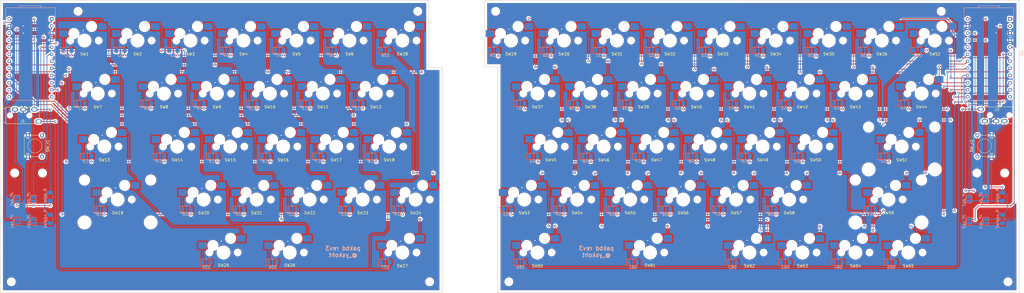
<source format=kicad_pcb>
(kicad_pcb (version 20171130) (host pcbnew "(5.0.2)-1")
  (title_block (title pakbd) (date 2019-03-02) (rev 3) (company yskoht))
  (layers (0 F.Cu signal) (31 B.Cu signal) (34 B.Paste user) (35 F.Paste user) (36 B.SilkS user) (37 F.SilkS user) (38 B.Mask user) (39 F.Mask user) (44 Edge.Cuts user))
  (net 0 "")
  (net 1 row0)
  (net 2 "Net-(D1-Pad1)")
  (net 3 "Net-(D2-Pad1)")
  (net 4 "Net-(D3-Pad1)")
  (net 5 "Net-(D4-Pad1)")
  (net 6 "Net-(D5-Pad1)")
  (net 7 "Net-(D6-Pad1)")
  (net 8 row1)
  (net 9 "Net-(D7-Pad1)")
  (net 10 "Net-(D8-Pad1)")
  (net 11 "Net-(D9-Pad1)")
  (net 12 "Net-(D10-Pad1)")
  (net 13 "Net-(D11-Pad1)")
  (net 14 "Net-(D12-Pad1)")
  (net 15 "Net-(D13-Pad1)")
  (net 16 row2)
  (net 17 "Net-(D14-Pad1)")
  (net 18 "Net-(D15-Pad1)")
  (net 19 "Net-(D16-Pad1)")
  (net 20 "Net-(D17-Pad1)")
  (net 21 "Net-(D18-Pad1)")
  (net 22 "Net-(D19-Pad1)")
  (net 23 "Net-(D20-Pad1)")
  (net 24 row3)
  (net 25 "Net-(D21-Pad1)")
  (net 26 "Net-(D22-Pad1)")
  (net 27 "Net-(D23-Pad1)")
  (net 28 "Net-(D24-Pad1)")
  (net 29 "Net-(D25-Pad1)")
  (net 30 "Net-(D26-Pad1)")
  (net 31 row4)
  (net 32 "Net-(D27-Pad1)")
  (net 33 "Net-(D28-Pad1)")
  (net 34 "Net-(D29-Pad1)")
  (net 35 "Net-(D30-Pad1)")
  (net 36 "Net-(D31-Pad1)")
  (net 37 "Net-(D32-Pad1)")
  (net 38 "Net-(D33-Pad1)")
  (net 39 "Net-(D34-Pad1)")
  (net 40 "Net-(D35-Pad1)")
  (net 41 "Net-(D36-Pad1)")
  (net 42 "Net-(D37-Pad1)")
  (net 43 "Net-(D38-Pad1)")
  (net 44 row6)
  (net 45 "Net-(D39-Pad1)")
  (net 46 "Net-(D40-Pad1)")
  (net 47 "Net-(D41-Pad1)")
  (net 48 "Net-(D42-Pad1)")
  (net 49 "Net-(D43-Pad1)")
  (net 50 "Net-(D44-Pad1)")
  (net 51 "Net-(D45-Pad1)")
  (net 52 "Net-(D46-Pad1)")
  (net 53 "Net-(D47-Pad1)")
  (net 54 row9)
  (net 55 "Net-(D48-Pad1)")
  (net 56 row7)
  (net 57 "Net-(D49-Pad1)")
  (net 58 "Net-(D50-Pad1)")
  (net 59 "Net-(D51-Pad1)")
  (net 60 "Net-(D52-Pad1)")
  (net 61 "Net-(D53-Pad1)")
  (net 62 "Net-(D54-Pad1)")
  (net 63 "Net-(D55-Pad1)")
  (net 64 "Net-(D56-Pad1)")
  (net 65 row8)
  (net 66 "Net-(D57-Pad1)")
  (net 67 "Net-(D58-Pad1)")
  (net 68 "Net-(D59-Pad1)")
  (net 69 "Net-(D60-Pad1)")
  (net 70 "Net-(D61-Pad1)")
  (net 71 "Net-(D62-Pad1)")
  (net 72 "Net-(D63-Pad1)")
  (net 73 "Net-(D64-Pad1)")
  (net 74 "Net-(D65-Pad1)")
  (net 75 xdata0)
  (net 76 VCC)
  (net 77 GND)
  (net 78 data0)
  (net 79 data1)
  (net 80 xdata1)
  (net 81 data0a)
  (net 82 data1a)
  (net 83 data0b)
  (net 84 data1b)
  (net 85 xdata0a)
  (net 86 xdata1a)
  (net 87 xdata0b)
  (net 88 xdata1b)
  (net 89 col0)
  (net 90 col1)
  (net 91 col2)
  (net 92 col3)
  (net 93 col4)
  (net 94 col5)
  (net 95 col6)
  (net 96 col7)
  (net 97 col8)
  (net 98 col9)
  (net 99 col10)
  (net 100 col11)
  (net 101 col12)
  (net 102 col13)
  (net 103 reset0)
  (net 104 reset1)
  (net 105 row10)
  (net 106 "Net-(U1-Pad13)")
  (net 107 "Net-(U1-Pad14)")
  (net 108 "Net-(U1-Pad12)")
  (net 109 "Net-(U2-Pad12)")
  (module Diode_SMD:D_1206_3216Metric_Pad1.42x1.75mm_HandSolder (layer B.Cu) (at 55.9931 95.77)
    (fp_text reference D19 (at 0 1.82) (layer B.SilkS) (effects (justify mirror)))
    (fp_text value DIODE)
    (pad 2 smd roundrect (at 1.4875 0) (size 1.425 1.75) (layers B.Cu B.Paste B.Mask) (roundrect_rratio 0.175439) (net 24 row3))
    (pad 1 smd roundrect (at -1.4875 0) (size 1.425 1.75) (layers B.Cu B.Paste B.Mask) (roundrect_rratio 0.175439) (net 22 "Net-(D19-Pad1)"))
  )
  (module Diode_SMD:D_1206_3216Metric_Pad1.42x1.75mm_HandSolder (layer B.Cu) (at 139.3375 38.62)
    (fp_text reference D6 (at 0 1.82) (layer B.SilkS) (effects (justify mirror)))
    (fp_text value DIODE)
    (pad 1 smd roundrect (at -1.4875 0) (size 1.425 1.75) (layers B.Cu B.Paste B.Mask) (roundrect_rratio 0.175439) (net 7 "Net-(D6-Pad1)"))
    (pad 2 smd roundrect (at 1.4875 0) (size 1.425 1.75) (layers B.Cu B.Paste B.Mask) (roundrect_rratio 0.175439) (net 1 row0))
  )
  (module Diode_SMD:D_1206_3216Metric_Pad1.42x1.75mm_HandSolder (layer B.Cu) (at 115.5245 76.72)
    (fp_text reference D16 (at 0 1.82) (layer B.SilkS) (effects (justify mirror)))
    (fp_text value DIODE)
    (pad 1 smd roundrect (at -1.4875 0) (size 1.425 1.75) (layers B.Cu B.Paste B.Mask) (roundrect_rratio 0.175439) (net 19 "Net-(D16-Pad1)"))
    (pad 2 smd roundrect (at 1.4875 0) (size 1.425 1.75) (layers B.Cu B.Paste B.Mask) (roundrect_rratio 0.175439) (net 16 row2))
  )
  (module Diode_SMD:D_1206_3216Metric_Pad1.42x1.75mm_HandSolder (layer B.Cu) (at 163.1495 95.77)
    (fp_text reference D24 (at 0 1.82) (layer B.SilkS) (effects (justify mirror)))
    (fp_text value DIODE)
    (pad 2 smd roundrect (at 1.4875 0) (size 1.425 1.75) (layers B.Cu B.Paste B.Mask) (roundrect_rratio 0.175439) (net 24 row3))
    (pad 1 smd roundrect (at -1.4875 0) (size 1.425 1.75) (layers B.Cu B.Paste B.Mask) (roundrect_rratio 0.175439) (net 28 "Net-(D24-Pad1)"))
  )
  (module Diode_SMD:D_1206_3216Metric_Pad1.42x1.75mm_HandSolder (layer B.Cu) (at 158.387 114.82)
    (fp_text reference D27 (at 0 1.82) (layer B.SilkS) (effects (justify mirror)))
    (fp_text value DIODE)
    (pad 2 smd roundrect (at 1.4875 0) (size 1.425 1.75) (layers B.Cu B.Paste B.Mask) (roundrect_rratio 0.175439) (net 31 row4))
    (pad 1 smd roundrect (at -1.4875 0) (size 1.425 1.75) (layers B.Cu B.Paste B.Mask) (roundrect_rratio 0.175439) (net 32 "Net-(D27-Pad1)"))
  )
  (module ProMicro:ProMicro (layer B.Cu) (at 30.8 39.95 270)
    (fp_text reference U1 (at -0.35 -11.81 270) (layer B.SilkS) (effects (justify mirror)))
    (fp_text value ProMicro)
    (pad 13 thru_hole circle (at 15.38 7.62 270) (size 1.27 1.27) (drill 0.762) (layers *.Cu *.Mask) (net 106 "Net-(U1-Pad13)"))
    (pad 14 thru_hole circle (at 12.84 7.62 270) (size 1.27 1.27) (drill 0.762) (layers *.Cu *.Mask) (net 107 "Net-(U1-Pad14)"))
    (pad 15 thru_hole circle (at 10.3 7.62 270) (size 1.27 1.27) (drill 0.762) (layers *.Cu *.Mask) (net 94 col5))
    (pad 16 thru_hole circle (at 7.69 7.62 270) (size 1.27 1.27) (drill 0.762) (layers *.Cu *.Mask) (net 93 col4))
    (pad 20 thru_hole circle (at -2.47 7.62 270) (size 1.27 1.27) (drill 0.762) (layers *.Cu *.Mask) (net 89 col0))
    (pad 19 thru_hole circle (at 0.07 7.62 270) (size 1.27 1.27) (drill 0.762) (layers *.Cu *.Mask) (net 90 col1))
    (pad 17 thru_hole circle (at 5.15 7.62 270) (size 1.27 1.27) (drill 0.762) (layers *.Cu *.Mask) (net 92 col3))
    (pad 18 thru_hole circle (at 2.61 7.62 270) (size 1.27 1.27) (drill 0.762) (layers *.Cu *.Mask) (net 91 col2))
    (pad 21 thru_hole circle (at -5.01 7.62 270) (size 1.27 1.27) (drill 0.762) (layers *.Cu *.Mask) (net 76 VCC))
    (pad 22 thru_hole circle (at -7.55 7.62 270) (size 1.27 1.27) (drill 0.762) (layers *.Cu *.Mask) (net 103 reset0))
    (pad 24 thru_hole circle (at -12.63 7.62 270) (size 1.27 1.27) (drill 0.762) (layers *.Cu *.Mask) (net 76 VCC))
    (pad 23 thru_hole circle (at -10.09 7.62 270) (size 1.27 1.27) (drill 0.762) (layers *.Cu *.Mask) (net 77 GND))
    (pad 12 thru_hole circle (at 15.38 -7.62 270) (size 1.27 1.27) (drill 0.762) (layers *.Cu *.Mask) (net 108 "Net-(U1-Pad12)"))
    (pad 11 thru_hole circle (at 12.84 -7.62 270) (size 1.27 1.27) (drill 0.762) (layers *.Cu *.Mask) (net 31 row4))
    (pad 6 thru_hole circle (at 0.07 -7.62 270) (size 1.27 1.27) (drill 0.762) (layers *.Cu *.Mask) (net 83 data0b))
    (pad 1 thru_hole rect (at -12.63 -7.62 270) (size 1.27 1.27) (drill 0.762) (layers *.Cu *.Mask) (net 85 xdata0a))
    (pad 2 thru_hole circle (at -10.09 -7.62 270) (size 1.27 1.27) (drill 0.762) (layers *.Cu *.Mask) (net 81 data0a))
    (pad 9 thru_hole circle (at 7.69 -7.62 270) (size 1.27 1.27) (drill 0.762) (layers *.Cu *.Mask) (net 16 row2))
    (pad 4 thru_hole circle (at -5.01 -7.62 270) (size 1.27 1.27) (drill 0.762) (layers *.Cu *.Mask) (net 77 GND))
    (pad 8 thru_hole circle (at 5.15 -7.62 270) (size 1.27 1.27) (drill 0.762) (layers *.Cu *.Mask) (net 8 row1))
    (pad 10 thru_hole circle (at 10.3 -7.62 270) (size 1.27 1.27) (drill 0.762) (layers *.Cu *.Mask) (net 24 row3))
    (pad 5 thru_hole circle (at -2.47 -7.62 270) (size 1.27 1.27) (drill 0.762) (layers *.Cu *.Mask) (net 87 xdata0b))
    (pad 7 thru_hole circle (at 2.61 -7.62 270) (size 1.27 1.27) (drill 0.762) (layers *.Cu *.Mask) (net 1 row0))
    (pad 3 thru_hole circle (at -7.55 -7.62 270) (size 1.27 1.27) (drill 0.762) (layers *.Cu *.Mask) (net 77 GND))
  )
  (module Diode_SMD:D_1206_3216Metric_Pad1.42x1.75mm_HandSolder (layer B.Cu) (at 158.3875 38.62)
    (fp_text reference D28 (at 0 1.82) (layer B.SilkS) (effects (justify mirror)))
    (fp_text value DIODE)
    (pad 2 smd roundrect (at 1.4875 0) (size 1.425 1.75) (layers B.Cu B.Paste B.Mask) (roundrect_rratio 0.175439) (net 31 row4))
    (pad 1 smd roundrect (at -1.4875 0) (size 1.425 1.75) (layers B.Cu B.Paste B.Mask) (roundrect_rratio 0.175439) (net 33 "Net-(D28-Pad1)"))
  )
  (module Diode_SMD:D_1206_3216Metric_Pad1.42x1.75mm_HandSolder (layer B.Cu) (at 96.4745 76.72)
    (fp_text reference D15 (at 0 1.82) (layer B.SilkS) (effects (justify mirror)))
    (fp_text value DIODE)
    (pad 1 smd roundrect (at -1.4875 0) (size 1.425 1.75) (layers B.Cu B.Paste B.Mask) (roundrect_rratio 0.175439) (net 18 "Net-(D15-Pad1)"))
    (pad 2 smd roundrect (at 1.4875 0) (size 1.425 1.75) (layers B.Cu B.Paste B.Mask) (roundrect_rratio 0.175439) (net 16 row2))
  )
  (module Diode_SMD:D_1206_3216Metric_Pad1.42x1.75mm_HandSolder (layer B.Cu) (at 110.7625 57.67)
    (fp_text reference D10 (at 0 1.82) (layer B.SilkS) (effects (justify mirror)))
    (fp_text value DIODE)
    (pad 1 smd roundrect (at -1.4875 0) (size 1.425 1.75) (layers B.Cu B.Paste B.Mask) (roundrect_rratio 0.175439) (net 12 "Net-(D10-Pad1)"))
    (pad 2 smd roundrect (at 1.4875 0) (size 1.425 1.75) (layers B.Cu B.Paste B.Mask) (roundrect_rratio 0.175439) (net 8 row1))
  )
  (module Button_Switch_THT:SW_Tactile_Straight_KSA0Axx1LFTR (layer F.Cu) (at 34.91 69.18 270)
    (fp_text reference SW_r1 (at 3.81 -2.08 270) (layer F.SilkS))
    (fp_text value SW_Push)
    (pad 1 thru_hole circle (at 7.62 0 270) (size 1.397 1.397) (drill 0.8128) (layers *.Cu *.Mask) (net 103 reset0))
    (pad 2 thru_hole circle (at 7.62 5.08 270) (size 1.397 1.397) (drill 0.8128) (layers *.Cu *.Mask) (net 77 GND))
    (pad 1 thru_hole circle (at 0 0 270) (size 1.397 1.397) (drill 0.8128) (layers *.Cu *.Mask) (net 103 reset0))
    (pad 2 thru_hole circle (at 0 5.08 270) (size 1.397 1.397) (drill 0.8128) (layers *.Cu *.Mask) (net 77 GND))
  )
  (module Diode_SMD:D_1206_3216Metric_Pad1.42x1.75mm_HandSolder (layer B.Cu) (at 134.5745 76.72)
    (fp_text reference D17 (at 0 1.82) (layer B.SilkS) (effects (justify mirror)))
    (fp_text value DIODE)
    (pad 2 smd roundrect (at 1.4875 0) (size 1.425 1.75) (layers B.Cu B.Paste B.Mask) (roundrect_rratio 0.175439) (net 16 row2))
    (pad 1 smd roundrect (at -1.4875 0) (size 1.425 1.75) (layers B.Cu B.Paste B.Mask) (roundrect_rratio 0.175439) (net 20 "Net-(D17-Pad1)"))
  )
  (module MJ-4PP-9:MJ-4PP-9 (layer F.Cu) (at 27.96 61.98)
    (fp_text reference J1 (at 0 2.1082) (layer F.SilkS))
    (fp_text value MJ-4PP-9)
    (pad 1 thru_hole oval (at 5.75 2.2) (size 2.3 1.5) (drill oval 1.5 1) (layers *.Cu *.Mask) (net 75 xdata0))
    (pad 4 thru_hole oval (at 4.25 -2.1) (size 2.3 1.5) (drill oval 1.5 1) (layers *.Cu *.Mask) (net 76 VCC))
    (pad 3 thru_hole oval (at 0.25 -2.1) (size 2.3 1.5) (drill oval 1.5 1) (layers *.Cu *.Mask) (net 77 GND))
    (pad 2 thru_hole oval (at -2.75 -2.1) (size 2.3 1.5) (drill oval 1.5 1) (layers *.Cu *.Mask) (net 78 data0))
    (pad "" np_thru_hole circle (at 2.45 0.05) (size 1.2 1.2) (drill 1.2) (layers *.Cu *.Mask))
    (pad "" np_thru_hole circle (at -4.55 0.05) (size 1.2 1.2) (drill 1.2) (layers *.Cu *.Mask))
  )
  (module CPG151101S11:CPG151101S11_1.25u_PCB (layer F.Cu) (at 102.76 106.23)
    (fp_text reference SW25 (at -2.54 9.652) (layer F.SilkS))
    (fp_text value SW_Push)
    (pad "" np_thru_hole circle (at 0 0) (size 3 3) (drill 3) (layers *.Cu *.Mask))
    (pad "" np_thru_hole circle (at -6.35 2.54) (size 3 3) (drill 3) (layers *.Cu *.Mask))
    (pad "" np_thru_hole circle (at -2.54 5.08) (size 4 4) (drill 4) (layers *.Cu *.Mask))
    (pad "" np_thru_hole circle (at -7.62 5.08) (size 1.8 1.8) (drill 1.8) (layers *.Cu *.Mask))
    (pad "" np_thru_hole circle (at 2.54 5.08) (size 1.8 1.8) (drill 1.8) (layers *.Cu *.Mask))
    (pad 1 smd rect (at 3.81 0) (size 3 2.5) (layers B.Cu B.Paste B.Mask) (net 89 col0))
    (pad 2 smd rect (at -10.16 2.54) (size 3 2.5) (layers B.Cu B.Paste B.Mask) (net 29 "Net-(D25-Pad1)"))
  )
  (module Diode_SMD:D_1206_3216Metric_Pad1.42x1.75mm_HandSolder (layer B.Cu) (at 129.8125 57.67)
    (fp_text reference D11 (at 0 1.82) (layer B.SilkS) (effects (justify mirror)))
    (fp_text value DIODE)
    (pad 2 smd roundrect (at 1.4875 0) (size 1.425 1.75) (layers B.Cu B.Paste B.Mask) (roundrect_rratio 0.175439) (net 8 row1))
    (pad 1 smd roundrect (at -1.4875 0) (size 1.425 1.75) (layers B.Cu B.Paste B.Mask) (roundrect_rratio 0.175439) (net 13 "Net-(D11-Pad1)"))
  )
  (module Diode_SMD:D_1206_3216Metric_Pad1.42x1.75mm_HandSolder (layer B.Cu) (at 51.2309 76.72)
    (fp_text reference D13 (at 0 1.82) (layer B.SilkS) (effects (justify mirror)))
    (fp_text value DIODE)
    (pad 2 smd roundrect (at 1.4875 0) (size 1.425 1.75) (layers B.Cu B.Paste B.Mask) (roundrect_rratio 0.175439) (net 16 row2))
    (pad 1 smd roundrect (at -1.4875 0) (size 1.425 1.75) (layers B.Cu B.Paste B.Mask) (roundrect_rratio 0.175439) (net 15 "Net-(D13-Pad1)"))
  )
  (module CPG151101S11:CPG151101S11_1.25u_PCB (layer F.Cu) (at 126.572 106.23)
    (fp_text reference SW26 (at -2.54 9.652) (layer F.SilkS))
    (fp_text value SW_Push)
    (pad 2 smd rect (at -10.16 2.54) (size 3 2.5) (layers B.Cu B.Paste B.Mask) (net 30 "Net-(D26-Pad1)"))
    (pad 1 smd rect (at 3.81 0) (size 3 2.5) (layers B.Cu B.Paste B.Mask) (net 90 col1))
    (pad "" np_thru_hole circle (at 2.54 5.08) (size 1.8 1.8) (drill 1.8) (layers *.Cu *.Mask))
    (pad "" np_thru_hole circle (at -7.62 5.08) (size 1.8 1.8) (drill 1.8) (layers *.Cu *.Mask))
    (pad "" np_thru_hole circle (at -2.54 5.08) (size 4 4) (drill 4) (layers *.Cu *.Mask))
    (pad "" np_thru_hole circle (at -6.35 2.54) (size 3 3) (drill 3) (layers *.Cu *.Mask))
    (pad "" np_thru_hole circle (at 0 0) (size 3 3) (drill 3) (layers *.Cu *.Mask))
  )
  (module Diode_SMD:D_1206_3216Metric_Pad1.42x1.75mm_HandSolder (layer B.Cu) (at 72.6625 57.67)
    (fp_text reference D8 (at 0 1.82) (layer B.SilkS) (effects (justify mirror)))
    (fp_text value DIODE)
    (pad 2 smd roundrect (at 1.4875 0) (size 1.425 1.75) (layers B.Cu B.Paste B.Mask) (roundrect_rratio 0.175439) (net 8 row1))
    (pad 1 smd roundrect (at -1.4875 0) (size 1.425 1.75) (layers B.Cu B.Paste B.Mask) (roundrect_rratio 0.175439) (net 10 "Net-(D8-Pad1)"))
  )
  (module Diode_SMD:D_1206_3216Metric_Pad1.42x1.75mm_HandSolder (layer B.Cu) (at 94.0875 114.82)
    (fp_text reference D25 (at 0 1.82) (layer B.SilkS) (effects (justify mirror)))
    (fp_text value DIODE)
    (pad 1 smd roundrect (at -1.4875 0) (size 1.425 1.75) (layers B.Cu B.Paste B.Mask) (roundrect_rratio 0.175439) (net 29 "Net-(D25-Pad1)"))
    (pad 2 smd roundrect (at 1.4875 0) (size 1.425 1.75) (layers B.Cu B.Paste B.Mask) (roundrect_rratio 0.175439) (net 31 row4))
  )
  (module Diode_SMD:D_1206_3216Metric_Pad1.42x1.75mm_HandSolder (layer B.Cu) (at 48.85 57.67)
    (fp_text reference D7 (at 0 1.82) (layer B.SilkS) (effects (justify mirror)))
    (fp_text value DIODE)
    (pad 2 smd roundrect (at 1.4875 0) (size 1.425 1.75) (layers B.Cu B.Paste B.Mask) (roundrect_rratio 0.175439) (net 8 row1))
    (pad 1 smd roundrect (at -1.4875 0) (size 1.425 1.75) (layers B.Cu B.Paste B.Mask) (roundrect_rratio 0.175439) (net 9 "Net-(D7-Pad1)"))
  )
  (module Diode_SMD:D_1206_3216Metric_Pad1.42x1.75mm_HandSolder (layer B.Cu) (at 144.0995 95.77)
    (fp_text reference D23 (at 0 1.82) (layer B.SilkS) (effects (justify mirror)))
    (fp_text value DIODE)
    (pad 1 smd roundrect (at -1.4875 0) (size 1.425 1.75) (layers B.Cu B.Paste B.Mask) (roundrect_rratio 0.175439) (net 27 "Net-(D23-Pad1)"))
    (pad 2 smd roundrect (at 1.4875 0) (size 1.425 1.75) (layers B.Cu B.Paste B.Mask) (roundrect_rratio 0.175439) (net 24 row3))
  )
  (module Diode_SMD:D_1206_3216Metric_Pad1.42x1.75mm_HandSolder (layer B.Cu) (at 63.1375 38.62)
    (fp_text reference D2 (at 0 1.82) (layer B.SilkS) (effects (justify mirror)))
    (fp_text value DIODE)
    (pad 1 smd roundrect (at -1.4875 0) (size 1.425 1.75) (layers B.Cu B.Paste B.Mask) (roundrect_rratio 0.175439) (net 3 "Net-(D2-Pad1)"))
    (pad 2 smd roundrect (at 1.4875 0) (size 1.425 1.75) (layers B.Cu B.Paste B.Mask) (roundrect_rratio 0.175439) (net 1 row0))
  )
  (module CPG151101S11:CPG151101S11_1.50u_PCB (layer F.Cu) (at 167.0595 106.23)
    (fp_text reference SW27 (at -2.54 9.906) (layer F.SilkS))
    (fp_text value SW_Push)
    (pad "" np_thru_hole circle (at 0 0) (size 3 3) (drill 3) (layers *.Cu *.Mask))
    (pad "" np_thru_hole circle (at -6.35 2.54) (size 3 3) (drill 3) (layers *.Cu *.Mask))
    (pad "" np_thru_hole circle (at -2.54 5.08) (size 4 4) (drill 4) (layers *.Cu *.Mask))
    (pad "" np_thru_hole circle (at -7.62 5.08) (size 1.8 1.8) (drill 1.8) (layers *.Cu *.Mask))
    (pad "" np_thru_hole circle (at 2.54 5.08) (size 1.8 1.8) (drill 1.8) (layers *.Cu *.Mask))
    (pad 1 smd rect (at 3.81 0) (size 3 2.5) (layers B.Cu B.Paste B.Mask) (net 91 col2))
    (pad 2 smd rect (at -10.16 2.54) (size 3 2.5) (layers B.Cu B.Paste B.Mask) (net 32 "Net-(D27-Pad1)"))
  )
  (module Diode_SMD:D_1206_3216Metric_Pad1.42x1.75mm_HandSolder (layer B.Cu) (at 77.4245 76.72)
    (fp_text reference D14 (at 0 1.82) (layer B.SilkS) (effects (justify mirror)))
    (fp_text value DIODE)
    (pad 2 smd roundrect (at 1.4875 0) (size 1.425 1.75) (layers B.Cu B.Paste B.Mask) (roundrect_rratio 0.175439) (net 16 row2))
    (pad 1 smd roundrect (at -1.4875 0) (size 1.425 1.75) (layers B.Cu B.Paste B.Mask) (roundrect_rratio 0.175439) (net 17 "Net-(D14-Pad1)"))
  )
  (module Diode_SMD:D_1206_3216Metric_Pad1.42x1.75mm_HandSolder (layer B.Cu) (at 86.9495 95.77)
    (fp_text reference D20 (at 0 1.82) (layer B.SilkS) (effects (justify mirror)))
    (fp_text value DIODE)
    (pad 2 smd roundrect (at 1.4875 0) (size 1.425 1.75) (layers B.Cu B.Paste B.Mask) (roundrect_rratio 0.175439) (net 24 row3))
    (pad 1 smd roundrect (at -1.4875 0) (size 1.425 1.75) (layers B.Cu B.Paste B.Mask) (roundrect_rratio 0.175439) (net 23 "Net-(D20-Pad1)"))
  )
  (module Mounting_Holes:MountingHole_2.2mm_M2 (layer F.Cu) (at 170.05 24.6)
    (fp_text reference "" (at 0 -3.2) (layer F.SilkS))
    (fp_text value "")
    (pad 1 np_thru_hole circle (at 0 0) (size 2.2 2.2) (drill 2.2) (layers *.Cu *.Mask))
  )
  (module Diode_SMD:D_1206_3216Metric_Pad1.42x1.75mm_HandSolder (layer B.Cu) (at 91.7125 57.67)
    (fp_text reference D9 (at 0 1.82) (layer B.SilkS) (effects (justify mirror)))
    (fp_text value DIODE)
    (pad 1 smd roundrect (at -1.4875 0) (size 1.425 1.75) (layers B.Cu B.Paste B.Mask) (roundrect_rratio 0.175439) (net 11 "Net-(D9-Pad1)"))
    (pad 2 smd roundrect (at 1.4875 0) (size 1.425 1.75) (layers B.Cu B.Paste B.Mask) (roundrect_rratio 0.175439) (net 8 row1))
  )
  (module Diode_SMD:D_1206_3216Metric_Pad1.42x1.75mm_HandSolder (layer B.Cu) (at 105.9995 95.77)
    (fp_text reference D21 (at 0 1.82) (layer B.SilkS) (effects (justify mirror)))
    (fp_text value DIODE)
    (pad 1 smd roundrect (at -1.4875 0) (size 1.425 1.75) (layers B.Cu B.Paste B.Mask) (roundrect_rratio 0.175439) (net 25 "Net-(D21-Pad1)"))
    (pad 2 smd roundrect (at 1.4875 0) (size 1.425 1.75) (layers B.Cu B.Paste B.Mask) (roundrect_rratio 0.175439) (net 24 row3))
  )
  (module Diode_SMD:D_1206_3216Metric_Pad1.42x1.75mm_HandSolder (layer B.Cu) (at 82.1875 38.62)
    (fp_text reference D3 (at 0 1.82) (layer B.SilkS) (effects (justify mirror)))
    (fp_text value DIODE)
    (pad 2 smd roundrect (at 1.4875 0) (size 1.425 1.75) (layers B.Cu B.Paste B.Mask) (roundrect_rratio 0.175439) (net 1 row0))
    (pad 1 smd roundrect (at -1.4875 0) (size 1.425 1.75) (layers B.Cu B.Paste B.Mask) (roundrect_rratio 0.175439) (net 4 "Net-(D3-Pad1)"))
  )
  (module Diode_SMD:D_1206_3216Metric_Pad1.42x1.75mm_HandSolder (layer B.Cu) (at 101.2375 38.62)
    (fp_text reference D4 (at 0 1.82) (layer B.SilkS) (effects (justify mirror)))
    (fp_text value DIODE)
    (pad 1 smd roundrect (at -1.4875 0) (size 1.425 1.75) (layers B.Cu B.Paste B.Mask) (roundrect_rratio 0.175439) (net 5 "Net-(D4-Pad1)"))
    (pad 2 smd roundrect (at 1.4875 0) (size 1.425 1.75) (layers B.Cu B.Paste B.Mask) (roundrect_rratio 0.175439) (net 1 row0))
  )
  (module Diode_SMD:D_1206_3216Metric_Pad1.42x1.75mm_HandSolder (layer B.Cu) (at 148.8625 57.67)
    (fp_text reference D12 (at 0 1.82) (layer B.SilkS) (effects (justify mirror)))
    (fp_text value DIODE)
    (pad 1 smd roundrect (at -1.4875 0) (size 1.425 1.75) (layers B.Cu B.Paste B.Mask) (roundrect_rratio 0.175439) (net 14 "Net-(D12-Pad1)"))
    (pad 2 smd roundrect (at 1.4875 0) (size 1.425 1.75) (layers B.Cu B.Paste B.Mask) (roundrect_rratio 0.175439) (net 8 row1))
  )
  (module CPG151101S11:CPG151101S11_1.00u_PCB (layer F.Cu) (at 171.822 87.18)
    (fp_text reference SW24 (at -2.54 9.906) (layer F.SilkS))
    (fp_text value SW_Push)
    (pad 2 smd rect (at -10.16 2.54) (size 3 2.5) (layers B.Cu B.Paste B.Mask) (net 28 "Net-(D24-Pad1)"))
    (pad 1 smd rect (at 3.81 0) (size 3 2.5) (layers B.Cu B.Paste B.Mask) (net 94 col5))
    (pad "" np_thru_hole circle (at 2.54 5.08) (size 1.8 1.8) (drill 1.8) (layers *.Cu *.Mask))
    (pad "" np_thru_hole circle (at -7.62 5.08) (size 1.8 1.8) (drill 1.8) (layers *.Cu *.Mask))
    (pad "" np_thru_hole circle (at -2.54 5.08) (size 4 4) (drill 4) (layers *.Cu *.Mask))
    (pad "" np_thru_hole circle (at -6.35 2.54) (size 3 3) (drill 3) (layers *.Cu *.Mask))
    (pad "" np_thru_hole circle (at 0 0) (size 3 3) (drill 3) (layers *.Cu *.Mask))
  )
  (module CPG151101S11:CPG151101S11_1.00u_PCB (layer F.Cu) (at 114.672 87.18)
    (fp_text reference SW21 (at -2.54 9.906) (layer F.SilkS))
    (fp_text value SW_Push)
    (pad 2 smd rect (at -10.16 2.54) (size 3 2.5) (layers B.Cu B.Paste B.Mask) (net 25 "Net-(D21-Pad1)"))
    (pad 1 smd rect (at 3.81 0) (size 3 2.5) (layers B.Cu B.Paste B.Mask) (net 91 col2))
    (pad "" np_thru_hole circle (at 2.54 5.08) (size 1.8 1.8) (drill 1.8) (layers *.Cu *.Mask))
    (pad "" np_thru_hole circle (at -7.62 5.08) (size 1.8 1.8) (drill 1.8) (layers *.Cu *.Mask))
    (pad "" np_thru_hole circle (at -2.54 5.08) (size 4 4) (drill 4) (layers *.Cu *.Mask))
    (pad "" np_thru_hole circle (at -6.35 2.54) (size 3 3) (drill 3) (layers *.Cu *.Mask))
    (pad "" np_thru_hole circle (at 0 0) (size 3 3) (drill 3) (layers *.Cu *.Mask))
  )
  (module Mounting_Holes:MountingHole_2.2mm_M2 (layer F.Cu) (at 174.32 121.84)
    (fp_text reference "" (at 0 -3.2) (layer F.SilkS))
    (fp_text value "")
    (pad 1 np_thru_hole circle (at 0 0) (size 2.2 2.2) (drill 2.2) (layers *.Cu *.Mask))
  )
  (module Diode_SMD:D_1206_3216Metric_Pad1.42x1.75mm_HandSolder (layer B.Cu) (at 44.0875 38.62)
    (fp_text reference D1 (at 0 1.82) (layer B.SilkS) (effects (justify mirror)))
    (fp_text value DIODE)
    (pad 2 smd roundrect (at 1.4875 0) (size 1.425 1.75) (layers B.Cu B.Paste B.Mask) (roundrect_rratio 0.175439) (net 1 row0))
    (pad 1 smd roundrect (at -1.4875 0) (size 1.425 1.75) (layers B.Cu B.Paste B.Mask) (roundrect_rratio 0.175439) (net 2 "Net-(D1-Pad1)"))
  )
  (module Jumper:SolderJumper-2_P1.3mm_Open_Pad1.0x1.5mm (layer B.Cu) (at 25.91 100.1 270)
    (fp_text reference JP_xa1 (at 0 1.8 270) (layer B.SilkS) (effects (justify mirror)))
    (fp_text value Jumper)
    (pad 1 smd rect (at -0.65 0 270) (size 1 1.5) (layers B.Cu B.Mask) (net 85 xdata0a))
    (pad 2 smd rect (at 0.65 0 270) (size 1 1.5) (layers B.Cu B.Mask) (net 75 xdata0))
  )
  (module Mounting_Holes:MountingHole_2.2mm_M2 (layer F.Cu) (at 25.1075 82.73)
    (fp_text reference "" (at 0 -3.2) (layer F.SilkS))
    (fp_text value "")
    (pad 1 np_thru_hole circle (at 0 0) (size 2.2 2.2) (drill 2.2) (layers *.Cu *.Mask))
  )
  (module CPG151101S11:CPG151101S11_1.00u_PCB (layer F.Cu) (at 105.147 68.13)
    (fp_text reference SW15 (at -2.54 9.906) (layer F.SilkS))
    (fp_text value SW_Push)
    (pad "" np_thru_hole circle (at 0 0) (size 3 3) (drill 3) (layers *.Cu *.Mask))
    (pad "" np_thru_hole circle (at -6.35 2.54) (size 3 3) (drill 3) (layers *.Cu *.Mask))
    (pad "" np_thru_hole circle (at -2.54 5.08) (size 4 4) (drill 4) (layers *.Cu *.Mask))
    (pad "" np_thru_hole circle (at -7.62 5.08) (size 1.8 1.8) (drill 1.8) (layers *.Cu *.Mask))
    (pad "" np_thru_hole circle (at 2.54 5.08) (size 1.8 1.8) (drill 1.8) (layers *.Cu *.Mask))
    (pad 1 smd rect (at 3.81 0) (size 3 2.5) (layers B.Cu B.Paste B.Mask) (net 91 col2))
    (pad 2 smd rect (at -10.16 2.54) (size 3 2.5) (layers B.Cu B.Paste B.Mask) (net 18 "Net-(D15-Pad1)"))
  )
  (module CPG151101S11:CPG151101S11_1.00u_PCB (layer F.Cu) (at 52.76 30.03)
    (fp_text reference SW1 (at -2.54 9.906) (layer F.SilkS))
    (fp_text value SW_Push)
    (pad "" np_thru_hole circle (at 0 0) (size 3 3) (drill 3) (layers *.Cu *.Mask))
    (pad "" np_thru_hole circle (at -6.35 2.54) (size 3 3) (drill 3) (layers *.Cu *.Mask))
    (pad "" np_thru_hole circle (at -2.54 5.08) (size 4 4) (drill 4) (layers *.Cu *.Mask))
    (pad "" np_thru_hole circle (at -7.62 5.08) (size 1.8 1.8) (drill 1.8) (layers *.Cu *.Mask))
    (pad "" np_thru_hole circle (at 2.54 5.08) (size 1.8 1.8) (drill 1.8) (layers *.Cu *.Mask))
    (pad 1 smd rect (at 3.81 0) (size 3 2.5) (layers B.Cu B.Paste B.Mask) (net 89 col0))
    (pad 2 smd rect (at -10.16 2.54) (size 3 2.5) (layers B.Cu B.Paste B.Mask) (net 2 "Net-(D1-Pad1)"))
  )
  (module Mounting_Holes:MountingHole_2.2mm_M2 (layer F.Cu) (at 23.91 121.84)
    (fp_text reference "" (at 0 -3.2) (layer F.SilkS))
    (fp_text value "")
    (pad 1 np_thru_hole circle (at 0 0) (size 2.2 2.2) (drill 2.2) (layers *.Cu *.Mask))
  )
  (module CPG151101S11:CPG151101S11_1.00u_PCB (layer F.Cu) (at 100.385 49.08)
    (fp_text reference SW9 (at -2.54 9.906) (layer F.SilkS))
    (fp_text value SW_Push)
    (pad "" np_thru_hole circle (at 0 0) (size 3 3) (drill 3) (layers *.Cu *.Mask))
    (pad "" np_thru_hole circle (at -6.35 2.54) (size 3 3) (drill 3) (layers *.Cu *.Mask))
    (pad "" np_thru_hole circle (at -2.54 5.08) (size 4 4) (drill 4) (layers *.Cu *.Mask))
    (pad "" np_thru_hole circle (at -7.62 5.08) (size 1.8 1.8) (drill 1.8) (layers *.Cu *.Mask))
    (pad "" np_thru_hole circle (at 2.54 5.08) (size 1.8 1.8) (drill 1.8) (layers *.Cu *.Mask))
    (pad 1 smd rect (at 3.81 0) (size 3 2.5) (layers B.Cu B.Paste B.Mask) (net 91 col2))
    (pad 2 smd rect (at -10.16 2.54) (size 3 2.5) (layers B.Cu B.Paste B.Mask) (net 11 "Net-(D9-Pad1)"))
  )
  (module Mounting_Holes:MountingHole_2.2mm_M2 (layer F.Cu) (at 47.91 24.59)
    (fp_text reference "" (at 0 -3.2) (layer F.SilkS))
    (fp_text value "")
    (pad 1 np_thru_hole circle (at 0 0) (size 2.2 2.2) (drill 2.2) (layers *.Cu *.Mask))
  )
  (module CPG151101S11:CPG151101S11_1.00u_PCB (layer F.Cu) (at 148.01 30.03)
    (fp_text reference SW6 (at -2.54 9.906) (layer F.SilkS))
    (fp_text value SW_Push)
    (pad 2 smd rect (at -10.16 2.54) (size 3 2.5) (layers B.Cu B.Paste B.Mask) (net 7 "Net-(D6-Pad1)"))
    (pad 1 smd rect (at 3.81 0) (size 3 2.5) (layers B.Cu B.Paste B.Mask) (net 94 col5))
    (pad "" np_thru_hole circle (at 2.54 5.08) (size 1.8 1.8) (drill 1.8) (layers *.Cu *.Mask))
    (pad "" np_thru_hole circle (at -7.62 5.08) (size 1.8 1.8) (drill 1.8) (layers *.Cu *.Mask))
    (pad "" np_thru_hole circle (at -2.54 5.08) (size 4 4) (drill 4) (layers *.Cu *.Mask))
    (pad "" np_thru_hole circle (at -6.35 2.54) (size 3 3) (drill 3) (layers *.Cu *.Mask))
    (pad "" np_thru_hole circle (at 0 0) (size 3 3) (drill 3) (layers *.Cu *.Mask))
  )
  (module CPG151101S11:CPG151101S11_1.75u_PCB (layer F.Cu) (at 59.9034 68.13)
    (fp_text reference SW13 (at -2.54 9.906) (layer F.SilkS))
    (fp_text value SW_Push)
    (pad "" np_thru_hole circle (at 0 0) (size 3 3) (drill 3) (layers *.Cu *.Mask))
    (pad "" np_thru_hole circle (at -6.35 2.54) (size 3 3) (drill 3) (layers *.Cu *.Mask))
    (pad "" np_thru_hole circle (at -2.54 5.08) (size 4 4) (drill 4) (layers *.Cu *.Mask))
    (pad "" np_thru_hole circle (at -7.62 5.08) (size 1.8 1.8) (drill 1.8) (layers *.Cu *.Mask))
    (pad "" np_thru_hole circle (at 2.54 5.08) (size 1.8 1.8) (drill 1.8) (layers *.Cu *.Mask))
    (pad 1 smd rect (at 3.81 0) (size 3 2.5) (layers B.Cu B.Paste B.Mask) (net 89 col0))
    (pad 2 smd rect (at -10.16 2.54) (size 3 2.5) (layers B.Cu B.Paste B.Mask) (net 15 "Net-(D13-Pad1)"))
  )
  (module CPG151101S11:CPG151101S11_1.00u_PCB (layer F.Cu) (at 133.722 87.18)
    (fp_text reference SW22 (at -2.54 9.906) (layer F.SilkS))
    (fp_text value SW_Push)
    (pad "" np_thru_hole circle (at 0 0) (size 3 3) (drill 3) (layers *.Cu *.Mask))
    (pad "" np_thru_hole circle (at -6.35 2.54) (size 3 3) (drill 3) (layers *.Cu *.Mask))
    (pad "" np_thru_hole circle (at -2.54 5.08) (size 4 4) (drill 4) (layers *.Cu *.Mask))
    (pad "" np_thru_hole circle (at -7.62 5.08) (size 1.8 1.8) (drill 1.8) (layers *.Cu *.Mask))
    (pad "" np_thru_hole circle (at 2.54 5.08) (size 1.8 1.8) (drill 1.8) (layers *.Cu *.Mask))
    (pad 1 smd rect (at 3.81 0) (size 3 2.5) (layers B.Cu B.Paste B.Mask) (net 92 col3))
    (pad 2 smd rect (at -10.16 2.54) (size 3 2.5) (layers B.Cu B.Paste B.Mask) (net 26 "Net-(D22-Pad1)"))
  )
  (module CPG151101S11:CPG151101S11_1.00u_PCB (layer F.Cu) (at 124.197 68.13)
    (fp_text reference SW16 (at -2.54 9.906) (layer F.SilkS))
    (fp_text value SW_Push)
    (pad 2 smd rect (at -10.16 2.54) (size 3 2.5) (layers B.Cu B.Paste B.Mask) (net 19 "Net-(D16-Pad1)"))
    (pad 1 smd rect (at 3.81 0) (size 3 2.5) (layers B.Cu B.Paste B.Mask) (net 92 col3))
    (pad "" np_thru_hole circle (at 2.54 5.08) (size 1.8 1.8) (drill 1.8) (layers *.Cu *.Mask))
    (pad "" np_thru_hole circle (at -7.62 5.08) (size 1.8 1.8) (drill 1.8) (layers *.Cu *.Mask))
    (pad "" np_thru_hole circle (at -2.54 5.08) (size 4 4) (drill 4) (layers *.Cu *.Mask))
    (pad "" np_thru_hole circle (at -6.35 2.54) (size 3 3) (drill 3) (layers *.Cu *.Mask))
    (pad "" np_thru_hole circle (at 0 0) (size 3 3) (drill 3) (layers *.Cu *.Mask))
  )
  (module CPG151101S11:CPG151101S11_1.00u_PCB (layer F.Cu) (at 109.91 30.03)
    (fp_text reference SW4 (at -2.54 9.906) (layer F.SilkS))
    (fp_text value SW_Push)
    (pad 2 smd rect (at -10.16 2.54) (size 3 2.5) (layers B.Cu B.Paste B.Mask) (net 5 "Net-(D4-Pad1)"))
    (pad 1 smd rect (at 3.81 0) (size 3 2.5) (layers B.Cu B.Paste B.Mask) (net 92 col3))
    (pad "" np_thru_hole circle (at 2.54 5.08) (size 1.8 1.8) (drill 1.8) (layers *.Cu *.Mask))
    (pad "" np_thru_hole circle (at -7.62 5.08) (size 1.8 1.8) (drill 1.8) (layers *.Cu *.Mask))
    (pad "" np_thru_hole circle (at -2.54 5.08) (size 4 4) (drill 4) (layers *.Cu *.Mask))
    (pad "" np_thru_hole circle (at -6.35 2.54) (size 3 3) (drill 3) (layers *.Cu *.Mask))
    (pad "" np_thru_hole circle (at 0 0) (size 3 3) (drill 3) (layers *.Cu *.Mask))
  )
  (module CPG151101S11:CPG151101S11_1.00u_PCB (layer F.Cu) (at 152.772 87.18)
    (fp_text reference SW23 (at -2.54 9.906) (layer F.SilkS))
    (fp_text value SW_Push)
    (pad "" np_thru_hole circle (at 0 0) (size 3 3) (drill 3) (layers *.Cu *.Mask))
    (pad "" np_thru_hole circle (at -6.35 2.54) (size 3 3) (drill 3) (layers *.Cu *.Mask))
    (pad "" np_thru_hole circle (at -2.54 5.08) (size 4 4) (drill 4) (layers *.Cu *.Mask))
    (pad "" np_thru_hole circle (at -7.62 5.08) (size 1.8 1.8) (drill 1.8) (layers *.Cu *.Mask))
    (pad "" np_thru_hole circle (at 2.54 5.08) (size 1.8 1.8) (drill 1.8) (layers *.Cu *.Mask))
    (pad 1 smd rect (at 3.81 0) (size 3 2.5) (layers B.Cu B.Paste B.Mask) (net 93 col4))
    (pad 2 smd rect (at -10.16 2.54) (size 3 2.5) (layers B.Cu B.Paste B.Mask) (net 27 "Net-(D23-Pad1)"))
  )
  (module Jumper:SolderJumper-2_P1.3mm_Open_Pad1.0x1.5mm (layer B.Cu) (at 31.91 100.1 270)
    (fp_text reference JP_xb1 (at 0 1.8 270) (layer B.SilkS) (effects (justify mirror)))
    (fp_text value Jumper)
    (pad 2 smd rect (at 0.65 0 270) (size 1 1.5) (layers B.Cu B.Mask) (net 75 xdata0))
    (pad 1 smd rect (at -0.65 0 270) (size 1 1.5) (layers B.Cu B.Mask) (net 87 xdata0b))
  )
  (module CPG151101S11:CPG151101S11_1.00u_PCB (layer F.Cu) (at 167.06 30.03)
    (fp_text reference SW28 (at -2.54 9.906) (layer F.SilkS))
    (fp_text value SW_Push)
    (pad "" np_thru_hole circle (at 0 0) (size 3 3) (drill 3) (layers *.Cu *.Mask))
    (pad "" np_thru_hole circle (at -6.35 2.54) (size 3 3) (drill 3) (layers *.Cu *.Mask))
    (pad "" np_thru_hole circle (at -2.54 5.08) (size 4 4) (drill 4) (layers *.Cu *.Mask))
    (pad "" np_thru_hole circle (at -7.62 5.08) (size 1.8 1.8) (drill 1.8) (layers *.Cu *.Mask))
    (pad "" np_thru_hole circle (at 2.54 5.08) (size 1.8 1.8) (drill 1.8) (layers *.Cu *.Mask))
    (pad 1 smd rect (at 3.81 0) (size 3 2.5) (layers B.Cu B.Paste B.Mask) (net 92 col3))
    (pad 2 smd rect (at -10.16 2.54) (size 3 2.5) (layers B.Cu B.Paste B.Mask) (net 33 "Net-(D28-Pad1)"))
  )
  (module Mounting_Holes:MountingHole_2.2mm_M2 (layer F.Cu) (at 35.1075 82.73)
    (fp_text reference "" (at 0 -3.2) (layer F.SilkS))
    (fp_text value "")
    (pad 1 np_thru_hole circle (at 0 0) (size 2.2 2.2) (drill 2.2) (layers *.Cu *.Mask))
  )
  (module Resistor_SMD:R_1206_3216Metric_Pad1.42x1.75mm_HandSolder (layer B.Cu) (at 37.91 91.2625 270)
    (fp_text reference R_data1 (at 0 1.82 270) (layer B.SilkS) (effects (justify mirror)))
    (fp_text value R)
    (pad 2 smd roundrect (at 1.4875 0 270) (size 1.425 1.75) (layers B.Cu B.Paste B.Mask) (roundrect_rratio 0.175439) (net 78 data0))
    (pad 1 smd roundrect (at -1.4875 0 270) (size 1.425 1.75) (layers B.Cu B.Paste B.Mask) (roundrect_rratio 0.175439) (net 76 VCC))
  )
  (module CPG151101S11:CPG151101S11_1.00u_PCB (layer F.Cu) (at 119.435 49.08)
    (fp_text reference SW10 (at -2.54 9.906) (layer F.SilkS))
    (fp_text value SW_Push)
    (pad "" np_thru_hole circle (at 0 0) (size 3 3) (drill 3) (layers *.Cu *.Mask))
    (pad "" np_thru_hole circle (at -6.35 2.54) (size 3 3) (drill 3) (layers *.Cu *.Mask))
    (pad "" np_thru_hole circle (at -2.54 5.08) (size 4 4) (drill 4) (layers *.Cu *.Mask))
    (pad "" np_thru_hole circle (at -7.62 5.08) (size 1.8 1.8) (drill 1.8) (layers *.Cu *.Mask))
    (pad "" np_thru_hole circle (at 2.54 5.08) (size 1.8 1.8) (drill 1.8) (layers *.Cu *.Mask))
    (pad 1 smd rect (at 3.81 0) (size 3 2.5) (layers B.Cu B.Paste B.Mask) (net 92 col3))
    (pad 2 smd rect (at -10.16 2.54) (size 3 2.5) (layers B.Cu B.Paste B.Mask) (net 12 "Net-(D10-Pad1)"))
  )
  (module CPG151101S11:CPG151101S11_1.00u_PCB (layer F.Cu) (at 90.86 30.03)
    (fp_text reference SW3 (at -2.54 9.906) (layer F.SilkS))
    (fp_text value SW_Push)
    (pad 2 smd rect (at -10.16 2.54) (size 3 2.5) (layers B.Cu B.Paste B.Mask) (net 4 "Net-(D3-Pad1)"))
    (pad 1 smd rect (at 3.81 0) (size 3 2.5) (layers B.Cu B.Paste B.Mask) (net 91 col2))
    (pad "" np_thru_hole circle (at 2.54 5.08) (size 1.8 1.8) (drill 1.8) (layers *.Cu *.Mask))
    (pad "" np_thru_hole circle (at -7.62 5.08) (size 1.8 1.8) (drill 1.8) (layers *.Cu *.Mask))
    (pad "" np_thru_hole circle (at -2.54 5.08) (size 4 4) (drill 4) (layers *.Cu *.Mask))
    (pad "" np_thru_hole circle (at -6.35 2.54) (size 3 3) (drill 3) (layers *.Cu *.Mask))
    (pad "" np_thru_hole circle (at 0 0) (size 3 3) (drill 3) (layers *.Cu *.Mask))
  )
  (module CPG151101S11:CPG151101S11_1.50u_PCB (layer F.Cu) (at 57.5225 49.08)
    (fp_text reference SW7 (at -2.54 9.906) (layer F.SilkS))
    (fp_text value SW_Push)
    (pad 2 smd rect (at -10.16 2.54) (size 3 2.5) (layers B.Cu B.Paste B.Mask) (net 9 "Net-(D7-Pad1)"))
    (pad 1 smd rect (at 3.81 0) (size 3 2.5) (layers B.Cu B.Paste B.Mask) (net 89 col0))
    (pad "" np_thru_hole circle (at 2.54 5.08) (size 1.8 1.8) (drill 1.8) (layers *.Cu *.Mask))
    (pad "" np_thru_hole circle (at -7.62 5.08) (size 1.8 1.8) (drill 1.8) (layers *.Cu *.Mask))
    (pad "" np_thru_hole circle (at -2.54 5.08) (size 4 4) (drill 4) (layers *.Cu *.Mask))
    (pad "" np_thru_hole circle (at -6.35 2.54) (size 3 3) (drill 3) (layers *.Cu *.Mask))
    (pad "" np_thru_hole circle (at 0 0) (size 3 3) (drill 3) (layers *.Cu *.Mask))
  )
  (module CPG151101S11:CPG151101S11_1.00u_PCB (layer F.Cu) (at 157.535 49.08)
    (fp_text reference SW12 (at -2.54 9.906) (layer F.SilkS))
    (fp_text value SW_Push)
    (pad "" np_thru_hole circle (at 0 0) (size 3 3) (drill 3) (layers *.Cu *.Mask))
    (pad "" np_thru_hole circle (at -6.35 2.54) (size 3 3) (drill 3) (layers *.Cu *.Mask))
    (pad "" np_thru_hole circle (at -2.54 5.08) (size 4 4) (drill 4) (layers *.Cu *.Mask))
    (pad "" np_thru_hole circle (at -7.62 5.08) (size 1.8 1.8) (drill 1.8) (layers *.Cu *.Mask))
    (pad "" np_thru_hole circle (at 2.54 5.08) (size 1.8 1.8) (drill 1.8) (layers *.Cu *.Mask))
    (pad 1 smd rect (at 3.81 0) (size 3 2.5) (layers B.Cu B.Paste B.Mask) (net 94 col5))
    (pad 2 smd rect (at -10.16 2.54) (size 3 2.5) (layers B.Cu B.Paste B.Mask) (net 14 "Net-(D12-Pad1)"))
  )
  (module Resistor_SMD:R_1206_3216Metric_Pad1.42x1.75mm_HandSolder (layer B.Cu) (at 37.91 99.2625 270)
    (fp_text reference R_xdata1 (at 0 1.82 270) (layer B.SilkS) (effects (justify mirror)))
    (fp_text value R)
    (pad 1 smd roundrect (at -1.4875 0 270) (size 1.425 1.75) (layers B.Cu B.Paste B.Mask) (roundrect_rratio 0.175439) (net 76 VCC))
    (pad 2 smd roundrect (at 1.4875 0 270) (size 1.425 1.75) (layers B.Cu B.Paste B.Mask) (roundrect_rratio 0.175439) (net 75 xdata0))
  )
  (module CPG151101S11:CPG151101S11_1.00u_PCB (layer F.Cu) (at 71.81 30.03)
    (fp_text reference SW2 (at -2.54 9.906) (layer F.SilkS))
    (fp_text value SW_Push)
    (pad "" np_thru_hole circle (at 0 0) (size 3 3) (drill 3) (layers *.Cu *.Mask))
    (pad "" np_thru_hole circle (at -6.35 2.54) (size 3 3) (drill 3) (layers *.Cu *.Mask))
    (pad "" np_thru_hole circle (at -2.54 5.08) (size 4 4) (drill 4) (layers *.Cu *.Mask))
    (pad "" np_thru_hole circle (at -7.62 5.08) (size 1.8 1.8) (drill 1.8) (layers *.Cu *.Mask))
    (pad "" np_thru_hole circle (at 2.54 5.08) (size 1.8 1.8) (drill 1.8) (layers *.Cu *.Mask))
    (pad 1 smd rect (at 3.81 0) (size 3 2.5) (layers B.Cu B.Paste B.Mask) (net 90 col1))
    (pad 2 smd rect (at -10.16 2.54) (size 3 2.5) (layers B.Cu B.Paste B.Mask) (net 3 "Net-(D2-Pad1)"))
  )
  (module Jumper:SolderJumper-2_P1.3mm_Open_Pad1.0x1.5mm (layer B.Cu) (at 25.91 92.1 270)
    (fp_text reference JP_da1 (at 0 1.8 270) (layer B.SilkS) (effects (justify mirror)))
    (fp_text value Jumper)
    (pad 1 smd rect (at -0.65 0 270) (size 1 1.5) (layers B.Cu B.Mask) (net 81 data0a))
    (pad 2 smd rect (at 0.65 0 270) (size 1 1.5) (layers B.Cu B.Mask) (net 78 data0))
  )
  (module CPG151101S11:CPG151101S11_1.00u_PCB (layer F.Cu) (at 143.247 68.13)
    (fp_text reference SW17 (at -2.54 9.906) (layer F.SilkS))
    (fp_text value SW_Push)
    (pad "" np_thru_hole circle (at 0 0) (size 3 3) (drill 3) (layers *.Cu *.Mask))
    (pad "" np_thru_hole circle (at -6.35 2.54) (size 3 3) (drill 3) (layers *.Cu *.Mask))
    (pad "" np_thru_hole circle (at -2.54 5.08) (size 4 4) (drill 4) (layers *.Cu *.Mask))
    (pad "" np_thru_hole circle (at -7.62 5.08) (size 1.8 1.8) (drill 1.8) (layers *.Cu *.Mask))
    (pad "" np_thru_hole circle (at 2.54 5.08) (size 1.8 1.8) (drill 1.8) (layers *.Cu *.Mask))
    (pad 1 smd rect (at 3.81 0) (size 3 2.5) (layers B.Cu B.Paste B.Mask) (net 93 col4))
    (pad 2 smd rect (at -10.16 2.54) (size 3 2.5) (layers B.Cu B.Paste B.Mask) (net 20 "Net-(D17-Pad1)"))
  )
  (module CPG151101S11:CPG151101S11_1.00u_PCB (layer F.Cu) (at 86.097 68.13)
    (fp_text reference SW14 (at -2.54 9.906) (layer F.SilkS))
    (fp_text value SW_Push)
    (pad 2 smd rect (at -10.16 2.54) (size 3 2.5) (layers B.Cu B.Paste B.Mask) (net 17 "Net-(D14-Pad1)"))
    (pad 1 smd rect (at 3.81 0) (size 3 2.5) (layers B.Cu B.Paste B.Mask) (net 90 col1))
    (pad "" np_thru_hole circle (at 2.54 5.08) (size 1.8 1.8) (drill 1.8) (layers *.Cu *.Mask))
    (pad "" np_thru_hole circle (at -7.62 5.08) (size 1.8 1.8) (drill 1.8) (layers *.Cu *.Mask))
    (pad "" np_thru_hole circle (at -2.54 5.08) (size 4 4) (drill 4) (layers *.Cu *.Mask))
    (pad "" np_thru_hole circle (at -6.35 2.54) (size 3 3) (drill 3) (layers *.Cu *.Mask))
    (pad "" np_thru_hole circle (at 0 0) (size 3 3) (drill 3) (layers *.Cu *.Mask))
  )
  (module CPG151101S11:CPG151101S11_1.00u_PCB (layer F.Cu) (at 81.335 49.08)
    (fp_text reference SW8 (at -2.54 9.906) (layer F.SilkS))
    (fp_text value SW_Push)
    (pad "" np_thru_hole circle (at 0 0) (size 3 3) (drill 3) (layers *.Cu *.Mask))
    (pad "" np_thru_hole circle (at -6.35 2.54) (size 3 3) (drill 3) (layers *.Cu *.Mask))
    (pad "" np_thru_hole circle (at -2.54 5.08) (size 4 4) (drill 4) (layers *.Cu *.Mask))
    (pad "" np_thru_hole circle (at -7.62 5.08) (size 1.8 1.8) (drill 1.8) (layers *.Cu *.Mask))
    (pad "" np_thru_hole circle (at 2.54 5.08) (size 1.8 1.8) (drill 1.8) (layers *.Cu *.Mask))
    (pad 1 smd rect (at 3.81 0) (size 3 2.5) (layers B.Cu B.Paste B.Mask) (net 90 col1))
    (pad 2 smd rect (at -10.16 2.54) (size 3 2.5) (layers B.Cu B.Paste B.Mask) (net 10 "Net-(D8-Pad1)"))
  )
  (module Diode_SMD:D_1206_3216Metric_Pad1.42x1.75mm_HandSolder (layer B.Cu) (at 120.2875 38.62)
    (fp_text reference D5 (at 0 1.82) (layer B.SilkS) (effects (justify mirror)))
    (fp_text value DIODE)
    (pad 2 smd roundrect (at 1.4875 0) (size 1.425 1.75) (layers B.Cu B.Paste B.Mask) (roundrect_rratio 0.175439) (net 1 row0))
    (pad 1 smd roundrect (at -1.4875 0) (size 1.425 1.75) (layers B.Cu B.Paste B.Mask) (roundrect_rratio 0.175439) (net 6 "Net-(D5-Pad1)"))
  )
  (module CPG151101S11:CPG151101S11_1.00u_PCB (layer F.Cu) (at 138.485 49.08)
    (fp_text reference SW11 (at -2.54 9.906) (layer F.SilkS))
    (fp_text value SW_Push)
    (pad 2 smd rect (at -10.16 2.54) (size 3 2.5) (layers B.Cu B.Paste B.Mask) (net 13 "Net-(D11-Pad1)"))
    (pad 1 smd rect (at 3.81 0) (size 3 2.5) (layers B.Cu B.Paste B.Mask) (net 93 col4))
    (pad "" np_thru_hole circle (at 2.54 5.08) (size 1.8 1.8) (drill 1.8) (layers *.Cu *.Mask))
    (pad "" np_thru_hole circle (at -7.62 5.08) (size 1.8 1.8) (drill 1.8) (layers *.Cu *.Mask))
    (pad "" np_thru_hole circle (at -2.54 5.08) (size 4 4) (drill 4) (layers *.Cu *.Mask))
    (pad "" np_thru_hole circle (at -6.35 2.54) (size 3 3) (drill 3) (layers *.Cu *.Mask))
    (pad "" np_thru_hole circle (at 0 0) (size 3 3) (drill 3) (layers *.Cu *.Mask))
  )
  (module CPG151101S11:CPG151101S11_1.00u_PCB (layer F.Cu) (at 95.622 87.18)
    (fp_text reference SW20 (at -2.54 9.906) (layer F.SilkS))
    (fp_text value SW_Push)
    (pad "" np_thru_hole circle (at 0 0) (size 3 3) (drill 3) (layers *.Cu *.Mask))
    (pad "" np_thru_hole circle (at -6.35 2.54) (size 3 3) (drill 3) (layers *.Cu *.Mask))
    (pad "" np_thru_hole circle (at -2.54 5.08) (size 4 4) (drill 4) (layers *.Cu *.Mask))
    (pad "" np_thru_hole circle (at -7.62 5.08) (size 1.8 1.8) (drill 1.8) (layers *.Cu *.Mask))
    (pad "" np_thru_hole circle (at 2.54 5.08) (size 1.8 1.8) (drill 1.8) (layers *.Cu *.Mask))
    (pad 1 smd rect (at 3.81 0) (size 3 2.5) (layers B.Cu B.Paste B.Mask) (net 90 col1))
    (pad 2 smd rect (at -10.16 2.54) (size 3 2.5) (layers B.Cu B.Paste B.Mask) (net 23 "Net-(D20-Pad1)"))
  )
  (module Diode_SMD:D_1206_3216Metric_Pad1.42x1.75mm_HandSolder (layer B.Cu) (at 153.6245 76.72)
    (fp_text reference D18 (at 0 1.82) (layer B.SilkS) (effects (justify mirror)))
    (fp_text value DIODE)
    (pad 1 smd roundrect (at -1.4875 0) (size 1.425 1.75) (layers B.Cu B.Paste B.Mask) (roundrect_rratio 0.175439) (net 21 "Net-(D18-Pad1)"))
    (pad 2 smd roundrect (at 1.4875 0) (size 1.425 1.75) (layers B.Cu B.Paste B.Mask) (roundrect_rratio 0.175439) (net 16 row2))
  )
  (module Diode_SMD:D_1206_3216Metric_Pad1.42x1.75mm_HandSolder (layer B.Cu) (at 117.8995 114.82)
    (fp_text reference D26 (at 0 1.82) (layer B.SilkS) (effects (justify mirror)))
    (fp_text value DIODE)
    (pad 1 smd roundrect (at -1.4875 0) (size 1.425 1.75) (layers B.Cu B.Paste B.Mask) (roundrect_rratio 0.175439) (net 30 "Net-(D26-Pad1)"))
    (pad 2 smd roundrect (at 1.4875 0) (size 1.425 1.75) (layers B.Cu B.Paste B.Mask) (roundrect_rratio 0.175439) (net 31 row4))
  )
  (module Diode_SMD:D_1206_3216Metric_Pad1.42x1.75mm_HandSolder (layer B.Cu) (at 125.0495 95.77)
    (fp_text reference D22 (at 0 1.82) (layer B.SilkS) (effects (justify mirror)))
    (fp_text value DIODE)
    (pad 1 smd roundrect (at -1.4875 0) (size 1.425 1.75) (layers B.Cu B.Paste B.Mask) (roundrect_rratio 0.175439) (net 26 "Net-(D22-Pad1)"))
    (pad 2 smd roundrect (at 1.4875 0) (size 1.425 1.75) (layers B.Cu B.Paste B.Mask) (roundrect_rratio 0.175439) (net 24 row3))
  )
  (module CPG151101S11:CPG151101S11_2.25u_PCB (layer F.Cu) (at 64.6656 87.18)
    (fp_text reference SW19 (at -2.54 9.906) (layer F.SilkS))
    (fp_text value SW_Push)
    (pad 2 smd rect (at -10.16 2.54) (size 3 2.5) (layers B.Cu B.Paste B.Mask) (net 22 "Net-(D19-Pad1)"))
    (pad 1 smd rect (at 3.81 0) (size 3 2.5) (layers B.Cu B.Paste B.Mask) (net 89 col0))
    (pad "" np_thru_hole circle (at 9.36 -1.92) (size 3.05 3.05) (drill 3.05) (layers *.Cu *.Mask))
    (pad "" np_thru_hole circle (at -14.44 -1.92) (size 3.05 3.05) (drill 3.05) (layers *.Cu *.Mask))
    (pad "" np_thru_hole circle (at -14.44 13.32) (size 4 4) (drill 4) (layers *.Cu *.Mask))
    (pad "" np_thru_hole circle (at 9.36 13.32) (size 4 4) (drill 4) (layers *.Cu *.Mask))
    (pad "" np_thru_hole circle (at 2.54 5.08) (size 1.8 1.8) (drill 1.8) (layers *.Cu *.Mask))
    (pad "" np_thru_hole circle (at -7.62 5.08) (size 1.8 1.8) (drill 1.8) (layers *.Cu *.Mask))
    (pad "" np_thru_hole circle (at -2.54 5.08) (size 4 4) (drill 4) (layers *.Cu *.Mask))
    (pad "" np_thru_hole circle (at -6.35 2.54) (size 3 3) (drill 3) (layers *.Cu *.Mask))
    (pad "" np_thru_hole circle (at 0 0) (size 3 3) (drill 3) (layers *.Cu *.Mask))
  )
  (module CPG151101S11:CPG151101S11_1.00u_PCB (layer F.Cu) (at 162.297 68.13)
    (fp_text reference SW18 (at -2.54 9.906) (layer F.SilkS))
    (fp_text value SW_Push)
    (pad 2 smd rect (at -10.16 2.54) (size 3 2.5) (layers B.Cu B.Paste B.Mask) (net 21 "Net-(D18-Pad1)"))
    (pad 1 smd rect (at 3.81 0) (size 3 2.5) (layers B.Cu B.Paste B.Mask) (net 94 col5))
    (pad "" np_thru_hole circle (at 2.54 5.08) (size 1.8 1.8) (drill 1.8) (layers *.Cu *.Mask))
    (pad "" np_thru_hole circle (at -7.62 5.08) (size 1.8 1.8) (drill 1.8) (layers *.Cu *.Mask))
    (pad "" np_thru_hole circle (at -2.54 5.08) (size 4 4) (drill 4) (layers *.Cu *.Mask))
    (pad "" np_thru_hole circle (at -6.35 2.54) (size 3 3) (drill 3) (layers *.Cu *.Mask))
    (pad "" np_thru_hole circle (at 0 0) (size 3 3) (drill 3) (layers *.Cu *.Mask))
  )
  (module CPG151101S11:CPG151101S11_1.00u_PCB (layer F.Cu) (at 128.96 30.03)
    (fp_text reference SW5 (at -2.54 9.906) (layer F.SilkS))
    (fp_text value SW_Push)
    (pad "" np_thru_hole circle (at 0 0) (size 3 3) (drill 3) (layers *.Cu *.Mask))
    (pad "" np_thru_hole circle (at -6.35 2.54) (size 3 3) (drill 3) (layers *.Cu *.Mask))
    (pad "" np_thru_hole circle (at -2.54 5.08) (size 4 4) (drill 4) (layers *.Cu *.Mask))
    (pad "" np_thru_hole circle (at -7.62 5.08) (size 1.8 1.8) (drill 1.8) (layers *.Cu *.Mask))
    (pad "" np_thru_hole circle (at 2.54 5.08) (size 1.8 1.8) (drill 1.8) (layers *.Cu *.Mask))
    (pad 1 smd rect (at 3.81 0) (size 3 2.5) (layers B.Cu B.Paste B.Mask) (net 93 col4))
    (pad 2 smd rect (at -10.16 2.54) (size 3 2.5) (layers B.Cu B.Paste B.Mask) (net 6 "Net-(D5-Pad1)"))
  )
  (module Jumper:SolderJumper-2_P1.3mm_Open_Pad1.0x1.5mm (layer B.Cu) (at 31.91 92.1 270)
    (fp_text reference JP_db1 (at 0 1.8 270) (layer B.SilkS) (effects (justify mirror)))
    (fp_text value Jumper)
    (pad 2 smd rect (at 0.65 0 270) (size 1 1.5) (layers B.Cu B.Mask) (net 78 data0))
    (pad 1 smd rect (at -0.65 0 270) (size 1 1.5) (layers B.Cu B.Mask) (net 83 data0b))
  )
  (module CPG151101S11:CPG151101S11_1.00u_PCB (layer F.Cu) (at 310.8995 106.23)
    (fp_text reference SW63 (at -2.54 9.906) (layer F.SilkS))
    (fp_text value SW_Push)
    (pad "" np_thru_hole circle (at 0 0) (size 3 3) (drill 3) (layers *.Cu *.Mask))
    (pad "" np_thru_hole circle (at -6.35 2.54) (size 3 3) (drill 3) (layers *.Cu *.Mask))
    (pad "" np_thru_hole circle (at -2.54 5.08) (size 4 4) (drill 4) (layers *.Cu *.Mask))
    (pad "" np_thru_hole circle (at -7.62 5.08) (size 1.8 1.8) (drill 1.8) (layers *.Cu *.Mask))
    (pad "" np_thru_hole circle (at 2.54 5.08) (size 1.8 1.8) (drill 1.8) (layers *.Cu *.Mask))
    (pad 1 smd rect (at 3.81 0) (size 3 2.5) (layers B.Cu B.Paste B.Mask) (net 98 col9))
    (pad 2 smd rect (at -10.16 2.54) (size 3 2.5) (layers B.Cu B.Paste B.Mask) (net 72 "Net-(D63-Pad1)"))
  )
  (module CPG151101S11:CPG151101S11_1.50u_PCB (layer F.Cu) (at 215.6345 106.23)
    (fp_text reference SW60 (at -2.54 9.906) (layer F.SilkS))
    (fp_text value SW_Push)
    (pad "" np_thru_hole circle (at 0 0) (size 3 3) (drill 3) (layers *.Cu *.Mask))
    (pad "" np_thru_hole circle (at -6.35 2.54) (size 3 3) (drill 3) (layers *.Cu *.Mask))
    (pad "" np_thru_hole circle (at -2.54 5.08) (size 4 4) (drill 4) (layers *.Cu *.Mask))
    (pad "" np_thru_hole circle (at -7.62 5.08) (size 1.8 1.8) (drill 1.8) (layers *.Cu *.Mask))
    (pad "" np_thru_hole circle (at 2.54 5.08) (size 1.8 1.8) (drill 1.8) (layers *.Cu *.Mask))
    (pad 1 smd rect (at 3.81 0) (size 3 2.5) (layers B.Cu B.Paste B.Mask) (net 95 col6))
    (pad 2 smd rect (at -10.16 2.54) (size 3 2.5) (layers B.Cu B.Paste B.Mask) (net 69 "Net-(D60-Pad1)"))
  )
  (module Button_Switch_THT:SW_Tactile_Straight_KSA0Axx1LFTR (layer F.Cu) (at 371.28 76.8 90)
    (fp_text reference SW_r2 (at 3.81 -2.08 90) (layer F.SilkS))
    (fp_text value SW_Push)
    (pad 2 thru_hole circle (at 0 5.08 90) (size 1.397 1.397) (drill 0.8128) (layers *.Cu *.Mask) (net 77 GND))
    (pad 1 thru_hole circle (at 0 0 90) (size 1.397 1.397) (drill 0.8128) (layers *.Cu *.Mask) (net 104 reset1))
    (pad 2 thru_hole circle (at 7.62 5.08 90) (size 1.397 1.397) (drill 0.8128) (layers *.Cu *.Mask) (net 77 GND))
    (pad 1 thru_hole circle (at 7.62 0 90) (size 1.397 1.397) (drill 0.8128) (layers *.Cu *.Mask) (net 104 reset1))
  )
  (module CPG151101S11:CPG151101S11_1.00u_PCB (layer F.Cu) (at 348.9995 106.23)
    (fp_text reference SW65 (at -2.54 9.906) (layer F.SilkS))
    (fp_text value SW_Push)
    (pad 2 smd rect (at -10.16 2.54) (size 3 2.5) (layers B.Cu B.Paste B.Mask) (net 74 "Net-(D65-Pad1)"))
    (pad 1 smd rect (at 3.81 0) (size 3 2.5) (layers B.Cu B.Paste B.Mask) (net 100 col11))
    (pad "" np_thru_hole circle (at 2.54 5.08) (size 1.8 1.8) (drill 1.8) (layers *.Cu *.Mask))
    (pad "" np_thru_hole circle (at -7.62 5.08) (size 1.8 1.8) (drill 1.8) (layers *.Cu *.Mask))
    (pad "" np_thru_hole circle (at -2.54 5.08) (size 4 4) (drill 4) (layers *.Cu *.Mask))
    (pad "" np_thru_hole circle (at -6.35 2.54) (size 3 3) (drill 3) (layers *.Cu *.Mask))
    (pad "" np_thru_hole circle (at 0 0) (size 3 3) (drill 3) (layers *.Cu *.Mask))
  )
  (module CPG151101S11:CPG151101S11_1.25u_PCB (layer F.Cu) (at 256.122 106.23)
    (fp_text reference SW61 (at -2.54 9.652) (layer F.SilkS))
    (fp_text value SW_Push)
    (pad 2 smd rect (at -10.16 2.54) (size 3 2.5) (layers B.Cu B.Paste B.Mask) (net 70 "Net-(D61-Pad1)"))
    (pad 1 smd rect (at 3.81 0) (size 3 2.5) (layers B.Cu B.Paste B.Mask) (net 96 col7))
    (pad "" np_thru_hole circle (at 2.54 5.08) (size 1.8 1.8) (drill 1.8) (layers *.Cu *.Mask))
    (pad "" np_thru_hole circle (at -7.62 5.08) (size 1.8 1.8) (drill 1.8) (layers *.Cu *.Mask))
    (pad "" np_thru_hole circle (at -2.54 5.08) (size 4 4) (drill 4) (layers *.Cu *.Mask))
    (pad "" np_thru_hole circle (at -6.35 2.54) (size 3 3) (drill 3) (layers *.Cu *.Mask))
    (pad "" np_thru_hole circle (at 0 0) (size 3 3) (drill 3) (layers *.Cu *.Mask))
  )
  (module CPG151101S11:CPG151101S11_1.00u_PCB (layer F.Cu) (at 291.8495 106.23)
    (fp_text reference SW62 (at -2.54 9.906) (layer F.SilkS))
    (fp_text value SW_Push)
    (pad "" np_thru_hole circle (at 0 0) (size 3 3) (drill 3) (layers *.Cu *.Mask))
    (pad "" np_thru_hole circle (at -6.35 2.54) (size 3 3) (drill 3) (layers *.Cu *.Mask))
    (pad "" np_thru_hole circle (at -2.54 5.08) (size 4 4) (drill 4) (layers *.Cu *.Mask))
    (pad "" np_thru_hole circle (at -7.62 5.08) (size 1.8 1.8) (drill 1.8) (layers *.Cu *.Mask))
    (pad "" np_thru_hole circle (at 2.54 5.08) (size 1.8 1.8) (drill 1.8) (layers *.Cu *.Mask))
    (pad 1 smd rect (at 3.81 0) (size 3 2.5) (layers B.Cu B.Paste B.Mask) (net 97 col8))
    (pad 2 smd rect (at -10.16 2.54) (size 3 2.5) (layers B.Cu B.Paste B.Mask) (net 71 "Net-(D62-Pad1)"))
  )
  (module ProMicro:ProMicro (layer B.Cu) (at 375.39 39.95 270)
    (fp_text reference U2 (at -0.35 -11.81 270) (layer B.SilkS) (effects (justify mirror)))
    (fp_text value ProMicro)
    (pad 3 thru_hole circle (at -7.55 -7.62 270) (size 1.27 1.27) (drill 0.762) (layers *.Cu *.Mask) (net 77 GND))
    (pad 7 thru_hole circle (at 2.61 -7.62 270) (size 1.27 1.27) (drill 0.762) (layers *.Cu *.Mask) (net 44 row6))
    (pad 5 thru_hole circle (at -2.47 -7.62 270) (size 1.27 1.27) (drill 0.762) (layers *.Cu *.Mask) (net 88 xdata1b))
    (pad 10 thru_hole circle (at 10.3 -7.62 270) (size 1.27 1.27) (drill 0.762) (layers *.Cu *.Mask) (net 54 row9))
    (pad 8 thru_hole circle (at 5.15 -7.62 270) (size 1.27 1.27) (drill 0.762) (layers *.Cu *.Mask) (net 56 row7))
    (pad 4 thru_hole circle (at -5.01 -7.62 270) (size 1.27 1.27) (drill 0.762) (layers *.Cu *.Mask) (net 77 GND))
    (pad 9 thru_hole circle (at 7.69 -7.62 270) (size 1.27 1.27) (drill 0.762) (layers *.Cu *.Mask) (net 65 row8))
    (pad 2 thru_hole circle (at -10.09 -7.62 270) (size 1.27 1.27) (drill 0.762) (layers *.Cu *.Mask) (net 82 data1a))
    (pad 1 thru_hole rect (at -12.63 -7.62 270) (size 1.27 1.27) (drill 0.762) (layers *.Cu *.Mask) (net 86 xdata1a))
    (pad 6 thru_hole circle (at 0.07 -7.62 270) (size 1.27 1.27) (drill 0.762) (layers *.Cu *.Mask) (net 84 data1b))
    (pad 11 thru_hole circle (at 12.84 -7.62 270) (size 1.27 1.27) (drill 0.762) (layers *.Cu *.Mask) (net 105 row10))
    (pad 12 thru_hole circle (at 15.38 -7.62 270) (size 1.27 1.27) (drill 0.762) (layers *.Cu *.Mask) (net 109 "Net-(U2-Pad12)"))
    (pad 23 thru_hole circle (at -10.09 7.62 270) (size 1.27 1.27) (drill 0.762) (layers *.Cu *.Mask) (net 77 GND))
    (pad 24 thru_hole circle (at -12.63 7.62 270) (size 1.27 1.27) (drill 0.762) (layers *.Cu *.Mask) (net 76 VCC))
    (pad 22 thru_hole circle (at -7.55 7.62 270) (size 1.27 1.27) (drill 0.762) (layers *.Cu *.Mask) (net 104 reset1))
    (pad 21 thru_hole circle (at -5.01 7.62 270) (size 1.27 1.27) (drill 0.762) (layers *.Cu *.Mask) (net 76 VCC))
    (pad 18 thru_hole circle (at 2.61 7.62 270) (size 1.27 1.27) (drill 0.762) (layers *.Cu *.Mask) (net 97 col8))
    (pad 17 thru_hole circle (at 5.15 7.62 270) (size 1.27 1.27) (drill 0.762) (layers *.Cu *.Mask) (net 98 col9))
    (pad 19 thru_hole circle (at 0.07 7.62 270) (size 1.27 1.27) (drill 0.762) (layers *.Cu *.Mask) (net 96 col7))
    (pad 20 thru_hole circle (at -2.47 7.62 270) (size 1.27 1.27) (drill 0.762) (layers *.Cu *.Mask) (net 95 col6))
    (pad 16 thru_hole circle (at 7.69 7.62 270) (size 1.27 1.27) (drill 0.762) (layers *.Cu *.Mask) (net 99 col10))
    (pad 15 thru_hole circle (at 10.3 7.62 270) (size 1.27 1.27) (drill 0.762) (layers *.Cu *.Mask) (net 100 col11))
    (pad 14 thru_hole circle (at 12.84 7.62 270) (size 1.27 1.27) (drill 0.762) (layers *.Cu *.Mask) (net 101 col12))
    (pad 13 thru_hole circle (at 15.38 7.62 270) (size 1.27 1.27) (drill 0.762) (layers *.Cu *.Mask) (net 102 col13))
  )
  (module CPG151101S11:CPG151101S11_1.00u_PCB (layer F.Cu) (at 329.9495 106.23)
    (fp_text reference SW64 (at -2.54 9.906) (layer F.SilkS))
    (fp_text value SW_Push)
    (pad 2 smd rect (at -10.16 2.54) (size 3 2.5) (layers B.Cu B.Paste B.Mask) (net 73 "Net-(D64-Pad1)"))
    (pad 1 smd rect (at 3.81 0) (size 3 2.5) (layers B.Cu B.Paste B.Mask) (net 99 col10))
    (pad "" np_thru_hole circle (at 2.54 5.08) (size 1.8 1.8) (drill 1.8) (layers *.Cu *.Mask))
    (pad "" np_thru_hole circle (at -7.62 5.08) (size 1.8 1.8) (drill 1.8) (layers *.Cu *.Mask))
    (pad "" np_thru_hole circle (at -2.54 5.08) (size 4 4) (drill 4) (layers *.Cu *.Mask))
    (pad "" np_thru_hole circle (at -6.35 2.54) (size 3 3) (drill 3) (layers *.Cu *.Mask))
    (pad "" np_thru_hole circle (at 0 0) (size 3 3) (drill 3) (layers *.Cu *.Mask))
  )
  (module MJ-4PP-9:MJ-4PP-9 (layer F.Cu) (at 378.23 61.98 180)
    (fp_text reference J3 (at 0 2.1082 180) (layer F.SilkS))
    (fp_text value MJ-4PP-9)
    (pad "" np_thru_hole circle (at -4.55 0.05 180) (size 1.2 1.2) (drill 1.2) (layers *.Cu *.Mask))
    (pad "" np_thru_hole circle (at 2.45 0.05 180) (size 1.2 1.2) (drill 1.2) (layers *.Cu *.Mask))
    (pad 2 thru_hole oval (at -2.75 -2.1 180) (size 2.3 1.5) (drill oval 1.5 1) (layers *.Cu *.Mask) (net 79 data1))
    (pad 3 thru_hole oval (at 0.25 -2.1 180) (size 2.3 1.5) (drill oval 1.5 1) (layers *.Cu *.Mask) (net 77 GND))
    (pad 4 thru_hole oval (at 4.25 -2.1 180) (size 2.3 1.5) (drill oval 1.5 1) (layers *.Cu *.Mask) (net 76 VCC))
    (pad 1 thru_hole oval (at 5.75 2.2 180) (size 2.3 1.5) (drill oval 1.5 1) (layers *.Cu *.Mask) (net 80 xdata1))
  )
  (module Diode_SMD:D_1206_3216Metric_Pad1.42x1.75mm_HandSolder (layer B.Cu) (at 226.0125 57.67)
    (fp_text reference D38 (at 0 1.82) (layer B.SilkS) (effects (justify mirror)))
    (fp_text value DIODE)
    (pad 1 smd roundrect (at -1.4875 0) (size 1.425 1.75) (layers B.Cu B.Paste B.Mask) (roundrect_rratio 0.175439) (net 43 "Net-(D38-Pad1)"))
    (pad 2 smd roundrect (at 1.4875 0) (size 1.425 1.75) (layers B.Cu B.Paste B.Mask) (roundrect_rratio 0.175439) (net 56 row7))
  )
  (module Diode_SMD:D_1206_3216Metric_Pad1.42x1.75mm_HandSolder (layer B.Cu) (at 197.4375 38.62)
    (fp_text reference D29 (at 0 1.82) (layer B.SilkS) (effects (justify mirror)))
    (fp_text value DIODE)
    (pad 1 smd roundrect (at -1.4875 0) (size 1.425 1.75) (layers B.Cu B.Paste B.Mask) (roundrect_rratio 0.175439) (net 34 "Net-(D29-Pad1)"))
    (pad 2 smd roundrect (at 1.4875 0) (size 1.425 1.75) (layers B.Cu B.Paste B.Mask) (roundrect_rratio 0.175439) (net 44 row6))
  )
  (module Diode_SMD:D_1206_3216Metric_Pad1.42x1.75mm_HandSolder (layer B.Cu) (at 216.4875 38.62)
    (fp_text reference D30 (at 0 1.82) (layer B.SilkS) (effects (justify mirror)))
    (fp_text value DIODE)
    (pad 2 smd roundrect (at 1.4875 0) (size 1.425 1.75) (layers B.Cu B.Paste B.Mask) (roundrect_rratio 0.175439) (net 44 row6))
    (pad 1 smd roundrect (at -1.4875 0) (size 1.425 1.75) (layers B.Cu B.Paste B.Mask) (roundrect_rratio 0.175439) (net 35 "Net-(D30-Pad1)"))
  )
  (module Diode_SMD:D_1206_3216Metric_Pad1.42x1.75mm_HandSolder (layer B.Cu) (at 273.6375 38.62)
    (fp_text reference D33 (at 0 1.82) (layer B.SilkS) (effects (justify mirror)))
    (fp_text value DIODE)
    (pad 1 smd roundrect (at -1.4875 0) (size 1.425 1.75) (layers B.Cu B.Paste B.Mask) (roundrect_rratio 0.175439) (net 38 "Net-(D33-Pad1)"))
    (pad 2 smd roundrect (at 1.4875 0) (size 1.425 1.75) (layers B.Cu B.Paste B.Mask) (roundrect_rratio 0.175439) (net 44 row6))
  )
  (module Diode_SMD:D_1206_3216Metric_Pad1.42x1.75mm_HandSolder (layer B.Cu) (at 235.5375 38.62)
    (fp_text reference D31 (at 0 1.82) (layer B.SilkS) (effects (justify mirror)))
    (fp_text value DIODE)
    (pad 1 smd roundrect (at -1.4875 0) (size 1.425 1.75) (layers B.Cu B.Paste B.Mask) (roundrect_rratio 0.175439) (net 36 "Net-(D31-Pad1)"))
    (pad 2 smd roundrect (at 1.4875 0) (size 1.425 1.75) (layers B.Cu B.Paste B.Mask) (roundrect_rratio 0.175439) (net 44 row6))
  )
  (module Diode_SMD:D_1206_3216Metric_Pad1.42x1.75mm_HandSolder (layer B.Cu) (at 254.5875 38.62)
    (fp_text reference D32 (at 0 1.82) (layer B.SilkS) (effects (justify mirror)))
    (fp_text value DIODE)
    (pad 2 smd roundrect (at 1.4875 0) (size 1.425 1.75) (layers B.Cu B.Paste B.Mask) (roundrect_rratio 0.175439) (net 44 row6))
    (pad 1 smd roundrect (at -1.4875 0) (size 1.425 1.75) (layers B.Cu B.Paste B.Mask) (roundrect_rratio 0.175439) (net 37 "Net-(D32-Pad1)"))
  )
  (module Diode_SMD:D_1206_3216Metric_Pad1.42x1.75mm_HandSolder (layer B.Cu) (at 292.6875 38.62)
    (fp_text reference D34 (at 0 1.82) (layer B.SilkS) (effects (justify mirror)))
    (fp_text value DIODE)
    (pad 2 smd roundrect (at 1.4875 0) (size 1.425 1.75) (layers B.Cu B.Paste B.Mask) (roundrect_rratio 0.175439) (net 44 row6))
    (pad 1 smd roundrect (at -1.4875 0) (size 1.425 1.75) (layers B.Cu B.Paste B.Mask) (roundrect_rratio 0.175439) (net 39 "Net-(D34-Pad1)"))
  )
  (module Diode_SMD:D_1206_3216Metric_Pad1.42x1.75mm_HandSolder (layer B.Cu) (at 311.7375 38.62)
    (fp_text reference D35 (at 0 1.82) (layer B.SilkS) (effects (justify mirror)))
    (fp_text value DIODE)
    (pad 1 smd roundrect (at -1.4875 0) (size 1.425 1.75) (layers B.Cu B.Paste B.Mask) (roundrect_rratio 0.175439) (net 40 "Net-(D35-Pad1)"))
    (pad 2 smd roundrect (at 1.4875 0) (size 1.425 1.75) (layers B.Cu B.Paste B.Mask) (roundrect_rratio 0.175439) (net 44 row6))
  )
  (module Diode_SMD:D_1206_3216Metric_Pad1.42x1.75mm_HandSolder (layer B.Cu) (at 330.7875 38.62)
    (fp_text reference D36 (at 0 1.82) (layer B.SilkS) (effects (justify mirror)))
    (fp_text value DIODE)
    (pad 2 smd roundrect (at 1.4875 0) (size 1.425 1.75) (layers B.Cu B.Paste B.Mask) (roundrect_rratio 0.175439) (net 44 row6))
    (pad 1 smd roundrect (at -1.4875 0) (size 1.425 1.75) (layers B.Cu B.Paste B.Mask) (roundrect_rratio 0.175439) (net 41 "Net-(D36-Pad1)"))
  )
  (module Diode_SMD:D_1206_3216Metric_Pad1.42x1.75mm_HandSolder (layer B.Cu) (at 206.9625 57.67)
    (fp_text reference D37 (at 0 1.82) (layer B.SilkS) (effects (justify mirror)))
    (fp_text value DIODE)
    (pad 2 smd roundrect (at 1.4875 0) (size 1.425 1.75) (layers B.Cu B.Paste B.Mask) (roundrect_rratio 0.175439) (net 56 row7))
    (pad 1 smd roundrect (at -1.4875 0) (size 1.425 1.75) (layers B.Cu B.Paste B.Mask) (roundrect_rratio 0.175439) (net 42 "Net-(D37-Pad1)"))
  )
  (module Diode_SMD:D_1206_3216Metric_Pad1.42x1.75mm_HandSolder (layer B.Cu) (at 245.0625 57.67)
    (fp_text reference D39 (at 0 1.82) (layer B.SilkS) (effects (justify mirror)))
    (fp_text value DIODE)
    (pad 1 smd roundrect (at -1.4875 0) (size 1.425 1.75) (layers B.Cu B.Paste B.Mask) (roundrect_rratio 0.175439) (net 45 "Net-(D39-Pad1)"))
    (pad 2 smd roundrect (at 1.4875 0) (size 1.425 1.75) (layers B.Cu B.Paste B.Mask) (roundrect_rratio 0.175439) (net 56 row7))
  )
  (module Diode_SMD:D_1206_3216Metric_Pad1.42x1.75mm_HandSolder (layer B.Cu) (at 283.1625 57.67)
    (fp_text reference D41 (at 0 1.82) (layer B.SilkS) (effects (justify mirror)))
    (fp_text value DIODE)
    (pad 2 smd roundrect (at 1.4875 0) (size 1.425 1.75) (layers B.Cu B.Paste B.Mask) (roundrect_rratio 0.175439) (net 56 row7))
    (pad 1 smd roundrect (at -1.4875 0) (size 1.425 1.75) (layers B.Cu B.Paste B.Mask) (roundrect_rratio 0.175439) (net 47 "Net-(D41-Pad1)"))
  )
  (module Diode_SMD:D_1206_3216Metric_Pad1.42x1.75mm_HandSolder (layer B.Cu) (at 211.7245 76.72)
    (fp_text reference D45 (at 0 1.82) (layer B.SilkS) (effects (justify mirror)))
    (fp_text value DIODE)
    (pad 2 smd roundrect (at 1.4875 0) (size 1.425 1.75) (layers B.Cu B.Paste B.Mask) (roundrect_rratio 0.175439) (net 65 row8))
    (pad 1 smd roundrect (at -1.4875 0) (size 1.425 1.75) (layers B.Cu B.Paste B.Mask) (roundrect_rratio 0.175439) (net 51 "Net-(D45-Pad1)"))
  )
  (module Diode_SMD:D_1206_3216Metric_Pad1.42x1.75mm_HandSolder (layer B.Cu) (at 268.8745 76.72)
    (fp_text reference D48 (at 0 1.82) (layer B.SilkS) (effects (justify mirror)))
    (fp_text value DIODE)
    (pad 1 smd roundrect (at -1.4875 0) (size 1.425 1.75) (layers B.Cu B.Paste B.Mask) (roundrect_rratio 0.175439) (net 55 "Net-(D48-Pad1)"))
    (pad 2 smd roundrect (at 1.4875 0) (size 1.425 1.75) (layers B.Cu B.Paste B.Mask) (roundrect_rratio 0.175439) (net 65 row8))
  )
  (module Diode_SMD:D_1206_3216Metric_Pad1.42x1.75mm_HandSolder (layer B.Cu) (at 306.9745 76.72)
    (fp_text reference D50 (at 0 1.82) (layer B.SilkS) (effects (justify mirror)))
    (fp_text value DIODE)
    (pad 1 smd roundrect (at -1.4875 0) (size 1.425 1.75) (layers B.Cu B.Paste B.Mask) (roundrect_rratio 0.175439) (net 58 "Net-(D50-Pad1)"))
    (pad 2 smd roundrect (at 1.4875 0) (size 1.425 1.75) (layers B.Cu B.Paste B.Mask) (roundrect_rratio 0.175439) (net 65 row8))
  )
  (module Diode_SMD:D_1206_3216Metric_Pad1.42x1.75mm_HandSolder (layer B.Cu) (at 337.9309 76.72)
    (fp_text reference D51 (at 0 1.82) (layer B.SilkS) (effects (justify mirror)))
    (fp_text value DIODE)
    (pad 2 smd roundrect (at 1.4875 0) (size 1.425 1.75) (layers B.Cu B.Paste B.Mask) (roundrect_rratio 0.175439) (net 65 row8))
    (pad 1 smd roundrect (at -1.4875 0) (size 1.425 1.75) (layers B.Cu B.Paste B.Mask) (roundrect_rratio 0.175439) (net 59 "Net-(D51-Pad1)"))
  )
  (module Diode_SMD:D_1206_3216Metric_Pad1.42x1.75mm_HandSolder (layer B.Cu) (at 349.8375 38.62)
    (fp_text reference D52 (at 0 1.82) (layer B.SilkS) (effects (justify mirror)))
    (fp_text value DIODE)
    (pad 1 smd roundrect (at -1.4875 0) (size 1.425 1.75) (layers B.Cu B.Paste B.Mask) (roundrect_rratio 0.175439) (net 60 "Net-(D52-Pad1)"))
    (pad 2 smd roundrect (at 1.4875 0) (size 1.425 1.75) (layers B.Cu B.Paste B.Mask) (roundrect_rratio 0.175439) (net 65 row8))
  )
  (module Diode_SMD:D_1206_3216Metric_Pad1.42x1.75mm_HandSolder (layer B.Cu) (at 221.2495 95.77)
    (fp_text reference D54 (at 0 1.82) (layer B.SilkS) (effects (justify mirror)))
    (fp_text value DIODE)
    (pad 2 smd roundrect (at 1.4875 0) (size 1.425 1.75) (layers B.Cu B.Paste B.Mask) (roundrect_rratio 0.175439) (net 54 row9))
    (pad 1 smd roundrect (at -1.4875 0) (size 1.425 1.75) (layers B.Cu B.Paste B.Mask) (roundrect_rratio 0.175439) (net 62 "Net-(D54-Pad1)"))
  )
  (module Diode_SMD:D_1206_3216Metric_Pad1.42x1.75mm_HandSolder (layer B.Cu) (at 240.2995 95.77)
    (fp_text reference D55 (at 0 1.82) (layer B.SilkS) (effects (justify mirror)))
    (fp_text value DIODE)
    (pad 1 smd roundrect (at -1.4875 0) (size 1.425 1.75) (layers B.Cu B.Paste B.Mask) (roundrect_rratio 0.175439) (net 63 "Net-(D55-Pad1)"))
    (pad 2 smd roundrect (at 1.4875 0) (size 1.425 1.75) (layers B.Cu B.Paste B.Mask) (roundrect_rratio 0.175439) (net 54 row9))
  )
  (module Diode_SMD:D_1206_3216Metric_Pad1.42x1.75mm_HandSolder (layer B.Cu) (at 230.7745 76.72)
    (fp_text reference D46 (at 0 1.82) (layer B.SilkS) (effects (justify mirror)))
    (fp_text value DIODE)
    (pad 1 smd roundrect (at -1.4875 0) (size 1.425 1.75) (layers B.Cu B.Paste B.Mask) (roundrect_rratio 0.175439) (net 52 "Net-(D46-Pad1)"))
    (pad 2 smd roundrect (at 1.4875 0) (size 1.425 1.75) (layers B.Cu B.Paste B.Mask) (roundrect_rratio 0.175439) (net 65 row8))
  )
  (module Diode_SMD:D_1206_3216Metric_Pad1.42x1.75mm_HandSolder (layer B.Cu) (at 264.1125 57.67)
    (fp_text reference D40 (at 0 1.82) (layer B.SilkS) (effects (justify mirror)))
    (fp_text value DIODE)
    (pad 1 smd roundrect (at -1.4875 0) (size 1.425 1.75) (layers B.Cu B.Paste B.Mask) (roundrect_rratio 0.175439) (net 46 "Net-(D40-Pad1)"))
    (pad 2 smd roundrect (at 1.4875 0) (size 1.425 1.75) (layers B.Cu B.Paste B.Mask) (roundrect_rratio 0.175439) (net 56 row7))
  )
  (module Diode_SMD:D_1206_3216Metric_Pad1.42x1.75mm_HandSolder (layer B.Cu) (at 259.3495 95.77)
    (fp_text reference D56 (at 0 1.82) (layer B.SilkS) (effects (justify mirror)))
    (fp_text value DIODE)
    (pad 1 smd roundrect (at -1.4875 0) (size 1.425 1.75) (layers B.Cu B.Paste B.Mask) (roundrect_rratio 0.175439) (net 64 "Net-(D56-Pad1)"))
    (pad 2 smd roundrect (at 1.4875 0) (size 1.425 1.75) (layers B.Cu B.Paste B.Mask) (roundrect_rratio 0.175439) (net 54 row9))
  )
  (module Diode_SMD:D_1206_3216Metric_Pad1.42x1.75mm_HandSolder (layer B.Cu) (at 278.3995 95.77)
    (fp_text reference D57 (at 0 1.82) (layer B.SilkS) (effects (justify mirror)))
    (fp_text value DIODE)
    (pad 2 smd roundrect (at 1.4875 0) (size 1.425 1.75) (layers B.Cu B.Paste B.Mask) (roundrect_rratio 0.175439) (net 54 row9))
    (pad 1 smd roundrect (at -1.4875 0) (size 1.425 1.75) (layers B.Cu B.Paste B.Mask) (roundrect_rratio 0.175439) (net 66 "Net-(D57-Pad1)"))
  )
  (module Diode_SMD:D_1206_3216Metric_Pad1.42x1.75mm_HandSolder (layer B.Cu) (at 302.2125 57.67)
    (fp_text reference D42 (at 0 1.82) (layer B.SilkS) (effects (justify mirror)))
    (fp_text value DIODE)
    (pad 1 smd roundrect (at -1.4875 0) (size 1.425 1.75) (layers B.Cu B.Paste B.Mask) (roundrect_rratio 0.175439) (net 48 "Net-(D42-Pad1)"))
    (pad 2 smd roundrect (at 1.4875 0) (size 1.425 1.75) (layers B.Cu B.Paste B.Mask) (roundrect_rratio 0.175439) (net 56 row7))
  )
  (module Diode_SMD:D_1206_3216Metric_Pad1.42x1.75mm_HandSolder (layer B.Cu) (at 297.4495 95.77)
    (fp_text reference D58 (at 0 1.82) (layer B.SilkS) (effects (justify mirror)))
    (fp_text value DIODE)
    (pad 1 smd roundrect (at -1.4875 0) (size 1.425 1.75) (layers B.Cu B.Paste B.Mask) (roundrect_rratio 0.175439) (net 67 "Net-(D58-Pad1)"))
    (pad 2 smd roundrect (at 1.4875 0) (size 1.425 1.75) (layers B.Cu B.Paste B.Mask) (roundrect_rratio 0.175439) (net 54 row9))
  )
  (module Diode_SMD:D_1206_3216Metric_Pad1.42x1.75mm_HandSolder (layer B.Cu) (at 249.8245 76.72)
    (fp_text reference D47 (at 0 1.82) (layer B.SilkS) (effects (justify mirror)))
    (fp_text value DIODE)
    (pad 2 smd roundrect (at 1.4875 0) (size 1.425 1.75) (layers B.Cu B.Paste B.Mask) (roundrect_rratio 0.175439) (net 65 row8))
    (pad 1 smd roundrect (at -1.4875 0) (size 1.425 1.75) (layers B.Cu B.Paste B.Mask) (roundrect_rratio 0.175439) (net 53 "Net-(D47-Pad1)"))
  )
  (module Diode_SMD:D_1206_3216Metric_Pad1.42x1.75mm_HandSolder (layer B.Cu) (at 287.9245 76.72)
    (fp_text reference D49 (at 0 1.82) (layer B.SilkS) (effects (justify mirror)))
    (fp_text value DIODE)
    (pad 2 smd roundrect (at 1.4875 0) (size 1.425 1.75) (layers B.Cu B.Paste B.Mask) (roundrect_rratio 0.175439) (net 65 row8))
    (pad 1 smd roundrect (at -1.4875 0) (size 1.425 1.75) (layers B.Cu B.Paste B.Mask) (roundrect_rratio 0.175439) (net 57 "Net-(D49-Pad1)"))
  )
  (module Diode_SMD:D_1206_3216Metric_Pad1.42x1.75mm_HandSolder (layer B.Cu) (at 333.1695 95.77)
    (fp_text reference D59 (at 0 1.82) (layer B.SilkS) (effects (justify mirror)))
    (fp_text value DIODE)
    (pad 2 smd roundrect (at 1.4875 0) (size 1.425 1.75) (layers B.Cu B.Paste B.Mask) (roundrect_rratio 0.175439) (net 54 row9))
    (pad 1 smd roundrect (at -1.4875 0) (size 1.425 1.75) (layers B.Cu B.Paste B.Mask) (roundrect_rratio 0.175439) (net 68 "Net-(D59-Pad1)"))
  )
  (module Diode_SMD:D_1206_3216Metric_Pad1.42x1.75mm_HandSolder (layer B.Cu) (at 247.4495 114.82)
    (fp_text reference D61 (at 0 1.82) (layer B.SilkS) (effects (justify mirror)))
    (fp_text value DIODE)
    (pad 2 smd roundrect (at 1.4875 0) (size 1.425 1.75) (layers B.Cu B.Paste B.Mask) (roundrect_rratio 0.175439) (net 105 row10))
    (pad 1 smd roundrect (at -1.4875 0) (size 1.425 1.75) (layers B.Cu B.Paste B.Mask) (roundrect_rratio 0.175439) (net 70 "Net-(D61-Pad1)"))
  )
  (module Diode_SMD:D_1206_3216Metric_Pad1.42x1.75mm_HandSolder (layer B.Cu) (at 206.962 114.82)
    (fp_text reference D60 (at 0 1.82) (layer B.SilkS) (effects (justify mirror)))
    (fp_text value DIODE)
    (pad 2 smd roundrect (at 1.4875 0) (size 1.425 1.75) (layers B.Cu B.Paste B.Mask) (roundrect_rratio 0.175439) (net 105 row10))
    (pad 1 smd roundrect (at -1.4875 0) (size 1.425 1.75) (layers B.Cu B.Paste B.Mask) (roundrect_rratio 0.175439) (net 69 "Net-(D60-Pad1)"))
  )
  (module Diode_SMD:D_1206_3216Metric_Pad1.42x1.75mm_HandSolder (layer B.Cu) (at 321.2625 57.67)
    (fp_text reference D43 (at 0 1.82) (layer B.SilkS) (effects (justify mirror)))
    (fp_text value DIODE)
    (pad 2 smd roundrect (at 1.4875 0) (size 1.425 1.75) (layers B.Cu B.Paste B.Mask) (roundrect_rratio 0.175439) (net 56 row7))
    (pad 1 smd roundrect (at -1.4875 0) (size 1.425 1.75) (layers B.Cu B.Paste B.Mask) (roundrect_rratio 0.175439) (net 49 "Net-(D43-Pad1)"))
  )
  (module Diode_SMD:D_1206_3216Metric_Pad1.42x1.75mm_HandSolder (layer B.Cu) (at 283.177 114.82)
    (fp_text reference D62 (at 0 1.82) (layer B.SilkS) (effects (justify mirror)))
    (fp_text value DIODE)
    (pad 2 smd roundrect (at 1.4875 0) (size 1.425 1.75) (layers B.Cu B.Paste B.Mask) (roundrect_rratio 0.175439) (net 105 row10))
    (pad 1 smd roundrect (at -1.4875 0) (size 1.425 1.75) (layers B.Cu B.Paste B.Mask) (roundrect_rratio 0.175439) (net 71 "Net-(D62-Pad1)"))
  )
  (module Diode_SMD:D_1206_3216Metric_Pad1.42x1.75mm_HandSolder (layer B.Cu) (at 302.227 114.82)
    (fp_text reference D63 (at 0 1.82) (layer B.SilkS) (effects (justify mirror)))
    (fp_text value DIODE)
    (pad 1 smd roundrect (at -1.4875 0) (size 1.425 1.75) (layers B.Cu B.Paste B.Mask) (roundrect_rratio 0.175439) (net 72 "Net-(D63-Pad1)"))
    (pad 2 smd roundrect (at 1.4875 0) (size 1.425 1.75) (layers B.Cu B.Paste B.Mask) (roundrect_rratio 0.175439) (net 105 row10))
  )
  (module Diode_SMD:D_1206_3216Metric_Pad1.42x1.75mm_HandSolder (layer B.Cu) (at 321.277 114.82)
    (fp_text reference D64 (at 0 1.82) (layer B.SilkS) (effects (justify mirror)))
    (fp_text value DIODE)
    (pad 2 smd roundrect (at 1.4875 0) (size 1.425 1.75) (layers B.Cu B.Paste B.Mask) (roundrect_rratio 0.175439) (net 105 row10))
    (pad 1 smd roundrect (at -1.4875 0) (size 1.425 1.75) (layers B.Cu B.Paste B.Mask) (roundrect_rratio 0.175439) (net 73 "Net-(D64-Pad1)"))
  )
  (module Diode_SMD:D_1206_3216Metric_Pad1.42x1.75mm_HandSolder (layer B.Cu) (at 345.075 57.67)
    (fp_text reference D44 (at 0 1.82) (layer B.SilkS) (effects (justify mirror)))
    (fp_text value DIODE)
    (pad 1 smd roundrect (at -1.4875 0) (size 1.425 1.75) (layers B.Cu B.Paste B.Mask) (roundrect_rratio 0.175439) (net 50 "Net-(D44-Pad1)"))
    (pad 2 smd roundrect (at 1.4875 0) (size 1.425 1.75) (layers B.Cu B.Paste B.Mask) (roundrect_rratio 0.175439) (net 56 row7))
  )
  (module Diode_SMD:D_1206_3216Metric_Pad1.42x1.75mm_HandSolder (layer B.Cu) (at 340.327 114.82)
    (fp_text reference D65 (at 0 1.82) (layer B.SilkS) (effects (justify mirror)))
    (fp_text value DIODE)
    (pad 1 smd roundrect (at -1.4875 0) (size 1.425 1.75) (layers B.Cu B.Paste B.Mask) (roundrect_rratio 0.175439) (net 74 "Net-(D65-Pad1)"))
    (pad 2 smd roundrect (at 1.4875 0) (size 1.425 1.75) (layers B.Cu B.Paste B.Mask) (roundrect_rratio 0.175439) (net 105 row10))
  )
  (module Diode_SMD:D_1206_3216Metric_Pad1.42x1.75mm_HandSolder (layer B.Cu) (at 202.1995 95.77)
    (fp_text reference D53 (at 0 1.82) (layer B.SilkS) (effects (justify mirror)))
    (fp_text value DIODE)
    (pad 1 smd roundrect (at -1.4875 0) (size 1.425 1.75) (layers B.Cu B.Paste B.Mask) (roundrect_rratio 0.175439) (net 61 "Net-(D53-Pad1)"))
    (pad 2 smd roundrect (at 1.4875 0) (size 1.425 1.75) (layers B.Cu B.Paste B.Mask) (roundrect_rratio 0.175439) (net 54 row9))
  )
  (module Jumper:SolderJumper-2_P1.3mm_Open_Pad1.0x1.5mm (layer B.Cu) (at 374.28 100.1 270)
    (fp_text reference JP_xb2 (at 0 1.8 270) (layer B.SilkS) (effects (justify mirror)))
    (fp_text value Jumper)
    (pad 2 smd rect (at 0.65 0 270) (size 1 1.5) (layers B.Cu B.Mask) (net 80 xdata1))
    (pad 1 smd rect (at -0.65 0 270) (size 1 1.5) (layers B.Cu B.Mask) (net 88 xdata1b))
  )
  (module CPG151101S11:CPG151101S11_1.00u_PCB (layer F.Cu) (at 244.21 30.03)
    (fp_text reference SW31 (at -2.54 9.906) (layer F.SilkS))
    (fp_text value SW_Push)
    (pad "" np_thru_hole circle (at 0 0) (size 3 3) (drill 3) (layers *.Cu *.Mask))
    (pad "" np_thru_hole circle (at -6.35 2.54) (size 3 3) (drill 3) (layers *.Cu *.Mask))
    (pad "" np_thru_hole circle (at -2.54 5.08) (size 4 4) (drill 4) (layers *.Cu *.Mask))
    (pad "" np_thru_hole circle (at -7.62 5.08) (size 1.8 1.8) (drill 1.8) (layers *.Cu *.Mask))
    (pad "" np_thru_hole circle (at 2.54 5.08) (size 1.8 1.8) (drill 1.8) (layers *.Cu *.Mask))
    (pad 1 smd rect (at 3.81 0) (size 3 2.5) (layers B.Cu B.Paste B.Mask) (net 97 col8))
    (pad 2 smd rect (at -10.16 2.54) (size 3 2.5) (layers B.Cu B.Paste B.Mask) (net 36 "Net-(D31-Pad1)"))
  )
  (module CPG151101S11:CPG151101S11_1.00u_PCB (layer F.Cu) (at 320.41 30.03)
    (fp_text reference SW35 (at -2.54 9.906) (layer F.SilkS))
    (fp_text value SW_Push)
    (pad 2 smd rect (at -10.16 2.54) (size 3 2.5) (layers B.Cu B.Paste B.Mask) (net 40 "Net-(D35-Pad1)"))
    (pad 1 smd rect (at 3.81 0) (size 3 2.5) (layers B.Cu B.Paste B.Mask) (net 101 col12))
    (pad "" np_thru_hole circle (at 2.54 5.08) (size 1.8 1.8) (drill 1.8) (layers *.Cu *.Mask))
    (pad "" np_thru_hole circle (at -7.62 5.08) (size 1.8 1.8) (drill 1.8) (layers *.Cu *.Mask))
    (pad "" np_thru_hole circle (at -2.54 5.08) (size 4 4) (drill 4) (layers *.Cu *.Mask))
    (pad "" np_thru_hole circle (at -6.35 2.54) (size 3 3) (drill 3) (layers *.Cu *.Mask))
    (pad "" np_thru_hole circle (at 0 0) (size 3 3) (drill 3) (layers *.Cu *.Mask))
  )
  (module CPG151101S11:CPG151101S11_1.00u_PCB (layer F.Cu) (at 301.36 30.03)
    (fp_text reference SW34 (at -2.54 9.906) (layer F.SilkS))
    (fp_text value SW_Push)
    (pad 2 smd rect (at -10.16 2.54) (size 3 2.5) (layers B.Cu B.Paste B.Mask) (net 39 "Net-(D34-Pad1)"))
    (pad 1 smd rect (at 3.81 0) (size 3 2.5) (layers B.Cu B.Paste B.Mask) (net 100 col11))
    (pad "" np_thru_hole circle (at 2.54 5.08) (size 1.8 1.8) (drill 1.8) (layers *.Cu *.Mask))
    (pad "" np_thru_hole circle (at -7.62 5.08) (size 1.8 1.8) (drill 1.8) (layers *.Cu *.Mask))
    (pad "" np_thru_hole circle (at -2.54 5.08) (size 4 4) (drill 4) (layers *.Cu *.Mask))
    (pad "" np_thru_hole circle (at -6.35 2.54) (size 3 3) (drill 3) (layers *.Cu *.Mask))
    (pad "" np_thru_hole circle (at 0 0) (size 3 3) (drill 3) (layers *.Cu *.Mask))
  )
  (module CPG151101S11:CPG151101S11_1.00u_PCB (layer F.Cu) (at 253.735 49.08)
    (fp_text reference SW39 (at -2.54 9.906) (layer F.SilkS))
    (fp_text value SW_Push)
    (pad "" np_thru_hole circle (at 0 0) (size 3 3) (drill 3) (layers *.Cu *.Mask))
    (pad "" np_thru_hole circle (at -6.35 2.54) (size 3 3) (drill 3) (layers *.Cu *.Mask))
    (pad "" np_thru_hole circle (at -2.54 5.08) (size 4 4) (drill 4) (layers *.Cu *.Mask))
    (pad "" np_thru_hole circle (at -7.62 5.08) (size 1.8 1.8) (drill 1.8) (layers *.Cu *.Mask))
    (pad "" np_thru_hole circle (at 2.54 5.08) (size 1.8 1.8) (drill 1.8) (layers *.Cu *.Mask))
    (pad 1 smd rect (at 3.81 0) (size 3 2.5) (layers B.Cu B.Paste B.Mask) (net 97 col8))
    (pad 2 smd rect (at -10.16 2.54) (size 3 2.5) (layers B.Cu B.Paste B.Mask) (net 45 "Net-(D39-Pad1)"))
  )
  (module Jumper:SolderJumper-2_P1.3mm_Open_Pad1.0x1.5mm (layer B.Cu) (at 368.28 92.1 270)
    (fp_text reference JP_da2 (at 0 1.8 270) (layer B.SilkS) (effects (justify mirror)))
    (fp_text value Jumper)
    (pad 1 smd rect (at -0.65 0 270) (size 1 1.5) (layers B.Cu B.Mask) (net 82 data1a))
    (pad 2 smd rect (at 0.65 0 270) (size 1 1.5) (layers B.Cu B.Mask) (net 79 data1))
  )
  (module Jumper:SolderJumper-2_P1.3mm_Open_Pad1.0x1.5mm (layer B.Cu) (at 374.28 92.1 270)
    (fp_text reference JP_db2 (at 0 1.8 270) (layer B.SilkS) (effects (justify mirror)))
    (fp_text value Jumper)
    (pad 2 smd rect (at 0.65 0 270) (size 1 1.5) (layers B.Cu B.Mask) (net 79 data1))
    (pad 1 smd rect (at -0.65 0 270) (size 1 1.5) (layers B.Cu B.Mask) (net 84 data1b))
  )
  (module Resistor_SMD:R_1206_3216Metric_Pad1.42x1.75mm_HandSolder (layer B.Cu) (at 380.28 91.2625 270)
    (fp_text reference R_data2 (at 0 1.82 270) (layer B.SilkS) (effects (justify mirror)))
    (fp_text value R)
    (pad 1 smd roundrect (at -1.4875 0 270) (size 1.425 1.75) (layers B.Cu B.Paste B.Mask) (roundrect_rratio 0.175439) (net 76 VCC))
    (pad 2 smd roundrect (at 1.4875 0 270) (size 1.425 1.75) (layers B.Cu B.Paste B.Mask) (roundrect_rratio 0.175439) (net 79 data1))
  )
  (module Jumper:SolderJumper-2_P1.3mm_Open_Pad1.0x1.5mm (layer B.Cu) (at 368.28 100.1 270)
    (fp_text reference JP_xa2 (at 0 1.8 270) (layer B.SilkS) (effects (justify mirror)))
    (fp_text value Jumper)
    (pad 1 smd rect (at -0.65 0 270) (size 1 1.5) (layers B.Cu B.Mask) (net 86 xdata1a))
    (pad 2 smd rect (at 0.65 0 270) (size 1 1.5) (layers B.Cu B.Mask) (net 80 xdata1))
  )
  (module Resistor_SMD:R_1206_3216Metric_Pad1.42x1.75mm_HandSolder (layer B.Cu) (at 380.28 99.2625 270)
    (fp_text reference R_xdata2 (at 0 1.82 270) (layer B.SilkS) (effects (justify mirror)))
    (fp_text value R)
    (pad 2 smd roundrect (at 1.4875 0 270) (size 1.425 1.75) (layers B.Cu B.Paste B.Mask) (roundrect_rratio 0.175439) (net 80 xdata1))
    (pad 1 smd roundrect (at -1.4875 0 270) (size 1.425 1.75) (layers B.Cu B.Paste B.Mask) (roundrect_rratio 0.175439) (net 76 VCC))
  )
  (module CPG151101S11:CPG151101S11_1.00u_PCB (layer F.Cu) (at 206.11 30.03)
    (fp_text reference SW29 (at -2.54 9.906) (layer F.SilkS))
    (fp_text value SW_Push)
    (pad 2 smd rect (at -10.16 2.54) (size 3 2.5) (layers B.Cu B.Paste B.Mask) (net 34 "Net-(D29-Pad1)"))
    (pad 1 smd rect (at 3.81 0) (size 3 2.5) (layers B.Cu B.Paste B.Mask) (net 95 col6))
    (pad "" np_thru_hole circle (at 2.54 5.08) (size 1.8 1.8) (drill 1.8) (layers *.Cu *.Mask))
    (pad "" np_thru_hole circle (at -7.62 5.08) (size 1.8 1.8) (drill 1.8) (layers *.Cu *.Mask))
    (pad "" np_thru_hole circle (at -2.54 5.08) (size 4 4) (drill 4) (layers *.Cu *.Mask))
    (pad "" np_thru_hole circle (at -6.35 2.54) (size 3 3) (drill 3) (layers *.Cu *.Mask))
    (pad "" np_thru_hole circle (at 0 0) (size 3 3) (drill 3) (layers *.Cu *.Mask))
  )
  (module CPG151101S11:CPG151101S11_1.00u_PCB (layer F.Cu) (at 225.16 30.03)
    (fp_text reference SW30 (at -2.54 9.906) (layer F.SilkS))
    (fp_text value SW_Push)
    (pad 2 smd rect (at -10.16 2.54) (size 3 2.5) (layers B.Cu B.Paste B.Mask) (net 35 "Net-(D30-Pad1)"))
    (pad 1 smd rect (at 3.81 0) (size 3 2.5) (layers B.Cu B.Paste B.Mask) (net 96 col7))
    (pad "" np_thru_hole circle (at 2.54 5.08) (size 1.8 1.8) (drill 1.8) (layers *.Cu *.Mask))
    (pad "" np_thru_hole circle (at -7.62 5.08) (size 1.8 1.8) (drill 1.8) (layers *.Cu *.Mask))
    (pad "" np_thru_hole circle (at -2.54 5.08) (size 4 4) (drill 4) (layers *.Cu *.Mask))
    (pad "" np_thru_hole circle (at -6.35 2.54) (size 3 3) (drill 3) (layers *.Cu *.Mask))
    (pad "" np_thru_hole circle (at 0 0) (size 3 3) (drill 3) (layers *.Cu *.Mask))
  )
  (module CPG151101S11:CPG151101S11_1.00u_PCB (layer F.Cu) (at 263.26 30.03)
    (fp_text reference SW32 (at -2.54 9.906) (layer F.SilkS))
    (fp_text value SW_Push)
    (pad "" np_thru_hole circle (at 0 0) (size 3 3) (drill 3) (layers *.Cu *.Mask))
    (pad "" np_thru_hole circle (at -6.35 2.54) (size 3 3) (drill 3) (layers *.Cu *.Mask))
    (pad "" np_thru_hole circle (at -2.54 5.08) (size 4 4) (drill 4) (layers *.Cu *.Mask))
    (pad "" np_thru_hole circle (at -7.62 5.08) (size 1.8 1.8) (drill 1.8) (layers *.Cu *.Mask))
    (pad "" np_thru_hole circle (at 2.54 5.08) (size 1.8 1.8) (drill 1.8) (layers *.Cu *.Mask))
    (pad 1 smd rect (at 3.81 0) (size 3 2.5) (layers B.Cu B.Paste B.Mask) (net 98 col9))
    (pad 2 smd rect (at -10.16 2.54) (size 3 2.5) (layers B.Cu B.Paste B.Mask) (net 37 "Net-(D32-Pad1)"))
  )
  (module CPG151101S11:CPG151101S11_1.00u_PCB (layer F.Cu) (at 282.31 30.03)
    (fp_text reference SW33 (at -2.54 9.906) (layer F.SilkS))
    (fp_text value SW_Push)
    (pad 2 smd rect (at -10.16 2.54) (size 3 2.5) (layers B.Cu B.Paste B.Mask) (net 38 "Net-(D33-Pad1)"))
    (pad 1 smd rect (at 3.81 0) (size 3 2.5) (layers B.Cu B.Paste B.Mask) (net 99 col10))
    (pad "" np_thru_hole circle (at 2.54 5.08) (size 1.8 1.8) (drill 1.8) (layers *.Cu *.Mask))
    (pad "" np_thru_hole circle (at -7.62 5.08) (size 1.8 1.8) (drill 1.8) (layers *.Cu *.Mask))
    (pad "" np_thru_hole circle (at -2.54 5.08) (size 4 4) (drill 4) (layers *.Cu *.Mask))
    (pad "" np_thru_hole circle (at -6.35 2.54) (size 3 3) (drill 3) (layers *.Cu *.Mask))
    (pad "" np_thru_hole circle (at 0 0) (size 3 3) (drill 3) (layers *.Cu *.Mask))
  )
  (module CPG151101S11:CPG151101S11_1.00u_PCB (layer F.Cu) (at 339.46 30.03)
    (fp_text reference SW36 (at -2.54 9.906) (layer F.SilkS))
    (fp_text value SW_Push)
    (pad 2 smd rect (at -10.16 2.54) (size 3 2.5) (layers B.Cu B.Paste B.Mask) (net 41 "Net-(D36-Pad1)"))
    (pad 1 smd rect (at 3.81 0) (size 3 2.5) (layers B.Cu B.Paste B.Mask) (net 102 col13))
    (pad "" np_thru_hole circle (at 2.54 5.08) (size 1.8 1.8) (drill 1.8) (layers *.Cu *.Mask))
    (pad "" np_thru_hole circle (at -7.62 5.08) (size 1.8 1.8) (drill 1.8) (layers *.Cu *.Mask))
    (pad "" np_thru_hole circle (at -2.54 5.08) (size 4 4) (drill 4) (layers *.Cu *.Mask))
    (pad "" np_thru_hole circle (at -6.35 2.54) (size 3 3) (drill 3) (layers *.Cu *.Mask))
    (pad "" np_thru_hole circle (at 0 0) (size 3 3) (drill 3) (layers *.Cu *.Mask))
  )
  (module CPG151101S11:CPG151101S11_1.00u_PCB (layer F.Cu) (at 215.635 49.08)
    (fp_text reference SW37 (at -2.54 9.906) (layer F.SilkS))
    (fp_text value SW_Push)
    (pad "" np_thru_hole circle (at 0 0) (size 3 3) (drill 3) (layers *.Cu *.Mask))
    (pad "" np_thru_hole circle (at -6.35 2.54) (size 3 3) (drill 3) (layers *.Cu *.Mask))
    (pad "" np_thru_hole circle (at -2.54 5.08) (size 4 4) (drill 4) (layers *.Cu *.Mask))
    (pad "" np_thru_hole circle (at -7.62 5.08) (size 1.8 1.8) (drill 1.8) (layers *.Cu *.Mask))
    (pad "" np_thru_hole circle (at 2.54 5.08) (size 1.8 1.8) (drill 1.8) (layers *.Cu *.Mask))
    (pad 1 smd rect (at 3.81 0) (size 3 2.5) (layers B.Cu B.Paste B.Mask) (net 95 col6))
    (pad 2 smd rect (at -10.16 2.54) (size 3 2.5) (layers B.Cu B.Paste B.Mask) (net 42 "Net-(D37-Pad1)"))
  )
  (module CPG151101S11:CPG151101S11_1.00u_PCB (layer F.Cu) (at 234.685 49.08)
    (fp_text reference SW38 (at -2.54 9.906) (layer F.SilkS))
    (fp_text value SW_Push)
    (pad "" np_thru_hole circle (at 0 0) (size 3 3) (drill 3) (layers *.Cu *.Mask))
    (pad "" np_thru_hole circle (at -6.35 2.54) (size 3 3) (drill 3) (layers *.Cu *.Mask))
    (pad "" np_thru_hole circle (at -2.54 5.08) (size 4 4) (drill 4) (layers *.Cu *.Mask))
    (pad "" np_thru_hole circle (at -7.62 5.08) (size 1.8 1.8) (drill 1.8) (layers *.Cu *.Mask))
    (pad "" np_thru_hole circle (at 2.54 5.08) (size 1.8 1.8) (drill 1.8) (layers *.Cu *.Mask))
    (pad 1 smd rect (at 3.81 0) (size 3 2.5) (layers B.Cu B.Paste B.Mask) (net 96 col7))
    (pad 2 smd rect (at -10.16 2.54) (size 3 2.5) (layers B.Cu B.Paste B.Mask) (net 43 "Net-(D38-Pad1)"))
  )
  (module CPG151101S11:CPG151101S11_1.00u_PCB (layer F.Cu) (at 272.785 49.08)
    (fp_text reference SW40 (at -2.54 9.906) (layer F.SilkS))
    (fp_text value SW_Push)
    (pad "" np_thru_hole circle (at 0 0) (size 3 3) (drill 3) (layers *.Cu *.Mask))
    (pad "" np_thru_hole circle (at -6.35 2.54) (size 3 3) (drill 3) (layers *.Cu *.Mask))
    (pad "" np_thru_hole circle (at -2.54 5.08) (size 4 4) (drill 4) (layers *.Cu *.Mask))
    (pad "" np_thru_hole circle (at -7.62 5.08) (size 1.8 1.8) (drill 1.8) (layers *.Cu *.Mask))
    (pad "" np_thru_hole circle (at 2.54 5.08) (size 1.8 1.8) (drill 1.8) (layers *.Cu *.Mask))
    (pad 1 smd rect (at 3.81 0) (size 3 2.5) (layers B.Cu B.Paste B.Mask) (net 98 col9))
    (pad 2 smd rect (at -10.16 2.54) (size 3 2.5) (layers B.Cu B.Paste B.Mask) (net 46 "Net-(D40-Pad1)"))
  )
  (module CPG151101S11:CPG151101S11_1.00u_PCB (layer F.Cu) (at 310.885 49.08)
    (fp_text reference SW42 (at -2.54 9.906) (layer F.SilkS))
    (fp_text value SW_Push)
    (pad "" np_thru_hole circle (at 0 0) (size 3 3) (drill 3) (layers *.Cu *.Mask))
    (pad "" np_thru_hole circle (at -6.35 2.54) (size 3 3) (drill 3) (layers *.Cu *.Mask))
    (pad "" np_thru_hole circle (at -2.54 5.08) (size 4 4) (drill 4) (layers *.Cu *.Mask))
    (pad "" np_thru_hole circle (at -7.62 5.08) (size 1.8 1.8) (drill 1.8) (layers *.Cu *.Mask))
    (pad "" np_thru_hole circle (at 2.54 5.08) (size 1.8 1.8) (drill 1.8) (layers *.Cu *.Mask))
    (pad 1 smd rect (at 3.81 0) (size 3 2.5) (layers B.Cu B.Paste B.Mask) (net 100 col11))
    (pad 2 smd rect (at -10.16 2.54) (size 3 2.5) (layers B.Cu B.Paste B.Mask) (net 48 "Net-(D42-Pad1)"))
  )
  (module CPG151101S11:CPG151101S11_1.00u_PCB (layer F.Cu) (at 291.835 49.08)
    (fp_text reference SW41 (at -2.54 9.906) (layer F.SilkS))
    (fp_text value SW_Push)
    (pad 2 smd rect (at -10.16 2.54) (size 3 2.5) (layers B.Cu B.Paste B.Mask) (net 47 "Net-(D41-Pad1)"))
    (pad 1 smd rect (at 3.81 0) (size 3 2.5) (layers B.Cu B.Paste B.Mask) (net 99 col10))
    (pad "" np_thru_hole circle (at 2.54 5.08) (size 1.8 1.8) (drill 1.8) (layers *.Cu *.Mask))
    (pad "" np_thru_hole circle (at -7.62 5.08) (size 1.8 1.8) (drill 1.8) (layers *.Cu *.Mask))
    (pad "" np_thru_hole circle (at -2.54 5.08) (size 4 4) (drill 4) (layers *.Cu *.Mask))
    (pad "" np_thru_hole circle (at -6.35 2.54) (size 3 3) (drill 3) (layers *.Cu *.Mask))
    (pad "" np_thru_hole circle (at 0 0) (size 3 3) (drill 3) (layers *.Cu *.Mask))
  )
  (module CPG151101S11:CPG151101S11_1.00u_PCB (layer F.Cu) (at 329.935 49.08)
    (fp_text reference SW43 (at -2.54 9.906) (layer F.SilkS))
    (fp_text value SW_Push)
    (pad "" np_thru_hole circle (at 0 0) (size 3 3) (drill 3) (layers *.Cu *.Mask))
    (pad "" np_thru_hole circle (at -6.35 2.54) (size 3 3) (drill 3) (layers *.Cu *.Mask))
    (pad "" np_thru_hole circle (at -2.54 5.08) (size 4 4) (drill 4) (layers *.Cu *.Mask))
    (pad "" np_thru_hole circle (at -7.62 5.08) (size 1.8 1.8) (drill 1.8) (layers *.Cu *.Mask))
    (pad "" np_thru_hole circle (at 2.54 5.08) (size 1.8 1.8) (drill 1.8) (layers *.Cu *.Mask))
    (pad 1 smd rect (at 3.81 0) (size 3 2.5) (layers B.Cu B.Paste B.Mask) (net 101 col12))
    (pad 2 smd rect (at -10.16 2.54) (size 3 2.5) (layers B.Cu B.Paste B.Mask) (net 49 "Net-(D43-Pad1)"))
  )
  (module CPG151101S11:CPG151101S11_1.00u_PCB (layer F.Cu) (at 220.397 68.13)
    (fp_text reference SW45 (at -2.54 9.906) (layer F.SilkS))
    (fp_text value SW_Push)
    (pad "" np_thru_hole circle (at 0 0) (size 3 3) (drill 3) (layers *.Cu *.Mask))
    (pad "" np_thru_hole circle (at -6.35 2.54) (size 3 3) (drill 3) (layers *.Cu *.Mask))
    (pad "" np_thru_hole circle (at -2.54 5.08) (size 4 4) (drill 4) (layers *.Cu *.Mask))
    (pad "" np_thru_hole circle (at -7.62 5.08) (size 1.8 1.8) (drill 1.8) (layers *.Cu *.Mask))
    (pad "" np_thru_hole circle (at 2.54 5.08) (size 1.8 1.8) (drill 1.8) (layers *.Cu *.Mask))
    (pad 1 smd rect (at 3.81 0) (size 3 2.5) (layers B.Cu B.Paste B.Mask) (net 95 col6))
    (pad 2 smd rect (at -10.16 2.54) (size 3 2.5) (layers B.Cu B.Paste B.Mask) (net 51 "Net-(D45-Pad1)"))
  )
  (module CPG151101S11:CPG151101S11_1.00u_PCB (layer F.Cu) (at 239.447 68.13)
    (fp_text reference SW46 (at -2.54 9.906) (layer F.SilkS))
    (fp_text value SW_Push)
    (pad 2 smd rect (at -10.16 2.54) (size 3 2.5) (layers B.Cu B.Paste B.Mask) (net 52 "Net-(D46-Pad1)"))
    (pad 1 smd rect (at 3.81 0) (size 3 2.5) (layers B.Cu B.Paste B.Mask) (net 96 col7))
    (pad "" np_thru_hole circle (at 2.54 5.08) (size 1.8 1.8) (drill 1.8) (layers *.Cu *.Mask))
    (pad "" np_thru_hole circle (at -7.62 5.08) (size 1.8 1.8) (drill 1.8) (layers *.Cu *.Mask))
    (pad "" np_thru_hole circle (at -2.54 5.08) (size 4 4) (drill 4) (layers *.Cu *.Mask))
    (pad "" np_thru_hole circle (at -6.35 2.54) (size 3 3) (drill 3) (layers *.Cu *.Mask))
    (pad "" np_thru_hole circle (at 0 0) (size 3 3) (drill 3) (layers *.Cu *.Mask))
  )
  (module CPG151101S11:CPG151101S11_1.00u_PCB (layer F.Cu) (at 277.547 68.13)
    (fp_text reference SW48 (at -2.54 9.906) (layer F.SilkS))
    (fp_text value SW_Push)
    (pad "" np_thru_hole circle (at 0 0) (size 3 3) (drill 3) (layers *.Cu *.Mask))
    (pad "" np_thru_hole circle (at -6.35 2.54) (size 3 3) (drill 3) (layers *.Cu *.Mask))
    (pad "" np_thru_hole circle (at -2.54 5.08) (size 4 4) (drill 4) (layers *.Cu *.Mask))
    (pad "" np_thru_hole circle (at -7.62 5.08) (size 1.8 1.8) (drill 1.8) (layers *.Cu *.Mask))
    (pad "" np_thru_hole circle (at 2.54 5.08) (size 1.8 1.8) (drill 1.8) (layers *.Cu *.Mask))
    (pad 1 smd rect (at 3.81 0) (size 3 2.5) (layers B.Cu B.Paste B.Mask) (net 98 col9))
    (pad 2 smd rect (at -10.16 2.54) (size 3 2.5) (layers B.Cu B.Paste B.Mask) (net 55 "Net-(D48-Pad1)"))
  )
  (module CPG151101S11:CPG151101S11_1.00u_PCB (layer F.Cu) (at 296.597 68.13)
    (fp_text reference SW49 (at -2.54 9.906) (layer F.SilkS))
    (fp_text value SW_Push)
    (pad "" np_thru_hole circle (at 0 0) (size 3 3) (drill 3) (layers *.Cu *.Mask))
    (pad "" np_thru_hole circle (at -6.35 2.54) (size 3 3) (drill 3) (layers *.Cu *.Mask))
    (pad "" np_thru_hole circle (at -2.54 5.08) (size 4 4) (drill 4) (layers *.Cu *.Mask))
    (pad "" np_thru_hole circle (at -7.62 5.08) (size 1.8 1.8) (drill 1.8) (layers *.Cu *.Mask))
    (pad "" np_thru_hole circle (at 2.54 5.08) (size 1.8 1.8) (drill 1.8) (layers *.Cu *.Mask))
    (pad 1 smd rect (at 3.81 0) (size 3 2.5) (layers B.Cu B.Paste B.Mask) (net 99 col10))
    (pad 2 smd rect (at -10.16 2.54) (size 3 2.5) (layers B.Cu B.Paste B.Mask) (net 57 "Net-(D49-Pad1)"))
  )
  (module CPG151101S11:CPG151101S11_1.00u_PCB (layer F.Cu) (at 315.647 68.13)
    (fp_text reference SW50 (at -2.54 9.906) (layer F.SilkS))
    (fp_text value SW_Push)
    (pad 2 smd rect (at -10.16 2.54) (size 3 2.5) (layers B.Cu B.Paste B.Mask) (net 58 "Net-(D50-Pad1)"))
    (pad 1 smd rect (at 3.81 0) (size 3 2.5) (layers B.Cu B.Paste B.Mask) (net 100 col11))
    (pad "" np_thru_hole circle (at 2.54 5.08) (size 1.8 1.8) (drill 1.8) (layers *.Cu *.Mask))
    (pad "" np_thru_hole circle (at -7.62 5.08) (size 1.8 1.8) (drill 1.8) (layers *.Cu *.Mask))
    (pad "" np_thru_hole circle (at -2.54 5.08) (size 4 4) (drill 4) (layers *.Cu *.Mask))
    (pad "" np_thru_hole circle (at -6.35 2.54) (size 3 3) (drill 3) (layers *.Cu *.Mask))
    (pad "" np_thru_hole circle (at 0 0) (size 3 3) (drill 3) (layers *.Cu *.Mask))
  )
  (module CPG151101S11:CPG151101S11_1.00u_PCB (layer F.Cu) (at 258.497 68.13)
    (fp_text reference SW47 (at -2.54 9.906) (layer F.SilkS))
    (fp_text value SW_Push)
    (pad 2 smd rect (at -10.16 2.54) (size 3 2.5) (layers B.Cu B.Paste B.Mask) (net 53 "Net-(D47-Pad1)"))
    (pad 1 smd rect (at 3.81 0) (size 3 2.5) (layers B.Cu B.Paste B.Mask) (net 97 col8))
    (pad "" np_thru_hole circle (at 2.54 5.08) (size 1.8 1.8) (drill 1.8) (layers *.Cu *.Mask))
    (pad "" np_thru_hole circle (at -7.62 5.08) (size 1.8 1.8) (drill 1.8) (layers *.Cu *.Mask))
    (pad "" np_thru_hole circle (at -2.54 5.08) (size 4 4) (drill 4) (layers *.Cu *.Mask))
    (pad "" np_thru_hole circle (at -6.35 2.54) (size 3 3) (drill 3) (layers *.Cu *.Mask))
    (pad "" np_thru_hole circle (at 0 0) (size 3 3) (drill 3) (layers *.Cu *.Mask))
  )
  (module CPG151101S11:CPG151101S11_2.25u_PCB (layer F.Cu) (at 346.6034 68.13)
    (fp_text reference SW51 (at -2.54 9.906) (layer F.SilkS))
    (fp_text value SW_Push)
    (pad "" np_thru_hole circle (at 0 0) (size 3 3) (drill 3) (layers *.Cu *.Mask))
    (pad "" np_thru_hole circle (at -6.35 2.54) (size 3 3) (drill 3) (layers *.Cu *.Mask))
    (pad "" np_thru_hole circle (at -2.54 5.08) (size 4 4) (drill 4) (layers *.Cu *.Mask))
    (pad "" np_thru_hole circle (at -7.62 5.08) (size 1.8 1.8) (drill 1.8) (layers *.Cu *.Mask))
    (pad "" np_thru_hole circle (at 2.54 5.08) (size 1.8 1.8) (drill 1.8) (layers *.Cu *.Mask))
    (pad "" np_thru_hole circle (at 9.36 13.32) (size 4 4) (drill 4) (layers *.Cu *.Mask))
    (pad "" np_thru_hole circle (at -14.44 13.32) (size 4 4) (drill 4) (layers *.Cu *.Mask))
    (pad "" np_thru_hole circle (at -14.44 -1.92) (size 3.05 3.05) (drill 3.05) (layers *.Cu *.Mask))
    (pad "" np_thru_hole circle (at 9.36 -1.92) (size 3.05 3.05) (drill 3.05) (layers *.Cu *.Mask))
    (pad 1 smd rect (at 3.81 0) (size 3 2.5) (layers B.Cu B.Paste B.Mask) (net 101 col12))
    (pad 2 smd rect (at -10.16 2.54) (size 3 2.5) (layers B.Cu B.Paste B.Mask) (net 59 "Net-(D51-Pad1)"))
  )
  (module CPG151101S11:CPG151101S11_1.00u_PCB (layer F.Cu) (at 210.872 87.18)
    (fp_text reference SW53 (at -2.54 9.906) (layer F.SilkS))
    (fp_text value SW_Push)
    (pad 2 smd rect (at -10.16 2.54) (size 3 2.5) (layers B.Cu B.Paste B.Mask) (net 61 "Net-(D53-Pad1)"))
    (pad 1 smd rect (at 3.81 0) (size 3 2.5) (layers B.Cu B.Paste B.Mask) (net 95 col6))
    (pad "" np_thru_hole circle (at 2.54 5.08) (size 1.8 1.8) (drill 1.8) (layers *.Cu *.Mask))
    (pad "" np_thru_hole circle (at -7.62 5.08) (size 1.8 1.8) (drill 1.8) (layers *.Cu *.Mask))
    (pad "" np_thru_hole circle (at -2.54 5.08) (size 4 4) (drill 4) (layers *.Cu *.Mask))
    (pad "" np_thru_hole circle (at -6.35 2.54) (size 3 3) (drill 3) (layers *.Cu *.Mask))
    (pad "" np_thru_hole circle (at 0 0) (size 3 3) (drill 3) (layers *.Cu *.Mask))
  )
  (module CPG151101S11:CPG151101S11_1.00u_PCB (layer F.Cu) (at 229.922 87.18)
    (fp_text reference SW54 (at -2.54 9.906) (layer F.SilkS))
    (fp_text value SW_Push)
    (pad "" np_thru_hole circle (at 0 0) (size 3 3) (drill 3) (layers *.Cu *.Mask))
    (pad "" np_thru_hole circle (at -6.35 2.54) (size 3 3) (drill 3) (layers *.Cu *.Mask))
    (pad "" np_thru_hole circle (at -2.54 5.08) (size 4 4) (drill 4) (layers *.Cu *.Mask))
    (pad "" np_thru_hole circle (at -7.62 5.08) (size 1.8 1.8) (drill 1.8) (layers *.Cu *.Mask))
    (pad "" np_thru_hole circle (at 2.54 5.08) (size 1.8 1.8) (drill 1.8) (layers *.Cu *.Mask))
    (pad 1 smd rect (at 3.81 0) (size 3 2.5) (layers B.Cu B.Paste B.Mask) (net 96 col7))
    (pad 2 smd rect (at -10.16 2.54) (size 3 2.5) (layers B.Cu B.Paste B.Mask) (net 62 "Net-(D54-Pad1)"))
  )
  (module CPG151101S11:CPG151101S11_1.00u_PCB (layer F.Cu) (at 268.022 87.18)
    (fp_text reference SW56 (at -2.54 9.906) (layer F.SilkS))
    (fp_text value SW_Push)
    (pad 2 smd rect (at -10.16 2.54) (size 3 2.5) (layers B.Cu B.Paste B.Mask) (net 64 "Net-(D56-Pad1)"))
    (pad 1 smd rect (at 3.81 0) (size 3 2.5) (layers B.Cu B.Paste B.Mask) (net 98 col9))
    (pad "" np_thru_hole circle (at 2.54 5.08) (size 1.8 1.8) (drill 1.8) (layers *.Cu *.Mask))
    (pad "" np_thru_hole circle (at -7.62 5.08) (size 1.8 1.8) (drill 1.8) (layers *.Cu *.Mask))
    (pad "" np_thru_hole circle (at -2.54 5.08) (size 4 4) (drill 4) (layers *.Cu *.Mask))
    (pad "" np_thru_hole circle (at -6.35 2.54) (size 3 3) (drill 3) (layers *.Cu *.Mask))
    (pad "" np_thru_hole circle (at 0 0) (size 3 3) (drill 3) (layers *.Cu *.Mask))
  )
  (module CPG151101S11:CPG151101S11_1.00u_PCB (layer F.Cu) (at 287.072 87.18)
    (fp_text reference SW57 (at -2.54 9.906) (layer F.SilkS))
    (fp_text value SW_Push)
    (pad "" np_thru_hole circle (at 0 0) (size 3 3) (drill 3) (layers *.Cu *.Mask))
    (pad "" np_thru_hole circle (at -6.35 2.54) (size 3 3) (drill 3) (layers *.Cu *.Mask))
    (pad "" np_thru_hole circle (at -2.54 5.08) (size 4 4) (drill 4) (layers *.Cu *.Mask))
    (pad "" np_thru_hole circle (at -7.62 5.08) (size 1.8 1.8) (drill 1.8) (layers *.Cu *.Mask))
    (pad "" np_thru_hole circle (at 2.54 5.08) (size 1.8 1.8) (drill 1.8) (layers *.Cu *.Mask))
    (pad 1 smd rect (at 3.81 0) (size 3 2.5) (layers B.Cu B.Paste B.Mask) (net 99 col10))
    (pad 2 smd rect (at -10.16 2.54) (size 3 2.5) (layers B.Cu B.Paste B.Mask) (net 66 "Net-(D57-Pad1)"))
  )
  (module CPG151101S11:CPG151101S11_1.00u_PCB (layer F.Cu) (at 306.122 87.18)
    (fp_text reference SW58 (at -2.54 9.906) (layer F.SilkS))
    (fp_text value SW_Push)
    (pad 2 smd rect (at -10.16 2.54) (size 3 2.5) (layers B.Cu B.Paste B.Mask) (net 67 "Net-(D58-Pad1)"))
    (pad 1 smd rect (at 3.81 0) (size 3 2.5) (layers B.Cu B.Paste B.Mask) (net 100 col11))
    (pad "" np_thru_hole circle (at 2.54 5.08) (size 1.8 1.8) (drill 1.8) (layers *.Cu *.Mask))
    (pad "" np_thru_hole circle (at -7.62 5.08) (size 1.8 1.8) (drill 1.8) (layers *.Cu *.Mask))
    (pad "" np_thru_hole circle (at -2.54 5.08) (size 4 4) (drill 4) (layers *.Cu *.Mask))
    (pad "" np_thru_hole circle (at -6.35 2.54) (size 3 3) (drill 3) (layers *.Cu *.Mask))
    (pad "" np_thru_hole circle (at 0 0) (size 3 3) (drill 3) (layers *.Cu *.Mask))
  )
  (module CPG151101S11:CPG151101S11_1.00u_PCB (layer F.Cu) (at 358.51 30.03)
    (fp_text reference SW52 (at -2.54 9.906) (layer F.SilkS))
    (fp_text value SW_Push)
    (pad 2 smd rect (at -10.16 2.54) (size 3 2.5) (layers B.Cu B.Paste B.Mask) (net 60 "Net-(D52-Pad1)"))
    (pad 1 smd rect (at 3.81 0) (size 3 2.5) (layers B.Cu B.Paste B.Mask) (net 102 col13))
    (pad "" np_thru_hole circle (at 2.54 5.08) (size 1.8 1.8) (drill 1.8) (layers *.Cu *.Mask))
    (pad "" np_thru_hole circle (at -7.62 5.08) (size 1.8 1.8) (drill 1.8) (layers *.Cu *.Mask))
    (pad "" np_thru_hole circle (at -2.54 5.08) (size 4 4) (drill 4) (layers *.Cu *.Mask))
    (pad "" np_thru_hole circle (at -6.35 2.54) (size 3 3) (drill 3) (layers *.Cu *.Mask))
    (pad "" np_thru_hole circle (at 0 0) (size 3 3) (drill 3) (layers *.Cu *.Mask))
  )
  (module CPG151101S11:CPG151101S11_2.75u_PCB (layer F.Cu) (at 341.842 87.18)
    (fp_text reference SW59 (at -2.54 9.906) (layer F.SilkS))
    (fp_text value SW_Push)
    (pad "" np_thru_hole circle (at 0 0) (size 3 3) (drill 3) (layers *.Cu *.Mask))
    (pad "" np_thru_hole circle (at -6.35 2.54) (size 3 3) (drill 3) (layers *.Cu *.Mask))
    (pad "" np_thru_hole circle (at -2.54 5.08) (size 4 4) (drill 4) (layers *.Cu *.Mask))
    (pad "" np_thru_hole circle (at -7.62 5.08) (size 1.8 1.8) (drill 1.8) (layers *.Cu *.Mask))
    (pad "" np_thru_hole circle (at 2.54 5.08) (size 1.8 1.8) (drill 1.8) (layers *.Cu *.Mask))
    (pad "" np_thru_hole circle (at 9.36 13.32) (size 4 4) (drill 4) (layers *.Cu *.Mask))
    (pad "" np_thru_hole circle (at -14.44 13.32) (size 4 4) (drill 4) (layers *.Cu *.Mask))
    (pad "" np_thru_hole circle (at -14.44 -1.92) (size 3.05 3.05) (drill 3.05) (layers *.Cu *.Mask))
    (pad "" np_thru_hole circle (at 9.36 -1.92) (size 3.05 3.05) (drill 3.05) (layers *.Cu *.Mask))
    (pad 1 smd rect (at 3.81 0) (size 3 2.5) (layers B.Cu B.Paste B.Mask) (net 101 col12))
    (pad 2 smd rect (at -10.16 2.54) (size 3 2.5) (layers B.Cu B.Paste B.Mask) (net 68 "Net-(D59-Pad1)"))
  )
  (module CPG151101S11:CPG151101S11_1.00u_PCB (layer F.Cu) (at 248.972 87.18)
    (fp_text reference SW55 (at -2.54 9.906) (layer F.SilkS))
    (fp_text value SW_Push)
    (pad 2 smd rect (at -10.16 2.54) (size 3 2.5) (layers B.Cu B.Paste B.Mask) (net 63 "Net-(D55-Pad1)"))
    (pad 1 smd rect (at 3.81 0) (size 3 2.5) (layers B.Cu B.Paste B.Mask) (net 97 col8))
    (pad "" np_thru_hole circle (at 2.54 5.08) (size 1.8 1.8) (drill 1.8) (layers *.Cu *.Mask))
    (pad "" np_thru_hole circle (at -7.62 5.08) (size 1.8 1.8) (drill 1.8) (layers *.Cu *.Mask))
    (pad "" np_thru_hole circle (at -2.54 5.08) (size 4 4) (drill 4) (layers *.Cu *.Mask))
    (pad "" np_thru_hole circle (at -6.35 2.54) (size 3 3) (drill 3) (layers *.Cu *.Mask))
    (pad "" np_thru_hole circle (at 0 0) (size 3 3) (drill 3) (layers *.Cu *.Mask))
  )
  (module Mounting_Holes:MountingHole_2.2mm_M2 (layer F.Cu) (at 381.0825 82.73)
    (fp_text reference "" (at 0 -3.2) (layer F.SilkS))
    (fp_text value "")
    (pad 1 np_thru_hole circle (at 0 0) (size 2.2 2.2) (drill 2.2) (layers *.Cu *.Mask))
  )
  (module Mounting_Holes:MountingHole_2.2mm_M2 (layer F.Cu) (at 382.28 121.84)
    (fp_text reference "" (at 0 -3.2) (layer F.SilkS))
    (fp_text value "")
    (pad 1 np_thru_hole circle (at 0 0) (size 2.2 2.2) (drill 2.2) (layers *.Cu *.Mask))
  )
  (module Mounting_Holes:MountingHole_2.2mm_M2 (layer F.Cu) (at 202.81 121.84)
    (fp_text reference "" (at 0 -3.2) (layer F.SilkS))
    (fp_text value "")
    (pad 1 np_thru_hole circle (at 0 0) (size 2.2 2.2) (drill 2.2) (layers *.Cu *.Mask))
  )
  (module CPG151101S11:CPG151101S11_1.50u_PCB (layer F.Cu) (at 353.7475 49.08)
    (fp_text reference SW44 (at -2.54 9.906) (layer F.SilkS))
    (fp_text value SW_Push)
    (pad "" np_thru_hole circle (at 0 0) (size 3 3) (drill 3) (layers *.Cu *.Mask))
    (pad "" np_thru_hole circle (at -6.35 2.54) (size 3 3) (drill 3) (layers *.Cu *.Mask))
    (pad "" np_thru_hole circle (at -2.54 5.08) (size 4 4) (drill 4) (layers *.Cu *.Mask))
    (pad "" np_thru_hole circle (at -7.62 5.08) (size 1.8 1.8) (drill 1.8) (layers *.Cu *.Mask))
    (pad "" np_thru_hole circle (at 2.54 5.08) (size 1.8 1.8) (drill 1.8) (layers *.Cu *.Mask))
    (pad 1 smd rect (at 3.81 0) (size 3 2.5) (layers B.Cu B.Paste B.Mask) (net 102 col13))
    (pad 2 smd rect (at -10.16 2.54) (size 3 2.5) (layers B.Cu B.Paste B.Mask) (net 50 "Net-(D44-Pad1)"))
  )
  (module Mounting_Holes:MountingHole_2.2mm_M2 (layer F.Cu) (at 198.04 24.59)
    (fp_text reference "" (at 0 -3.2) (layer F.SilkS))
    (fp_text value "")
    (pad 1 np_thru_hole circle (at 0 0) (size 2.2 2.2) (drill 2.2) (layers *.Cu *.Mask))
  )
  (module Mounting_Holes:MountingHole_2.2mm_M2 (layer F.Cu) (at 358.28 24.59)
    (fp_text reference "" (at 0 -3.2) (layer F.SilkS))
    (fp_text value "")
    (pad 1 np_thru_hole circle (at 0 0) (size 2.2 2.2) (drill 2.2) (layers *.Cu *.Mask))
  )
  (module Mounting_Holes:MountingHole_2.2mm_M2 (layer F.Cu) (at 371.0825 82.73)
    (fp_text reference "" (at 0 -3.2) (layer F.SilkS))
    (fp_text value "")
    (pad 1 np_thru_hole circle (at 0 0) (size 2.2 2.2) (drill 2.2) (layers *.Cu *.Mask))
  )
  (gr_text "pakbd rev3\n@_yskoht" (at 143.18 111) (layer B.SilkS) (effects (font (size 1.5 1.5) (thickness 0.3)) (justify mirror)))
  (gr_line (start 178.81 44.69) (end 178.81 125.84) (layer Edge.Cuts) (width 0.15))
  (gr_line (start 19.91 20.59) (end 174.05 20.59) (layer Edge.Cuts) (width 0.15))
  (gr_line (start 174.05 44.69) (end 178.81 44.69) (layer Edge.Cuts) (width 0.15))
  (gr_line (start 19.91 20.59) (end 19.91 125.84) (layer Edge.Cuts) (width 0.15))
  (gr_line (start 19.91 125.84) (end 178.81 125.84) (layer Edge.Cuts) (width 0.15))
  (gr_line (start 174.05 20.59) (end 174.05 44.69) (layer Edge.Cuts) (width 0.15))
  (gr_line (start 194.04 44.59) (end 198.81 44.59) (layer Edge.Cuts) (width 0.15))
  (gr_line (start 194.04 20.59) (end 194.04 44.59) (layer Edge.Cuts) (width 0.15))
  (gr_text "pakbd rev3\n@_yskoht" (at 234.3 111) (layer B.SilkS) (effects (font (size 1.5 1.5) (thickness 0.3)) (justify mirror)))
  (gr_line (start 386.28 20.59) (end 386.28 125.84) (layer Edge.Cuts) (width 0.15))
  (gr_line (start 198.81 44.59) (end 198.81 125.84) (layer Edge.Cuts) (width 0.15))
  (gr_line (start 198.81 125.84) (end 386.28 125.84) (layer Edge.Cuts) (width 0.15))
  (gr_line (start 194.04 20.59) (end 386.28 20.59) (layer Edge.Cuts) (width 0.15))
  (segment (start 45.575 38.62) (end 45.575 40.405) (width 0.25) (layer B.Cu) (net 1))
  (segment (start 64.63 40.41) (end 83.68 40.41) (width 0.25) (layer F.Cu) (net 1))
  (segment (start 64.625 38.62) (end 64.625 40.405) (width 0.25) (layer B.Cu) (net 1))
  (segment (start 83.675 40.405) (end 83.68 40.41) (width 0.25) (layer B.Cu) (net 1))
  (segment (start 102.73 40.41) (end 121.77 40.41) (width 0.25) (layer F.Cu) (net 1))
  (segment (start 121.775 40.405) (end 121.77 40.41) (width 0.25) (layer B.Cu) (net 1))
  (segment (start 83.68 40.41) (end 102.73 40.41) (width 0.25) (layer F.Cu) (net 1))
  (segment (start 40.56 40.41) (end 45.58 40.41) (width 0.25) (layer F.Cu) (net 1))
  (segment (start 45.575 40.405) (end 45.58 40.41) (width 0.25) (layer B.Cu) (net 1))
  (segment (start 39.054999 41.915001) (end 40.56 40.41) (width 0.25) (layer F.Cu) (net 1))
  (segment (start 102.725 40.405) (end 102.73 40.41) (width 0.25) (layer B.Cu) (net 1))
  (via (at 102.73 40.41) (size 0.8) (drill 0.4) (layers F.Cu B.Cu) (net 1))
  (via (at 64.63 40.41) (size 0.8) (drill 0.4) (layers F.Cu B.Cu) (net 1))
  (via (at 83.68 40.41) (size 0.8) (drill 0.4) (layers F.Cu B.Cu) (net 1))
  (via (at 140.83 40.41) (size 0.8) (drill 0.4) (layers F.Cu B.Cu) (net 1))
  (via (at 45.58 40.41) (size 0.8) (drill 0.4) (layers F.Cu B.Cu) (net 1))
  (via (at 121.77 40.41) (size 0.8) (drill 0.4) (layers F.Cu B.Cu) (net 1))
  (segment (start 121.775 38.62) (end 121.775 40.405) (width 0.25) (layer B.Cu) (net 1))
  (segment (start 64.625 40.405) (end 64.63 40.41) (width 0.25) (layer B.Cu) (net 1))
  (segment (start 38.42 42.56) (end 39.054999 41.925001) (width 0.25) (layer F.Cu) (net 1))
  (segment (start 140.825 40.405) (end 140.83 40.41) (width 0.25) (layer B.Cu) (net 1))
  (segment (start 102.725 38.62) (end 102.725 40.405) (width 0.25) (layer B.Cu) (net 1))
  (segment (start 45.58 40.41) (end 64.63 40.41) (width 0.25) (layer F.Cu) (net 1))
  (segment (start 140.825 38.62) (end 140.825 40.405) (width 0.25) (layer B.Cu) (net 1))
  (segment (start 39.054999 41.925001) (end 39.054999 41.915001) (width 0.25) (layer F.Cu) (net 1))
  (segment (start 121.77 40.41) (end 140.83 40.41) (width 0.25) (layer F.Cu) (net 1))
  (segment (start 83.675 38.62) (end 83.675 40.405) (width 0.25) (layer B.Cu) (net 1))
  (segment (start 42.6 32.57) (end 42.6 38.62) (width 0.25) (layer B.Cu) (net 2))
  (segment (start 61.65 32.57) (end 61.65 38.62) (width 0.25) (layer B.Cu) (net 3))
  (segment (start 80.7 32.57) (end 80.7 38.62) (width 0.25) (layer B.Cu) (net 4))
  (segment (start 99.75 34.07) (end 99.75 38.62) (width 0.25) (layer B.Cu) (net 5))
  (segment (start 99.75 32.57) (end 99.75 34.07) (width 0.25) (layer B.Cu) (net 5))
  (segment (start 118.8 32.57) (end 118.8 38.62) (width 0.25) (layer B.Cu) (net 6))
  (segment (start 137.85 32.57) (end 137.85 38.62) (width 0.25) (layer B.Cu) (net 7))
  (segment (start 44.67 59.41) (end 44.68 59.42) (width 0.25) (layer B.Cu) (net 8))
  (segment (start 150.35 59.47) (end 150.35 57.67) (width 0.25) (layer B.Cu) (net 8))
  (segment (start 50.3 59.42) (end 50.34 59.46) (width 0.25) (layer F.Cu) (net 8))
  (segment (start 150.34 59.46) (end 150.35 59.47) (width 0.25) (layer F.Cu) (net 8))
  (segment (start 50.3375 59.4575) (end 50.34 59.46) (width 0.25) (layer B.Cu) (net 8))
  (segment (start 50.3375 57.67) (end 50.3375 59.4575) (width 0.25) (layer B.Cu) (net 8))
  (segment (start 50.34 59.46) (end 74.15 59.46) (width 0.25) (layer F.Cu) (net 8))
  (segment (start 93.2 59.46) (end 112.25 59.46) (width 0.25) (layer F.Cu) (net 8))
  (segment (start 38.42 45.1) (end 44.56 45.1) (width 0.25) (layer F.Cu) (net 8))
  (segment (start 74.15 57.67) (end 74.15 59.46) (width 0.25) (layer B.Cu) (net 8))
  (segment (start 74.15 59.46) (end 93.2 59.46) (width 0.25) (layer F.Cu) (net 8))
  (segment (start 112.25 57.67) (end 112.25 59.46) (width 0.25) (layer B.Cu) (net 8))
  (segment (start 44.56 45.1) (end 44.67 45.21) (width 0.25) (layer F.Cu) (net 8))
  (segment (start 44.67 45.21) (end 44.67 59.41) (width 0.25) (layer B.Cu) (net 8))
  (segment (start 44.68 59.42) (end 50.3 59.42) (width 0.25) (layer F.Cu) (net 8))
  (segment (start 131.3 57.67) (end 131.3 59.46) (width 0.25) (layer B.Cu) (net 8))
  (segment (start 112.25 59.46) (end 131.3 59.46) (width 0.25) (layer F.Cu) (net 8))
  (segment (start 131.3 59.46) (end 150.34 59.46) (width 0.25) (layer F.Cu) (net 8))
  (segment (start 93.2 57.67) (end 93.2 59.46) (width 0.25) (layer B.Cu) (net 8))
  (via (at 150.35 59.47) (size 0.8) (drill 0.4) (layers F.Cu B.Cu) (net 8))
  (via (at 131.3 59.46) (size 0.8) (drill 0.4) (layers F.Cu B.Cu) (net 8))
  (via (at 93.2 59.46) (size 0.8) (drill 0.4) (layers F.Cu B.Cu) (net 8))
  (via (at 44.67 45.21) (size 0.8) (drill 0.4) (layers F.Cu B.Cu) (net 8))
  (via (at 112.25 59.46) (size 0.8) (drill 0.4) (layers F.Cu B.Cu) (net 8))
  (via (at 74.15 59.46) (size 0.8) (drill 0.4) (layers F.Cu B.Cu) (net 8))
  (via (at 50.34 59.46) (size 0.8) (drill 0.4) (layers F.Cu B.Cu) (net 8))
  (via (at 44.68 59.42) (size 0.8) (drill 0.4) (layers F.Cu B.Cu) (net 8))
  (segment (start 47.3625 53.12) (end 47.3625 57.67) (width 0.25) (layer B.Cu) (net 9))
  (segment (start 47.3625 51.62) (end 47.3625 53.12) (width 0.25) (layer B.Cu) (net 9))
  (segment (start 71.175 51.62) (end 71.175 57.67) (width 0.25) (layer B.Cu) (net 10))
  (segment (start 90.225 51.62) (end 90.225 57.67) (width 0.25) (layer B.Cu) (net 11))
  (segment (start 109.275 51.62) (end 109.275 57.67) (width 0.25) (layer B.Cu) (net 12))
  (segment (start 128.325 53.12) (end 128.325 57.67) (width 0.25) (layer B.Cu) (net 13))
  (segment (start 128.325 51.62) (end 128.325 53.12) (width 0.25) (layer B.Cu) (net 13))
  (segment (start 147.375 51.62) (end 147.375 53.12) (width 0.25) (layer B.Cu) (net 14))
  (segment (start 147.375 53.12) (end 147.375 57.67) (width 0.25) (layer B.Cu) (net 14))
  (segment (start 49.7434 70.67) (end 49.7434 72.17) (width 0.25) (layer B.Cu) (net 15))
  (segment (start 49.7434 72.17) (end 49.7434 76.72) (width 0.25) (layer B.Cu) (net 15))
  (segment (start 155.1 78.65) (end 155.1 76.732) (width 0.25) (layer B.Cu) (net 16))
  (segment (start 155.06 78.61) (end 155.1 78.65) (width 0.25) (layer F.Cu) (net 16))
  (segment (start 136.062 76.72) (end 136.062 78.608) (width 0.25) (layer B.Cu) (net 16))
  (segment (start 136.062 78.608) (end 136.06 78.61) (width 0.25) (layer B.Cu) (net 16))
  (segment (start 52.7184 78.5984) (end 52.73 78.61) (width 0.25) (layer B.Cu) (net 16))
  (segment (start 117.012 78.608) (end 117.01 78.61) (width 0.25) (layer B.Cu) (net 16))
  (segment (start 78.912 78.608) (end 78.91 78.61) (width 0.25) (layer B.Cu) (net 16))
  (segment (start 43.54 78.63) (end 43.56 78.65) (width 0.25) (layer B.Cu) (net 16))
  (segment (start 52.69 78.65) (end 52.73 78.61) (width 0.25) (layer F.Cu) (net 16))
  (segment (start 38.42 47.64) (end 43.52 47.64) (width 0.25) (layer F.Cu) (net 16))
  (segment (start 97.962 76.72) (end 97.962 78.608) (width 0.25) (layer B.Cu) (net 16))
  (segment (start 78.91 78.61) (end 97.96 78.61) (width 0.25) (layer F.Cu) (net 16))
  (segment (start 43.52 47.64) (end 43.54 47.62) (width 0.25) (layer F.Cu) (net 16))
  (segment (start 97.962 78.608) (end 97.96 78.61) (width 0.25) (layer B.Cu) (net 16))
  (segment (start 52.73 78.61) (end 78.91 78.61) (width 0.25) (layer F.Cu) (net 16))
  (segment (start 43.56 78.65) (end 52.69 78.65) (width 0.25) (layer F.Cu) (net 16))
  (segment (start 78.912 76.72) (end 78.912 78.608) (width 0.25) (layer B.Cu) (net 16))
  (segment (start 43.54 47.62) (end 43.54 78.63) (width 0.25) (layer B.Cu) (net 16))
  (segment (start 97.96 78.61) (end 117.01 78.61) (width 0.25) (layer F.Cu) (net 16))
  (segment (start 136.06 78.61) (end 155.06 78.61) (width 0.25) (layer F.Cu) (net 16))
  (segment (start 117.012 76.72) (end 117.012 78.608) (width 0.25) (layer B.Cu) (net 16))
  (segment (start 155.1 76.732) (end 155.112 76.72) (width 0.25) (layer B.Cu) (net 16))
  (segment (start 52.7184 76.72) (end 52.7184 78.5984) (width 0.25) (layer B.Cu) (net 16))
  (segment (start 117.01 78.61) (end 136.06 78.61) (width 0.25) (layer F.Cu) (net 16))
  (via (at 43.56 78.65) (size 0.8) (drill 0.4) (layers F.Cu B.Cu) (net 16))
  (via (at 117.01 78.61) (size 0.8) (drill 0.4) (layers F.Cu B.Cu) (net 16))
  (via (at 155.1 78.65) (size 0.8) (drill 0.4) (layers F.Cu B.Cu) (net 16))
  (via (at 52.73 78.61) (size 0.8) (drill 0.4) (layers F.Cu B.Cu) (net 16))
  (via (at 97.96 78.61) (size 0.8) (drill 0.4) (layers F.Cu B.Cu) (net 16))
  (via (at 136.06 78.61) (size 0.8) (drill 0.4) (layers F.Cu B.Cu) (net 16))
  (via (at 43.54 47.62) (size 0.8) (drill 0.4) (layers F.Cu B.Cu) (net 16))
  (via (at 78.91 78.61) (size 0.8) (drill 0.4) (layers F.Cu B.Cu) (net 16))
  (segment (start 75.937 70.67) (end 75.937 72.17) (width 0.25) (layer B.Cu) (net 17))
  (segment (start 75.937 72.17) (end 75.937 76.72) (width 0.25) (layer B.Cu) (net 17))
  (segment (start 94.987 72.17) (end 94.987 76.72) (width 0.25) (layer B.Cu) (net 18))
  (segment (start 94.987 70.67) (end 94.987 72.17) (width 0.25) (layer B.Cu) (net 18))
  (segment (start 114.037 70.67) (end 114.037 72.17) (width 0.25) (layer B.Cu) (net 19))
  (segment (start 114.037 72.17) (end 114.037 76.72) (width 0.25) (layer B.Cu) (net 19))
  (segment (start 133.087 70.67) (end 133.087 72.17) (width 0.25) (layer B.Cu) (net 20))
  (segment (start 133.087 72.17) (end 133.087 76.72) (width 0.25) (layer B.Cu) (net 20))
  (segment (start 152.137 72.17) (end 152.137 76.72) (width 0.25) (layer B.Cu) (net 21))
  (segment (start 152.137 70.67) (end 152.137 72.17) (width 0.25) (layer B.Cu) (net 21))
  (segment (start 54.5056 89.72) (end 54.5056 95.77) (width 0.25) (layer B.Cu) (net 22))
  (segment (start 85.462 91.22) (end 85.462 95.77) (width 0.25) (layer B.Cu) (net 23))
  (segment (start 85.462 89.72) (end 85.462 91.22) (width 0.25) (layer B.Cu) (net 23))
  (segment (start 42.11 97.61) (end 42.1 97.62) (width 0.25) (layer B.Cu) (net 24))
  (segment (start 126.53 97.62) (end 145.58 97.62) (width 0.25) (layer F.Cu) (net 24))
  (segment (start 126.537 95.77) (end 126.537 97.613) (width 0.25) (layer B.Cu) (net 24))
  (segment (start 38.42 50.25) (end 42 50.25) (width 0.25) (layer F.Cu) (net 24))
  (segment (start 42.11 50.36) (end 42.11 97.61) (width 0.25) (layer B.Cu) (net 24))
  (segment (start 88.437 97.613) (end 88.43 97.62) (width 0.25) (layer B.Cu) (net 24))
  (segment (start 164.64 97.62) (end 164.64 95.773) (width 0.25) (layer B.Cu) (net 24))
  (segment (start 88.43 97.62) (end 107.48 97.62) (width 0.25) (layer F.Cu) (net 24))
  (segment (start 57.4806 97.6194) (end 57.48 97.62) (width 0.25) (layer B.Cu) (net 24))
  (segment (start 57.4806 95.77) (end 57.4806 97.6194) (width 0.25) (layer B.Cu) (net 24))
  (segment (start 88.437 95.77) (end 88.437 97.613) (width 0.25) (layer B.Cu) (net 24))
  (segment (start 107.487 97.613) (end 107.48 97.62) (width 0.25) (layer B.Cu) (net 24))
  (segment (start 145.587 95.77) (end 145.587 97.613) (width 0.25) (layer B.Cu) (net 24))
  (segment (start 164.64 95.773) (end 164.637 95.77) (width 0.25) (layer B.Cu) (net 24))
  (segment (start 57.48 97.62) (end 88.43 97.62) (width 0.25) (layer F.Cu) (net 24))
  (segment (start 107.48 97.62) (end 126.53 97.62) (width 0.25) (layer F.Cu) (net 24))
  (segment (start 107.487 95.77) (end 107.487 97.613) (width 0.25) (layer B.Cu) (net 24))
  (segment (start 126.537 97.613) (end 126.53 97.62) (width 0.25) (layer B.Cu) (net 24))
  (segment (start 42 50.25) (end 42.11 50.36) (width 0.25) (layer F.Cu) (net 24))
  (segment (start 145.58 97.62) (end 164.64 97.62) (width 0.25) (layer F.Cu) (net 24))
  (segment (start 42.1 97.62) (end 57.48 97.62) (width 0.25) (layer F.Cu) (net 24))
  (segment (start 145.587 97.613) (end 145.58 97.62) (width 0.25) (layer B.Cu) (net 24))
  (via (at 126.53 97.62) (size 0.8) (drill 0.4) (layers F.Cu B.Cu) (net 24))
  (via (at 164.64 97.62) (size 0.8) (drill 0.4) (layers F.Cu B.Cu) (net 24))
  (via (at 42.1 97.62) (size 0.8) (drill 0.4) (layers F.Cu B.Cu) (net 24))
  (via (at 107.48 97.62) (size 0.8) (drill 0.4) (layers F.Cu B.Cu) (net 24))
  (via (at 88.43 97.62) (size 0.8) (drill 0.4) (layers F.Cu B.Cu) (net 24))
  (via (at 57.48 97.62) (size 0.8) (drill 0.4) (layers F.Cu B.Cu) (net 24))
  (via (at 42.11 50.36) (size 0.8) (drill 0.4) (layers F.Cu B.Cu) (net 24))
  (via (at 145.58 97.62) (size 0.8) (drill 0.4) (layers F.Cu B.Cu) (net 24))
  (segment (start 104.512 89.72) (end 104.512 91.22) (width 0.25) (layer B.Cu) (net 25))
  (segment (start 104.512 91.22) (end 104.512 95.77) (width 0.25) (layer B.Cu) (net 25))
  (segment (start 123.562 89.72) (end 123.562 95.77) (width 0.25) (layer B.Cu) (net 26))
  (segment (start 142.612 89.72) (end 142.612 95.77) (width 0.25) (layer B.Cu) (net 27))
  (segment (start 161.662 91.22) (end 161.662 95.77) (width 0.25) (layer B.Cu) (net 28))
  (segment (start 161.662 89.72) (end 161.662 91.22) (width 0.25) (layer B.Cu) (net 28))
  (segment (start 92.6 108.77) (end 92.6 114.82) (width 0.25) (layer B.Cu) (net 29))
  (segment (start 116.412 108.77) (end 116.412 110.27) (width 0.25) (layer B.Cu) (net 30))
  (segment (start 116.412 110.27) (end 116.412 114.82) (width 0.25) (layer B.Cu) (net 30))
  (segment (start 158.95 117.42) (end 159.8745 116.4955) (width 0.25) (layer B.Cu) (net 31))
  (segment (start 159.875 38.62) (end 160.6875 38.62) (width 0.25) (layer B.Cu) (net 31))
  (segment (start 40.71 116.45) (end 40.72 116.45) (width 0.25) (layer B.Cu) (net 31))
  (segment (start 40.66 52.79) (end 40.71 52.74) (width 0.25) (layer F.Cu) (net 31))
  (segment (start 157.74 104.69) (end 153.85 104.69) (width 0.25) (layer B.Cu) (net 31))
  (segment (start 159.31 103.12) (end 157.74 104.69) (width 0.25) (layer B.Cu) (net 31))
  (segment (start 168.16 85.5) (end 160.08 85.5) (width 0.25) (layer B.Cu) (net 31))
  (segment (start 38.42 52.79) (end 40.66 52.79) (width 0.25) (layer F.Cu) (net 31))
  (segment (start 95.575 115.795) (end 95.57 115.8) (width 0.25) (layer B.Cu) (net 31))
  (segment (start 160.6875 38.62) (end 169.8 47.7325) (width 0.25) (layer B.Cu) (net 31))
  (segment (start 41.69 117.42) (end 95.57 117.42) (width 0.25) (layer B.Cu) (net 31))
  (segment (start 119.38 117.42) (end 152.96 117.42) (width 0.25) (layer B.Cu) (net 31))
  (segment (start 40.71 52.74) (end 40.71 116.45) (width 0.25) (layer B.Cu) (net 31))
  (segment (start 119.387 115.795) (end 119.38 115.802) (width 0.25) (layer B.Cu) (net 31))
  (segment (start 119.38 115.802) (end 119.38 117.42) (width 0.25) (layer B.Cu) (net 31))
  (segment (start 152.96 105.59) (end 152.96 117.42) (width 0.25) (layer B.Cu) (net 31))
  (segment (start 153.85 104.69) (end 153.85 104.7) (width 0.25) (layer B.Cu) (net 31))
  (segment (start 95.575 114.82) (end 95.575 115.795) (width 0.25) (layer B.Cu) (net 31))
  (segment (start 95.57 117.42) (end 119.38 117.42) (width 0.25) (layer B.Cu) (net 31))
  (segment (start 169.8 47.7325) (end 169.8 83.86) (width 0.25) (layer B.Cu) (net 31))
  (segment (start 119.387 114.82) (end 119.387 115.795) (width 0.25) (layer B.Cu) (net 31))
  (segment (start 160.08 85.5) (end 159.31 86.27) (width 0.25) (layer B.Cu) (net 31))
  (segment (start 169.8 83.86) (end 168.16 85.5) (width 0.25) (layer B.Cu) (net 31))
  (segment (start 159.31 86.27) (end 159.31 103.12) (width 0.25) (layer B.Cu) (net 31))
  (segment (start 95.57 115.8) (end 95.57 117.42) (width 0.25) (layer B.Cu) (net 31))
  (segment (start 159.87 114.8245) (end 159.8745 114.82) (width 0.25) (layer B.Cu) (net 31))
  (segment (start 40.72 116.45) (end 41.69 117.42) (width 0.25) (layer B.Cu) (net 31))
  (segment (start 159.8745 116.4955) (end 159.8745 114.82) (width 0.25) (layer B.Cu) (net 31))
  (segment (start 153.85 104.7) (end 152.96 105.59) (width 0.25) (layer B.Cu) (net 31))
  (segment (start 152.96 117.42) (end 158.95 117.42) (width 0.25) (layer B.Cu) (net 31))
  (via (at 40.71 52.74) (size 0.8) (drill 0.4) (layers F.Cu B.Cu) (net 31))
  (segment (start 156.8995 110.583002) (end 156.8995 114.82) (width 0.25) (layer B.Cu) (net 32))
  (segment (start 156.8995 108.77) (end 156.8995 110.583002) (width 0.25) (layer B.Cu) (net 32))
  (segment (start 156.9 32.57) (end 156.9 38.62) (width 0.25) (layer B.Cu) (net 33))
  (segment (start 195.95 32.57) (end 195.95 38.62) (width 0.25) (layer B.Cu) (net 34))
  (segment (start 215 32.57) (end 215 34.07) (width 0.25) (layer B.Cu) (net 35))
  (segment (start 215 34.07) (end 215 38.62) (width 0.25) (layer B.Cu) (net 35))
  (segment (start 234.05 34.07) (end 234.05 38.62) (width 0.25) (layer B.Cu) (net 36))
  (segment (start 234.05 32.57) (end 234.05 34.07) (width 0.25) (layer B.Cu) (net 36))
  (segment (start 253.1 32.57) (end 253.1 34.07) (width 0.25) (layer B.Cu) (net 37))
  (segment (start 253.1 34.07) (end 253.1 38.62) (width 0.25) (layer B.Cu) (net 37))
  (segment (start 272.15 32.57) (end 272.15 34.07) (width 0.25) (layer B.Cu) (net 38))
  (segment (start 272.15 34.07) (end 272.15 38.62) (width 0.25) (layer B.Cu) (net 38))
  (segment (start 291.2 32.57) (end 291.2 38.62) (width 0.25) (layer B.Cu) (net 39))
  (segment (start 310.25 32.57) (end 310.25 34.07) (width 0.25) (layer B.Cu) (net 40))
  (segment (start 310.25 34.07) (end 310.25 38.62) (width 0.25) (layer B.Cu) (net 40))
  (segment (start 329.3 34.07) (end 329.3 38.62) (width 0.25) (layer B.Cu) (net 41))
  (segment (start 329.3 32.57) (end 329.3 34.07) (width 0.25) (layer B.Cu) (net 41))
  (segment (start 205.475 51.62) (end 205.475 53.12) (width 0.25) (layer B.Cu) (net 42))
  (segment (start 205.475 53.12) (end 205.475 57.67) (width 0.25) (layer B.Cu) (net 42))
  (segment (start 224.525 51.62) (end 224.525 57.67) (width 0.25) (layer B.Cu) (net 43))
  (via (at 198.93 40.66) (size 0.8) (drill 0.4) (layers F.Cu B.Cu) (net 44))
  (via (at 332.29 40.63) (size 0.8) (drill 0.4) (layers F.Cu B.Cu) (net 44))
  (via (at 217.98 40.66) (size 0.8) (drill 0.4) (layers F.Cu B.Cu) (net 44))
  (via (at 237.02 40.66) (size 0.8) (drill 0.4) (layers F.Cu B.Cu) (net 44))
  (via (at 313.23 40.66) (size 0.8) (drill 0.4) (layers F.Cu B.Cu) (net 44))
  (via (at 256.08 40.66) (size 0.8) (drill 0.4) (layers F.Cu B.Cu) (net 44))
  (via (at 294.17 40.66) (size 0.8) (drill 0.4) (layers F.Cu B.Cu) (net 44))
  (via (at 275.12 40.66) (size 0.8) (drill 0.4) (layers F.Cu B.Cu) (net 44))
  (segment (start 313.23 40.66) (end 332.26 40.66) (width 0.25) (layer F.Cu) (net 44))
  (segment (start 364.75 40.63) (end 365.38 41.26) (width 0.25) (layer F.Cu) (net 44))
  (segment (start 237.025 40.655) (end 237.02 40.66) (width 0.25) (layer B.Cu) (net 44))
  (segment (start 313.225 38.62) (end 313.225 40.655) (width 0.25) (layer B.Cu) (net 44))
  (segment (start 237.02 40.66) (end 256.08 40.66) (width 0.25) (layer F.Cu) (net 44))
  (segment (start 381.71 41.26) (end 383.01 42.56) (width 0.25) (layer F.Cu) (net 44))
  (segment (start 256.075 38.62) (end 256.075 40.655) (width 0.25) (layer B.Cu) (net 44))
  (segment (start 332.26 40.66) (end 332.29 40.63) (width 0.25) (layer F.Cu) (net 44))
  (segment (start 217.975 38.62) (end 217.975 40.655) (width 0.25) (layer B.Cu) (net 44))
  (segment (start 256.08 40.66) (end 275.12 40.66) (width 0.25) (layer F.Cu) (net 44))
  (segment (start 217.98 40.66) (end 237.02 40.66) (width 0.25) (layer F.Cu) (net 44))
  (segment (start 275.125 40.655) (end 275.12 40.66) (width 0.25) (layer B.Cu) (net 44))
  (segment (start 217.975 40.655) (end 217.98 40.66) (width 0.25) (layer B.Cu) (net 44))
  (segment (start 198.925 40.655) (end 198.93 40.66) (width 0.25) (layer B.Cu) (net 44))
  (segment (start 365.38 41.26) (end 381.71 41.26) (width 0.25) (layer F.Cu) (net 44))
  (segment (start 198.93 40.66) (end 217.98 40.66) (width 0.25) (layer F.Cu) (net 44))
  (segment (start 294.175 38.62) (end 294.175 40.655) (width 0.25) (layer B.Cu) (net 44))
  (segment (start 332.29 40.63) (end 332.29 38.635) (width 0.25) (layer B.Cu) (net 44))
  (segment (start 237.025 38.62) (end 237.025 40.655) (width 0.25) (layer B.Cu) (net 44))
  (segment (start 294.175 40.655) (end 294.17 40.66) (width 0.25) (layer B.Cu) (net 44))
  (segment (start 294.17 40.66) (end 313.23 40.66) (width 0.25) (layer F.Cu) (net 44))
  (segment (start 332.29 38.635) (end 332.275 38.62) (width 0.25) (layer B.Cu) (net 44))
  (segment (start 198.925 38.62) (end 198.925 40.655) (width 0.25) (layer B.Cu) (net 44))
  (segment (start 275.125 38.62) (end 275.125 40.655) (width 0.25) (layer B.Cu) (net 44))
  (segment (start 332.29 40.63) (end 364.75 40.63) (width 0.25) (layer F.Cu) (net 44))
  (segment (start 256.075 40.655) (end 256.08 40.66) (width 0.25) (layer B.Cu) (net 44))
  (segment (start 275.12 40.66) (end 294.17 40.66) (width 0.25) (layer F.Cu) (net 44))
  (segment (start 313.225 40.655) (end 313.23 40.66) (width 0.25) (layer B.Cu) (net 44))
  (segment (start 243.575 51.62) (end 243.575 57.67) (width 0.25) (layer B.Cu) (net 45))
  (segment (start 262.625 51.62) (end 262.625 57.67) (width 0.25) (layer B.Cu) (net 46))
  (segment (start 281.675 51.62) (end 281.675 53.12) (width 0.25) (layer B.Cu) (net 47))
  (segment (start 281.675 53.12) (end 281.675 57.67) (width 0.25) (layer B.Cu) (net 47))
  (segment (start 300.725 53.12) (end 300.725 57.67) (width 0.25) (layer B.Cu) (net 48))
  (segment (start 300.725 51.62) (end 300.725 53.12) (width 0.25) (layer B.Cu) (net 48))
  (segment (start 319.775 51.62) (end 319.775 53.12) (width 0.25) (layer B.Cu) (net 49))
  (segment (start 319.775 53.12) (end 319.775 57.67) (width 0.25) (layer B.Cu) (net 49))
  (segment (start 343.5875 51.62) (end 343.5875 53.12) (width 0.25) (layer B.Cu) (net 50))
  (segment (start 343.5875 53.12) (end 343.5875 57.67) (width 0.25) (layer B.Cu) (net 50))
  (segment (start 210.237 70.67) (end 210.237 72.17) (width 0.25) (layer B.Cu) (net 51))
  (segment (start 210.237 72.17) (end 210.237 76.72) (width 0.25) (layer B.Cu) (net 51))
  (segment (start 229.287 72.17) (end 229.287 76.72) (width 0.25) (layer B.Cu) (net 52))
  (segment (start 229.287 70.67) (end 229.287 72.17) (width 0.25) (layer B.Cu) (net 52))
  (segment (start 248.337 70.67) (end 248.337 76.72) (width 0.25) (layer B.Cu) (net 53))
  (via (at 241.79 97.59) (size 0.8) (drill 0.4) (layers F.Cu B.Cu) (net 54))
  (via (at 298.93 97.59) (size 0.8) (drill 0.4) (layers F.Cu B.Cu) (net 54))
  (via (at 203.69 97.58) (size 0.8) (drill 0.4) (layers F.Cu B.Cu) (net 54))
  (via (at 359.27 51.6) (size 0.8) (drill 0.4) (layers F.Cu B.Cu) (net 54))
  (via (at 260.84 97.59) (size 0.8) (drill 0.4) (layers F.Cu B.Cu) (net 54))
  (via (at 279.89 97.59) (size 0.8) (drill 0.4) (layers F.Cu B.Cu) (net 54))
  (via (at 334.68 97.59) (size 0.8) (drill 0.4) (layers F.Cu B.Cu) (net 54))
  (via (at 222.74 97.59) (size 0.8) (drill 0.4) (layers F.Cu B.Cu) (net 54))
  (via (at 359.22 97.6) (size 0.8) (drill 0.4) (layers F.Cu B.Cu) (net 54))
  (segment (start 241.79 97.59) (end 222.74 97.59) (width 0.25) (layer F.Cu) (net 54))
  (segment (start 260.837 95.77) (end 260.837 97.587) (width 0.25) (layer B.Cu) (net 54))
  (segment (start 359.22 97.6) (end 359.22 51.65) (width 0.25) (layer B.Cu) (net 54))
  (segment (start 241.787 97.587) (end 241.79 97.59) (width 0.25) (layer B.Cu) (net 54))
  (segment (start 359.21 97.59) (end 359.22 97.6) (width 0.25) (layer F.Cu) (net 54))
  (segment (start 241.787 95.77) (end 241.787 97.587) (width 0.25) (layer B.Cu) (net 54))
  (segment (start 222.74 97.59) (end 203.7 97.59) (width 0.25) (layer F.Cu) (net 54))
  (segment (start 381.73 51.53) (end 359.34 51.53) (width 0.25) (layer F.Cu) (net 54))
  (segment (start 260.837 97.587) (end 260.84 97.59) (width 0.25) (layer B.Cu) (net 54))
  (segment (start 222.737 97.587) (end 222.74 97.59) (width 0.25) (layer B.Cu) (net 54))
  (segment (start 359.34 51.53) (end 359.27 51.6) (width 0.25) (layer F.Cu) (net 54))
  (segment (start 279.89 97.59) (end 260.84 97.59) (width 0.25) (layer F.Cu) (net 54))
  (segment (start 358.91 97.59) (end 359.21 97.59) (width 0.25) (layer F.Cu) (net 54))
  (segment (start 222.737 95.77) (end 222.737 97.587) (width 0.25) (layer B.Cu) (net 54))
  (segment (start 359.22 51.65) (end 359.27 51.6) (width 0.25) (layer B.Cu) (net 54))
  (segment (start 382.375001 50.884999) (end 381.73 51.53) (width 0.25) (layer F.Cu) (net 54))
  (segment (start 260.84 97.59) (end 241.79 97.59) (width 0.25) (layer F.Cu) (net 54))
  (segment (start 383.01 50.25) (end 382.375001 50.884999) (width 0.25) (layer F.Cu) (net 54))
  (segment (start 334.68 97.59) (end 358.91 97.59) (width 0.25) (layer F.Cu) (net 54))
  (segment (start 334.657 97.567) (end 334.68 97.59) (width 0.25) (layer B.Cu) (net 54))
  (segment (start 279.887 97.587) (end 279.89 97.59) (width 0.25) (layer B.Cu) (net 54))
  (segment (start 298.937 95.77) (end 298.937 97.583) (width 0.25) (layer B.Cu) (net 54))
  (segment (start 298.937 97.583) (end 298.93 97.59) (width 0.25) (layer B.Cu) (net 54))
  (segment (start 203.69 95.773) (end 203.687 95.77) (width 0.25) (layer B.Cu) (net 54))
  (segment (start 203.7 97.59) (end 203.69 97.58) (width 0.25) (layer F.Cu) (net 54))
  (segment (start 334.657 95.77) (end 334.657 97.567) (width 0.25) (layer B.Cu) (net 54))
  (segment (start 298.93 97.59) (end 279.89 97.59) (width 0.25) (layer F.Cu) (net 54))
  (segment (start 279.887 95.77) (end 279.887 97.587) (width 0.25) (layer B.Cu) (net 54))
  (segment (start 334.68 97.59) (end 298.93 97.59) (width 0.25) (layer F.Cu) (net 54))
  (segment (start 203.69 97.58) (end 203.69 95.773) (width 0.25) (layer B.Cu) (net 54))
  (segment (start 267.387 70.67) (end 267.387 72.17) (width 0.25) (layer B.Cu) (net 55))
  (segment (start 267.387 72.17) (end 267.387 76.72) (width 0.25) (layer B.Cu) (net 55))
  (via (at 360.44 46.39) (size 0.8) (drill 0.4) (layers F.Cu B.Cu) (net 56))
  (via (at 227.5 59.71) (size 0.8) (drill 0.4) (layers F.Cu B.Cu) (net 56))
  (via (at 265.6 59.71) (size 0.8) (drill 0.4) (layers F.Cu B.Cu) (net 56))
  (via (at 303.7 59.71) (size 0.8) (drill 0.4) (layers F.Cu B.Cu) (net 56))
  (via (at 360.44 59.7) (size 0.8) (drill 0.4) (layers F.Cu B.Cu) (net 56))
  (via (at 246.55 59.71) (size 0.8) (drill 0.4) (layers F.Cu B.Cu) (net 56))
  (via (at 284.65 59.71) (size 0.8) (drill 0.4) (layers F.Cu B.Cu) (net 56))
  (via (at 322.74 59.71) (size 0.8) (drill 0.4) (layers F.Cu B.Cu) (net 56))
  (via (at 346.55 59.7) (size 0.8) (drill 0.4) (layers F.Cu B.Cu) (net 56))
  (via (at 208.45 59.71) (size 0.8) (drill 0.4) (layers F.Cu B.Cu) (net 56))
  (segment (start 303.7 57.67) (end 303.7 59.71) (width 0.25) (layer B.Cu) (net 56))
  (segment (start 227.5 57.67) (end 227.5 59.71) (width 0.25) (layer B.Cu) (net 56))
  (segment (start 381.77 46.34) (end 360.49 46.34) (width 0.25) (layer F.Cu) (net 56))
  (segment (start 346.55 57.6825) (end 346.5625 57.67) (width 0.25) (layer B.Cu) (net 56))
  (segment (start 322.75 59.7) (end 322.74 59.71) (width 0.25) (layer B.Cu) (net 56))
  (segment (start 360.44 59.7) (end 346.55 59.7) (width 0.25) (layer F.Cu) (net 56))
  (segment (start 360.49 46.34) (end 360.44 46.39) (width 0.25) (layer F.Cu) (net 56))
  (segment (start 383.01 45.1) (end 382.375001 45.734999) (width 0.25) (layer F.Cu) (net 56))
  (segment (start 227.5 59.71) (end 246.55 59.71) (width 0.25) (layer F.Cu) (net 56))
  (segment (start 303.7 59.71) (end 322.74 59.71) (width 0.25) (layer F.Cu) (net 56))
  (segment (start 284.65 57.67) (end 284.65 59.71) (width 0.25) (layer B.Cu) (net 56))
  (segment (start 208.45 57.67) (end 208.45 59.71) (width 0.25) (layer B.Cu) (net 56))
  (segment (start 346.54 59.71) (end 346.55 59.7) (width 0.25) (layer F.Cu) (net 56))
  (segment (start 382.375001 45.734999) (end 381.77 46.34) (width 0.25) (layer F.Cu) (net 56))
  (segment (start 208.45 59.71) (end 227.5 59.71) (width 0.25) (layer F.Cu) (net 56))
  (segment (start 246.55 59.71) (end 265.6 59.71) (width 0.25) (layer F.Cu) (net 56))
  (segment (start 246.55 57.67) (end 246.55 59.71) (width 0.25) (layer B.Cu) (net 56))
  (segment (start 265.6 59.71) (end 284.65 59.71) (width 0.25) (layer F.Cu) (net 56))
  (segment (start 265.6 57.67) (end 265.6 59.71) (width 0.25) (layer B.Cu) (net 56))
  (segment (start 284.65 59.71) (end 303.7 59.71) (width 0.25) (layer F.Cu) (net 56))
  (segment (start 346.55 59.7) (end 346.55 57.6825) (width 0.25) (layer B.Cu) (net 56))
  (segment (start 360.44 46.39) (end 360.44 59.7) (width 0.25) (layer B.Cu) (net 56))
  (segment (start 322.74 59.71) (end 346.54 59.71) (width 0.25) (layer F.Cu) (net 56))
  (segment (start 322.75 57.67) (end 322.75 59.7) (width 0.25) (layer B.Cu) (net 56))
  (segment (start 286.437 70.67) (end 286.437 76.72) (width 0.25) (layer B.Cu) (net 57))
  (segment (start 305.487 72.17) (end 305.487 76.72) (width 0.25) (layer B.Cu) (net 58))
  (segment (start 305.487 70.67) (end 305.487 72.17) (width 0.25) (layer B.Cu) (net 58))
  (segment (start 336.4434 70.67) (end 336.4434 72.17) (width 0.25) (layer B.Cu) (net 59))
  (segment (start 336.4434 72.17) (end 336.4434 76.72) (width 0.25) (layer B.Cu) (net 59))
  (segment (start 348.35 32.57) (end 348.35 34.07) (width 0.25) (layer B.Cu) (net 60))
  (segment (start 348.35 34.07) (end 348.35 38.62) (width 0.25) (layer B.Cu) (net 60))
  (segment (start 200.712 91.22) (end 200.712 95.77) (width 0.25) (layer B.Cu) (net 61))
  (segment (start 200.712 89.72) (end 200.712 91.22) (width 0.25) (layer B.Cu) (net 61))
  (segment (start 219.762 89.72) (end 219.762 95.77) (width 0.25) (layer B.Cu) (net 62))
  (segment (start 238.812 89.72) (end 238.812 95.77) (width 0.25) (layer B.Cu) (net 63))
  (segment (start 257.862 89.72) (end 257.862 95.77) (width 0.25) (layer B.Cu) (net 64))
  (via (at 361.69 38.62) (size 0.8) (drill 0.4) (layers F.Cu B.Cu) (net 65))
  (via (at 337.43 65.11) (size 0.8) (drill 0.4) (layers F.Cu B.Cu) (net 65))
  (via (at 353.01 38.63) (size 0.8) (drill 0.4) (layers F.Cu B.Cu) (net 65))
  (via (at 361.73 48.55) (size 0.8) (drill 0.4) (layers F.Cu B.Cu) (net 65))
  (via (at 232.26 78.67) (size 0.8) (drill 0.4) (layers F.Cu B.Cu) (net 65))
  (via (at 339.42 78.67) (size 0.8) (drill 0.4) (layers F.Cu B.Cu) (net 65))
  (via (at 251.31 78.67) (size 0.8) (drill 0.4) (layers F.Cu B.Cu) (net 65))
  (via (at 270.36 78.67) (size 0.8) (drill 0.4) (layers F.Cu B.Cu) (net 65))
  (via (at 289.41 78.67) (size 0.8) (drill 0.4) (layers F.Cu B.Cu) (net 65))
  (via (at 308.46 78.67) (size 0.8) (drill 0.4) (layers F.Cu B.Cu) (net 65))
  (via (at 213.21 78.67) (size 0.8) (drill 0.4) (layers F.Cu B.Cu) (net 65))
  (segment (start 232.26 78.67) (end 251.31 78.67) (width 0.25) (layer F.Cu) (net 65))
  (segment (start 361.73 48.55) (end 361.73 38.66) (width 0.25) (layer B.Cu) (net 65))
  (segment (start 251.31 78.67) (end 270.36 78.67) (width 0.25) (layer F.Cu) (net 65))
  (segment (start 353.01 38.63) (end 361.68 38.63) (width 0.25) (layer F.Cu) (net 65))
  (segment (start 382.375001 48.274999) (end 382.049999 48.600001) (width 0.25) (layer F.Cu) (net 65))
  (segment (start 289.412 76.72) (end 289.412 78.668) (width 0.25) (layer B.Cu) (net 65))
  (segment (start 361.780001 48.600001) (end 361.73 48.55) (width 0.25) (layer F.Cu) (net 65))
  (segment (start 270.36 78.67) (end 289.41 78.67) (width 0.25) (layer F.Cu) (net 65))
  (segment (start 251.312 76.72) (end 251.312 78.668) (width 0.25) (layer B.Cu) (net 65))
  (segment (start 382.049999 48.600001) (end 361.780001 48.600001) (width 0.25) (layer F.Cu) (net 65))
  (segment (start 383.01 47.64) (end 382.375001 48.274999) (width 0.25) (layer F.Cu) (net 65))
  (segment (start 270.362 76.72) (end 270.362 78.668) (width 0.25) (layer B.Cu) (net 65))
  (segment (start 361.68 38.63) (end 361.69 38.62) (width 0.25) (layer F.Cu) (net 65))
  (segment (start 361.73 38.66) (end 361.69 38.62) (width 0.25) (layer B.Cu) (net 65))
  (segment (start 338.28 64.26) (end 337.43 65.11) (width 0.25) (layer B.Cu) (net 65))
  (segment (start 270.362 78.668) (end 270.36 78.67) (width 0.25) (layer B.Cu) (net 65))
  (segment (start 338.28 51.665) (end 338.28 64.26) (width 0.25) (layer B.Cu) (net 65))
  (segment (start 351.325 38.62) (end 338.28 51.665) (width 0.25) (layer B.Cu) (net 65))
  (segment (start 332.35 70.19) (end 332.32 70.19) (width 0.25) (layer F.Cu) (net 65))
  (segment (start 232.262 76.72) (end 232.262 78.668) (width 0.25) (layer B.Cu) (net 65))
  (segment (start 332.32 70.19) (end 332.32 78.67) (width 0.25) (layer F.Cu) (net 65))
  (segment (start 332.32 78.67) (end 339.42 78.67) (width 0.25) (layer F.Cu) (net 65))
  (segment (start 351.325 38.62) (end 353 38.62) (width 0.25) (layer B.Cu) (net 65))
  (segment (start 232.262 78.668) (end 232.26 78.67) (width 0.25) (layer B.Cu) (net 65))
  (segment (start 213.21 78.67) (end 232.26 78.67) (width 0.25) (layer F.Cu) (net 65))
  (segment (start 353 38.62) (end 353.01 38.63) (width 0.25) (layer B.Cu) (net 65))
  (segment (start 337.43 65.11) (end 332.35 70.19) (width 0.25) (layer F.Cu) (net 65))
  (segment (start 289.41 78.67) (end 308.46 78.67) (width 0.25) (layer F.Cu) (net 65))
  (segment (start 308.46 78.67) (end 332.32 78.67) (width 0.25) (layer F.Cu) (net 65))
  (segment (start 251.312 78.668) (end 251.31 78.67) (width 0.25) (layer B.Cu) (net 65))
  (segment (start 339.42 76.7216) (end 339.4184 76.72) (width 0.25) (layer B.Cu) (net 65))
  (segment (start 289.412 78.668) (end 289.41 78.67) (width 0.25) (layer B.Cu) (net 65))
  (segment (start 308.462 76.72) (end 308.462 78.668) (width 0.25) (layer B.Cu) (net 65))
  (segment (start 308.462 78.668) (end 308.46 78.67) (width 0.25) (layer B.Cu) (net 65))
  (segment (start 213.212 76.72) (end 213.212 78.668) (width 0.25) (layer B.Cu) (net 65))
  (segment (start 339.42 78.67) (end 339.42 76.7216) (width 0.25) (layer B.Cu) (net 65))
  (segment (start 213.212 78.668) (end 213.21 78.67) (width 0.25) (layer B.Cu) (net 65))
  (segment (start 276.912 89.72) (end 276.912 95.77) (width 0.25) (layer B.Cu) (net 66))
  (segment (start 295.962 89.72) (end 295.962 95.77) (width 0.25) (layer B.Cu) (net 67))
  (segment (start 331.682 89.72) (end 331.682 95.77) (width 0.25) (layer B.Cu) (net 68))
  (segment (start 205.4745 108.77) (end 205.4745 110.27) (width 0.25) (layer B.Cu) (net 69))
  (segment (start 205.4745 110.27) (end 205.4745 114.82) (width 0.25) (layer B.Cu) (net 69))
  (segment (start 245.962 110.27) (end 245.962 114.82) (width 0.25) (layer B.Cu) (net 70))
  (segment (start 245.962 108.77) (end 245.962 110.27) (width 0.25) (layer B.Cu) (net 70))
  (segment (start 281.6895 110.27) (end 281.6895 114.82) (width 0.25) (layer B.Cu) (net 71))
  (segment (start 281.6895 108.77) (end 281.6895 110.27) (width 0.25) (layer B.Cu) (net 71))
  (segment (start 300.7395 108.77) (end 300.7395 110.27) (width 0.25) (layer B.Cu) (net 72))
  (segment (start 300.7395 110.27) (end 300.7395 114.82) (width 0.25) (layer B.Cu) (net 72))
  (segment (start 319.7895 108.77) (end 319.7895 110.27) (width 0.25) (layer B.Cu) (net 73))
  (segment (start 319.7895 110.27) (end 319.7895 114.82) (width 0.25) (layer B.Cu) (net 73))
  (segment (start 338.8395 110.27) (end 338.8395 114.82) (width 0.25) (layer B.Cu) (net 74))
  (segment (start 338.8395 108.77) (end 338.8395 110.27) (width 0.25) (layer B.Cu) (net 74))
  (segment (start 31.91 100.75) (end 37.91 100.75) (width 0.25) (layer B.Cu) (net 75))
  (segment (start 39.75 99.885) (end 39.75 64.2) (width 0.25) (layer B.Cu) (net 75))
  (segment (start 25.91 100.75) (end 31.91 100.75) (width 0.25) (layer B.Cu) (net 75))
  (segment (start 33.71 64.18) (end 39.73 64.18) (width 0.25) (layer F.Cu) (net 75))
  (segment (start 39.75 64.2) (end 39.73 64.18) (width 0.25) (layer B.Cu) (net 75))
  (segment (start 37.91 100.75) (end 38.885 100.75) (width 0.25) (layer B.Cu) (net 75))
  (segment (start 38.885 100.75) (end 39.75 99.885) (width 0.25) (layer B.Cu) (net 75))
  (via (at 39.73 64.18) (size 0.8) (drill 0.4) (layers F.Cu B.Cu) (net 75))
  (via (at 373.98 87.8) (size 0.8) (drill 0.4) (layers F.Cu B.Cu) (net 76))
  (via (at 374.35 34.96) (size 0.8) (drill 0.4) (layers F.Cu B.Cu) (net 76))
  (via (at 374.35 27.25) (size 0.8) (drill 0.4) (layers F.Cu B.Cu) (net 76))
  (via (at 380.28 87.75) (size 0.8) (drill 0.4) (layers F.Cu B.Cu) (net 76))
  (segment (start 373.98 64.08) (end 373.98 87.8) (width 0.25) (layer B.Cu) (net 76))
  (segment (start 374.42 27.32) (end 374.35 27.25) (width 0.25) (layer F.Cu) (net 76))
  (segment (start 367.77 27.32) (end 374.28 27.32) (width 0.25) (layer F.Cu) (net 76))
  (segment (start 380.28 89.775) (end 380.28 87.75) (width 0.25) (layer B.Cu) (net 76))
  (segment (start 380.28 87.75) (end 374.03 87.75) (width 0.25) (layer F.Cu) (net 76))
  (segment (start 373.98 64.08) (end 373.98 63.08) (width 0.25) (layer B.Cu) (net 76))
  (segment (start 374.33 34.94) (end 374.35 34.96) (width 0.25) (layer F.Cu) (net 76))
  (segment (start 374.35 34.96) (end 374.35 27.25) (width 0.25) (layer B.Cu) (net 76))
  (segment (start 367.77 34.94) (end 374.33 34.94) (width 0.25) (layer F.Cu) (net 76))
  (segment (start 374.28 27.32) (end 374.35 27.25) (width 0.25) (layer F.Cu) (net 76))
  (segment (start 374.35 62.71) (end 374.35 34.96) (width 0.25) (layer B.Cu) (net 76))
  (segment (start 374.03 87.75) (end 373.98 87.8) (width 0.25) (layer F.Cu) (net 76))
  (segment (start 374.37 34.94) (end 374.35 34.96) (width 0.25) (layer F.Cu) (net 76))
  (segment (start 381.255 89.775) (end 382.07 90.59) (width 0.25) (layer B.Cu) (net 76))
  (segment (start 373.98 63.08) (end 374.35 62.71) (width 0.25) (layer B.Cu) (net 76))
  (segment (start 382.07 90.59) (end 382.07 95.985) (width 0.25) (layer B.Cu) (net 76))
  (segment (start 382.07 95.985) (end 380.28 97.775) (width 0.25) (layer B.Cu) (net 76))
  (segment (start 380.28 89.775) (end 381.255 89.775) (width 0.25) (layer B.Cu) (net 76))
  (segment (start 37.91 89.775) (end 37.91 59.9) (width 0.25) (layer B.Cu) (net 76))
  (segment (start 32.21 59.88) (end 37.89 59.88) (width 0.25) (layer F.Cu) (net 76))
  (segment (start 37.91 59.9) (end 37.89 59.88) (width 0.25) (layer B.Cu) (net 76))
  (segment (start 35.88 90.83) (end 35.88 95.745) (width 0.25) (layer B.Cu) (net 76))
  (segment (start 32.21 34.98) (end 32.21 59.88) (width 0.25) (layer B.Cu) (net 76))
  (segment (start 37.905 97.78) (end 37.91 97.775) (width 0.25) (layer B.Cu) (net 76))
  (segment (start 36.935 89.775) (end 35.88 90.83) (width 0.25) (layer B.Cu) (net 76))
  (segment (start 32.23 27.32) (end 32.21 27.34) (width 0.25) (layer F.Cu) (net 76))
  (segment (start 32.21 27.34) (end 23.2 27.34) (width 0.25) (layer F.Cu) (net 76))
  (segment (start 32.25 34.94) (end 32.21 34.98) (width 0.25) (layer F.Cu) (net 76))
  (segment (start 32.21 34.98) (end 23.22 34.98) (width 0.25) (layer F.Cu) (net 76))
  (segment (start 23.22 34.98) (end 23.18 34.94) (width 0.25) (layer F.Cu) (net 76))
  (segment (start 37.91 89.775) (end 36.935 89.775) (width 0.25) (layer B.Cu) (net 76))
  (segment (start 23.2 27.34) (end 23.18 27.32) (width 0.25) (layer F.Cu) (net 76))
  (segment (start 35.88 95.745) (end 37.91 97.775) (width 0.25) (layer B.Cu) (net 76))
  (segment (start 32.21 34.98) (end 32.21 27.34) (width 0.25) (layer B.Cu) (net 76))
  (via (at 32.21 27.34) (size 0.8) (drill 0.4) (layers F.Cu B.Cu) (net 76))
  (via (at 32.21 34.98) (size 0.8) (drill 0.4) (layers F.Cu B.Cu) (net 76))
  (via (at 37.89 59.88) (size 0.8) (drill 0.4) (layers F.Cu B.Cu) (net 76))
  (via (at 212.17 107.02) (size 0.8) (drill 0.4) (layers F.Cu B.Cu) (net 77))
  (via (at 207.57 87.96) (size 0.8) (drill 0.4) (layers F.Cu B.Cu) (net 77))
  (via (at 264.61 87.71) (size 0.8) (drill 0.4) (layers F.Cu B.Cu) (net 77))
  (via (at 252.72 106.99) (size 0.8) (drill 0.4) (layers F.Cu B.Cu) (net 77))
  (via (at 283.69 87.77) (size 0.8) (drill 0.4) (layers F.Cu B.Cu) (net 77))
  (via (at 226.58 87.86) (size 0.8) (drill 0.4) (layers F.Cu B.Cu) (net 77))
  (via (at 307.47 107.02) (size 0.8) (drill 0.4) (layers F.Cu B.Cu) (net 77))
  (via (at 288.45 106.9) (size 0.8) (drill 0.4) (layers F.Cu B.Cu) (net 77))
  (via (at 345.68 107) (size 0.8) (drill 0.4) (layers F.Cu B.Cu) (net 77))
  (via (at 326.63 107) (size 0.8) (drill 0.4) (layers F.Cu B.Cu) (net 77))
  (via (at 245.66 87.9) (size 0.8) (drill 0.4) (layers F.Cu B.Cu) (net 77))
  (via (at 269.59 50.23) (size 0.8) (drill 0.4) (layers F.Cu B.Cu) (net 77))
  (via (at 212.28 50.03) (size 0.8) (drill 0.4) (layers F.Cu B.Cu) (net 77))
  (via (at 288.58 50.1) (size 0.8) (drill 0.4) (layers F.Cu B.Cu) (net 77))
  (via (at 259.94 31.21) (size 0.8) (drill 0.4) (layers F.Cu B.Cu) (net 77))
  (via (at 377.98 32.34) (size 0.8) (drill 0.4) (layers F.Cu B.Cu) (net 77))
  (via (at 343.26 69.13) (size 0.8) (drill 0.4) (layers F.Cu B.Cu) (net 77))
  (via (at 355.18 31.27) (size 0.8) (drill 0.4) (layers F.Cu B.Cu) (net 77))
  (via (at 240.99 31.05) (size 0.8) (drill 0.4) (layers F.Cu B.Cu) (net 77))
  (via (at 274.36 69.42) (size 0.8) (drill 0.4) (layers F.Cu B.Cu) (net 77))
  (via (at 250.45 50.26) (size 0.8) (drill 0.4) (layers F.Cu B.Cu) (net 77))
  (via (at 326.69 50.27) (size 0.8) (drill 0.4) (layers F.Cu B.Cu) (net 77))
  (via (at 317.11 30.8) (size 0.8) (drill 0.4) (layers F.Cu B.Cu) (net 77))
  (via (at 279.05 30.9) (size 0.8) (drill 0.4) (layers F.Cu B.Cu) (net 77))
  (via (at 221.77 30.98) (size 0.8) (drill 0.4) (layers F.Cu B.Cu) (net 77))
  (via (at 298.03 30.94) (size 0.8) (drill 0.4) (layers F.Cu B.Cu) (net 77))
  (via (at 312.35 69.35) (size 0.8) (drill 0.4) (layers F.Cu B.Cu) (net 77))
  (via (at 302.66 87.73) (size 0.8) (drill 0.4) (layers F.Cu B.Cu) (net 77))
  (via (at 338.41 87.73) (size 0.8) (drill 0.4) (layers F.Cu B.Cu) (net 77))
  (via (at 293.3 69.35) (size 0.8) (drill 0.4) (layers F.Cu B.Cu) (net 77))
  (via (at 255.45 69.45) (size 0.8) (drill 0.4) (layers F.Cu B.Cu) (net 77))
  (via (at 231.26 49.94) (size 0.8) (drill 0.4) (layers F.Cu B.Cu) (net 77))
  (via (at 236.23 69.22) (size 0.8) (drill 0.4) (layers F.Cu B.Cu) (net 77))
  (via (at 217.19 69.22) (size 0.8) (drill 0.4) (layers F.Cu B.Cu) (net 77))
  (via (at 307.58 50.24) (size 0.8) (drill 0.4) (layers F.Cu B.Cu) (net 77))
  (via (at 350.49 50.27) (size 0.8) (drill 0.4) (layers F.Cu B.Cu) (net 77))
  (via (at 336.28 31.17) (size 0.8) (drill 0.4) (layers F.Cu B.Cu) (net 77))
  (via (at 377.98 29.91) (size 0.8) (drill 0.4) (layers F.Cu B.Cu) (net 77))
  (via (at 202.8 30.99) (size 0.8) (drill 0.4) (layers F.Cu B.Cu) (net 77))
  (segment (start 383.01 32.4) (end 383.01 33.298025) (width 0.25) (layer B.Cu) (net 77))
  (segment (start 378.03 29.86) (end 377.98 29.91) (width 0.25) (layer F.Cu) (net 77))
  (segment (start 376.36 70.167828) (end 376.36 76.8) (width 0.25) (layer B.Cu) (net 77))
  (segment (start 383.01 33.298025) (end 383.01 34.94) (width 0.25) (layer B.Cu) (net 77))
  (segment (start 377.98 29.91) (end 367.82 29.91) (width 0.25) (layer F.Cu) (net 77))
  (segment (start 367.82 29.91) (end 367.77 29.86) (width 0.25) (layer F.Cu) (net 77))
  (segment (start 382.95 32.34) (end 383.01 32.4) (width 0.25) (layer F.Cu) (net 77))
  (segment (start 377.98 67.56) (end 376.36 69.18) (width 0.25) (layer B.Cu) (net 77))
  (segment (start 377.92 32.4) (end 377.98 32.34) (width 0.25) (layer F.Cu) (net 77))
  (segment (start 376.36 69.18) (end 376.36 70.167828) (width 0.25) (layer B.Cu) (net 77))
  (segment (start 377.98 64.08) (end 377.98 32.34) (width 0.25) (layer B.Cu) (net 77))
  (segment (start 377.98 64.08) (end 377.98 67.56) (width 0.25) (layer B.Cu) (net 77))
  (segment (start 377.98 32.34) (end 382.95 32.34) (width 0.25) (layer F.Cu) (net 77))
  (segment (start 377.98 32.34) (end 377.98 29.91) (width 0.25) (layer B.Cu) (net 77))
  (segment (start 28.21 32.44) (end 28.21 29.99) (width 0.25) (layer B.Cu) (net 77))
  (segment (start 28.21 59.88) (end 28.21 67.56) (width 0.25) (layer B.Cu) (net 77))
  (segment (start 23.18 29.86) (end 28.17 29.86) (width 0.25) (layer F.Cu) (net 77))
  (segment (start 38.38 32.44) (end 38.42 32.4) (width 0.25) (layer F.Cu) (net 77))
  (segment (start 28.21 67.56) (end 29.83 69.18) (width 0.25) (layer B.Cu) (net 77))
  (segment (start 28.17 32.4) (end 28.21 32.44) (width 0.25) (layer F.Cu) (net 77))
  (segment (start 38.42 32.4) (end 38.42 34.94) (width 0.25) (layer B.Cu) (net 77))
  (segment (start 29.83 70.167828) (end 29.83 76.8) (width 0.25) (layer B.Cu) (net 77))
  (segment (start 28.25 29.86) (end 28.21 29.82) (width 0.25) (layer F.Cu) (net 77))
  (segment (start 29.83 69.18) (end 29.83 70.167828) (width 0.25) (layer B.Cu) (net 77))
  (segment (start 28.21 59.88) (end 28.21 32.44) (width 0.25) (layer B.Cu) (net 77))
  (segment (start 28.21 32.44) (end 38.38 32.44) (width 0.25) (layer F.Cu) (net 77))
  (segment (start 28.17 29.86) (end 28.21 29.82) (width 0.25) (layer F.Cu) (net 77))
  (via (at 123.33 107.3) (size 0.8) (drill 0.4) (layers F.Cu B.Cu) (net 77))
  (via (at 130.4 88.29) (size 0.8) (drill 0.4) (layers F.Cu B.Cu) (net 77))
  (via (at 49.72 31.54) (size 0.8) (drill 0.4) (layers F.Cu B.Cu) (net 77))
  (via (at 106.81 31.33) (size 0.8) (drill 0.4) (layers F.Cu B.Cu) (net 77))
  (via (at 97.18 50.19) (size 0.8) (drill 0.4) (layers F.Cu B.Cu) (net 77))
  (via (at 68.83 31.46) (size 0.8) (drill 0.4) (layers F.Cu B.Cu) (net 77))
  (via (at 28.21 32.44) (size 0.8) (drill 0.4) (layers F.Cu B.Cu) (net 77))
  (via (at 163.82 107.25) (size 0.8) (drill 0.4) (layers F.Cu B.Cu) (net 77))
  (via (at 28.21 29.82) (size 0.8) (drill 0.4) (layers F.Cu B.Cu) (net 77))
  (via (at 125.71 31.23) (size 0.8) (drill 0.4) (layers F.Cu B.Cu) (net 77))
  (via (at 149.36 87.99) (size 0.8) (drill 0.4) (layers F.Cu B.Cu) (net 77))
  (via (at 102.07 69.28) (size 0.8) (drill 0.4) (layers F.Cu B.Cu) (net 77))
  (via (at 135.17 50) (size 0.8) (drill 0.4) (layers F.Cu B.Cu) (net 77))
  (via (at 82.7 69.34) (size 0.8) (drill 0.4) (layers F.Cu B.Cu) (net 77))
  (via (at 159.14 69.19) (size 0.8) (drill 0.4) (layers F.Cu B.Cu) (net 77))
  (via (at 168.68 88.26) (size 0.8) (drill 0.4) (layers F.Cu B.Cu) (net 77))
  (via (at 87.94 31.52) (size 0.8) (drill 0.4) (layers F.Cu B.Cu) (net 77))
  (via (at 163.94 31.27) (size 0.8) (drill 0.4) (layers F.Cu B.Cu) (net 77))
  (via (at 56.59 69.18) (size 0.8) (drill 0.4) (layers F.Cu B.Cu) (net 77))
  (via (at 54.33 50.22) (size 0.8) (drill 0.4) (layers F.Cu B.Cu) (net 77))
  (via (at 120.97 69.18) (size 0.8) (drill 0.4) (layers F.Cu B.Cu) (net 77))
  (via (at 144.91 31.34) (size 0.8) (drill 0.4) (layers F.Cu B.Cu) (net 77))
  (via (at 140.05 69.31) (size 0.8) (drill 0.4) (layers F.Cu B.Cu) (net 77))
  (via (at 92.4 88.26) (size 0.8) (drill 0.4) (layers F.Cu B.Cu) (net 77))
  (via (at 99.46 107.22) (size 0.8) (drill 0.4) (layers F.Cu B.Cu) (net 77))
  (via (at 61.35 88.12) (size 0.8) (drill 0.4) (layers F.Cu B.Cu) (net 77))
  (via (at 154.26 50.16) (size 0.8) (drill 0.4) (layers F.Cu B.Cu) (net 77))
  (via (at 78.03 50.25) (size 0.8) (drill 0.4) (layers F.Cu B.Cu) (net 77))
  (via (at 111.26 88.17) (size 0.8) (drill 0.4) (layers F.Cu B.Cu) (net 77))
  (via (at 116.06 49.89) (size 0.8) (drill 0.4) (layers F.Cu B.Cu) (net 77))
  (segment (start 25.27 60.94) (end 25.27 78.87) (width 0.25) (layer B.Cu) (net 78))
  (segment (start 25.27 78.87) (end 27.98 81.58) (width 0.25) (layer B.Cu) (net 78))
  (segment (start 26.91 92.75) (end 25.91 92.75) (width 0.25) (layer B.Cu) (net 78))
  (segment (start 25.91 92.75) (end 25.91 94.38) (width 0.25) (layer B.Cu) (net 78))
  (segment (start 37.87 94.41) (end 37.9 94.44) (width 0.25) (layer F.Cu) (net 78))
  (segment (start 25.88 94.41) (end 31.9 94.41) (width 0.25) (layer F.Cu) (net 78))
  (segment (start 31.91 94.4) (end 31.9 94.41) (width 0.25) (layer B.Cu) (net 78))
  (segment (start 37.9 94.44) (end 37.9 92.76) (width 0.25) (layer B.Cu) (net 78))
  (segment (start 25.21 59.88) (end 25.21 60.88) (width 0.25) (layer B.Cu) (net 78))
  (segment (start 25.21 60.88) (end 25.27 60.94) (width 0.25) (layer B.Cu) (net 78))
  (segment (start 25.91 94.38) (end 25.88 94.41) (width 0.25) (layer B.Cu) (net 78))
  (segment (start 37.9 92.76) (end 37.91 92.75) (width 0.25) (layer B.Cu) (net 78))
  (segment (start 31.91 92.75) (end 31.91 94.4) (width 0.25) (layer B.Cu) (net 78))
  (segment (start 27.98 81.58) (end 27.98 91.68) (width 0.25) (layer B.Cu) (net 78))
  (segment (start 27.98 91.68) (end 26.91 92.75) (width 0.25) (layer B.Cu) (net 78))
  (segment (start 31.9 94.41) (end 37.87 94.41) (width 0.25) (layer F.Cu) (net 78))
  (via (at 37.9 94.44) (size 0.8) (drill 0.4) (layers F.Cu B.Cu) (net 78))
  (via (at 31.9 94.41) (size 0.8) (drill 0.4) (layers F.Cu B.Cu) (net 78))
  (via (at 25.88 94.41) (size 0.8) (drill 0.4) (layers F.Cu B.Cu) (net 78))
  (segment (start 380.98 66.13) (end 378.13 68.98) (width 0.25) (layer B.Cu) (net 79))
  (segment (start 376.32 92.75) (end 380.28 92.75) (width 0.25) (layer B.Cu) (net 79))
  (segment (start 376.34 78.94) (end 376.34 92.73) (width 0.25) (layer B.Cu) (net 79))
  (segment (start 374.28 92.75) (end 376.32 92.75) (width 0.25) (layer B.Cu) (net 79))
  (segment (start 380.98 64.08) (end 380.98 66.13) (width 0.25) (layer B.Cu) (net 79))
  (segment (start 369.28 92.75) (end 374.28 92.75) (width 0.25) (layer B.Cu) (net 79))
  (segment (start 378.13 77.15) (end 376.34 78.94) (width 0.25) (layer B.Cu) (net 79))
  (segment (start 378.13 68.98) (end 378.13 77.15) (width 0.25) (layer B.Cu) (net 79))
  (segment (start 368.28 92.75) (end 369.28 92.75) (width 0.25) (layer B.Cu) (net 79))
  (segment (start 376.34 92.73) (end 376.32 92.75) (width 0.25) (layer B.Cu) (net 79))
  (via (at 365.89 59.74) (size 0.8) (drill 0.4) (layers F.Cu B.Cu) (net 80))
  (segment (start 372.48 59.78) (end 365.93 59.78) (width 0.25) (layer F.Cu) (net 80))
  (segment (start 366.35 100.75) (end 368.28 100.75) (width 0.25) (layer B.Cu) (net 80))
  (segment (start 365.89 100.29) (end 366.35 100.75) (width 0.25) (layer B.Cu) (net 80))
  (segment (start 365.93 59.78) (end 365.89 59.74) (width 0.25) (layer F.Cu) (net 80))
  (segment (start 365.89 59.74) (end 365.89 100.29) (width 0.25) (layer B.Cu) (net 80))
  (segment (start 380.28 100.75) (end 374.28 100.75) (width 0.25) (layer B.Cu) (net 80))
  (segment (start 369.28 100.75) (end 374.28 100.75) (width 0.25) (layer B.Cu) (net 80))
  (segment (start 368.28 100.75) (end 369.28 100.75) (width 0.25) (layer B.Cu) (net 80))
  (via (at 25.86 31.03) (size 0.8) (drill 0.4) (layers F.Cu B.Cu) (net 81))
  (segment (start 38.148025 31.03) (end 25.86 31.03) (width 0.25) (layer F.Cu) (net 81))
  (segment (start 22.25 59.3) (end 25.86 55.69) (width 0.25) (layer B.Cu) (net 81))
  (segment (start 22.25 89.96) (end 22.25 59.3) (width 0.25) (layer B.Cu) (net 81))
  (segment (start 25.91 91.45) (end 23.74 91.45) (width 0.25) (layer B.Cu) (net 81))
  (segment (start 23.74 91.45) (end 22.25 89.96) (width 0.25) (layer B.Cu) (net 81))
  (segment (start 38.42 29.86) (end 38.42 30.758025) (width 0.25) (layer F.Cu) (net 81))
  (segment (start 25.86 55.69) (end 25.86 31.03) (width 0.25) (layer B.Cu) (net 81))
  (segment (start 38.42 30.758025) (end 38.148025 31.03) (width 0.25) (layer F.Cu) (net 81))
  (segment (start 38.25 30.03) (end 38.42 29.86) (width 0.25) (layer F.Cu) (net 81))
  (via (at 379.33 29.89) (size 0.8) (drill 0.4) (layers F.Cu B.Cu) (net 82))
  (via (at 379.35 58.06) (size 0.8) (drill 0.4) (layers F.Cu B.Cu) (net 82))
  (via (at 368.28 58.13) (size 0.8) (drill 0.4) (layers F.Cu B.Cu) (net 82))
  (segment (start 379.35 58.06) (end 379.35 29.91) (width 0.25) (layer B.Cu) (net 82))
  (segment (start 379.35 29.91) (end 379.33 29.89) (width 0.25) (layer B.Cu) (net 82))
  (segment (start 379.33 29.89) (end 382.98 29.89) (width 0.25) (layer F.Cu) (net 82))
  (segment (start 382.98 29.89) (end 383.01 29.86) (width 0.25) (layer F.Cu) (net 82))
  (segment (start 368.28 91.45) (end 368.28 58.13) (width 0.25) (layer B.Cu) (net 82))
  (segment (start 368.28 58.13) (end 379.28 58.13) (width 0.25) (layer F.Cu) (net 82))
  (segment (start 379.28 58.13) (end 379.35 58.06) (width 0.25) (layer F.Cu) (net 82))
  (segment (start 36.72 40.821975) (end 36.72 77.78) (width 0.25) (layer B.Cu) (net 83))
  (segment (start 31.94 91.42) (end 31.91 91.45) (width 0.25) (layer B.Cu) (net 83))
  (segment (start 35.7 78.8) (end 32.68 78.8) (width 0.25) (layer B.Cu) (net 83))
  (segment (start 37.521975 40.02) (end 36.72 40.821975) (width 0.25) (layer B.Cu) (net 83))
  (segment (start 31.91 79.57) (end 31.91 91.45) (width 0.25) (layer B.Cu) (net 83))
  (segment (start 32.68 78.8) (end 31.91 79.57) (width 0.25) (layer B.Cu) (net 83))
  (segment (start 38.42 40.02) (end 37.521975 40.02) (width 0.25) (layer B.Cu) (net 83))
  (segment (start 36.72 77.78) (end 35.7 78.8) (width 0.25) (layer B.Cu) (net 83))
  (via (at 369.93 89.11) (size 0.8) (drill 0.4) (layers F.Cu B.Cu) (net 84))
  (via (at 380.57 40.02) (size 0.8) (drill 0.4) (layers F.Cu B.Cu) (net 84))
  (via (at 367.02 57.17) (size 0.8) (drill 0.4) (layers F.Cu B.Cu) (net 84))
  (via (at 380.57 57.07) (size 0.8) (drill 0.4) (layers F.Cu B.Cu) (net 84))
  (via (at 366.99 89.06) (size 0.8) (drill 0.4) (layers F.Cu B.Cu) (net 84))
  (segment (start 380.57 40.02) (end 383.01 40.02) (width 0.25) (layer F.Cu) (net 84))
  (segment (start 367.04 89.11) (end 366.99 89.06) (width 0.25) (layer F.Cu) (net 84))
  (segment (start 367.02 59.736998) (end 367.02 57.17) (width 0.25) (layer B.Cu) (net 84))
  (segment (start 367.02 57.17) (end 380.47 57.17) (width 0.25) (layer F.Cu) (net 84))
  (segment (start 380.57 57.07) (end 380.57 40.02) (width 0.25) (layer B.Cu) (net 84))
  (segment (start 366.99 89.06) (end 366.99 59.766998) (width 0.25) (layer B.Cu) (net 84))
  (segment (start 380.47 57.17) (end 380.57 57.07) (width 0.25) (layer F.Cu) (net 84))
  (segment (start 372.27 91.45) (end 369.93 89.11) (width 0.25) (layer B.Cu) (net 84))
  (segment (start 374.28 91.45) (end 372.27 91.45) (width 0.25) (layer B.Cu) (net 84))
  (segment (start 366.99 59.766998) (end 367.02 59.736998) (width 0.25) (layer B.Cu) (net 84))
  (segment (start 369.93 89.11) (end 367.04 89.11) (width 0.25) (layer F.Cu) (net 84))
  (via (at 21.4 28.58) (size 0.8) (drill 0.4) (layers F.Cu B.Cu) (net 85))
  (segment (start 21.34 28.64) (end 21.4 28.58) (width 0.25) (layer B.Cu) (net 85))
  (segment (start 22.12 99.45) (end 21.34 98.67) (width 0.25) (layer B.Cu) (net 85))
  (segment (start 38.42 28.205) (end 38.045 28.58) (width 0.25) (layer F.Cu) (net 85))
  (segment (start 21.34 98.67) (end 21.34 28.64) (width 0.25) (layer B.Cu) (net 85))
  (segment (start 38.42 27.32) (end 38.42 28.205) (width 0.25) (layer F.Cu) (net 85))
  (segment (start 25.91 99.45) (end 22.12 99.45) (width 0.25) (layer B.Cu) (net 85))
  (segment (start 38.045 28.58) (end 21.4 28.58) (width 0.25) (layer F.Cu) (net 85))
  (via (at 370.47 99.47) (size 0.8) (drill 0.4) (layers F.Cu B.Cu) (net 86))
  (segment (start 383.33 94.51) (end 384.51 93.33) (width 0.25) (layer F.Cu) (net 86))
  (segment (start 383.97 27.32) (end 383.01 27.32) (width 0.25) (layer F.Cu) (net 86))
  (segment (start 384.51 27.86) (end 383.97 27.32) (width 0.25) (layer F.Cu) (net 86))
  (segment (start 384.51 93.33) (end 384.51 27.86) (width 0.25) (layer F.Cu) (net 86))
  (segment (start 371.78 94.51) (end 383.33 94.51) (width 0.25) (layer F.Cu) (net 86))
  (segment (start 370.47 95.82) (end 371.78 94.51) (width 0.25) (layer F.Cu) (net 86))
  (segment (start 370.47 99.47) (end 370.47 95.82) (width 0.25) (layer F.Cu) (net 86))
  (segment (start 370.47 99.47) (end 368.3 99.47) (width 0.25) (layer B.Cu) (net 86))
  (segment (start 368.3 99.47) (end 368.28 99.45) (width 0.25) (layer B.Cu) (net 86))
  (via (at 34.5 37.53) (size 0.8) (drill 0.4) (layers F.Cu B.Cu) (net 87))
  (segment (start 31.94 99.42) (end 31.91 99.45) (width 0.25) (layer B.Cu) (net 87))
  (segment (start 31.87 62.58) (end 31.87 76.92) (width 0.25) (layer B.Cu) (net 87))
  (segment (start 32.37 62.08) (end 31.87 62.58) (width 0.25) (layer B.Cu) (net 87))
  (segment (start 34.5 37.53) (end 38.37 37.53) (width 0.25) (layer F.Cu) (net 87))
  (segment (start 34.5 37.53) (end 34.5 61.21) (width 0.25) (layer B.Cu) (net 87))
  (segment (start 31.66 99.45) (end 31.91 99.45) (width 0.25) (layer B.Cu) (net 87))
  (segment (start 29.65 96.44) (end 31.91 98.7) (width 0.25) (layer B.Cu) (net 87))
  (segment (start 31.91 98.7) (end 31.91 99.45) (width 0.25) (layer B.Cu) (net 87))
  (segment (start 33.63 62.08) (end 32.37 62.08) (width 0.25) (layer B.Cu) (net 87))
  (segment (start 29.65 79.14) (end 29.65 96.44) (width 0.25) (layer B.Cu) (net 87))
  (segment (start 34.5 61.21) (end 33.63 62.08) (width 0.25) (layer B.Cu) (net 87))
  (segment (start 31.87 76.92) (end 29.65 79.14) (width 0.25) (layer B.Cu) (net 87))
  (segment (start 38.37 37.53) (end 38.42 37.48) (width 0.25) (layer F.Cu) (net 87))
  (segment (start 383.76 99.28) (end 384.52 98.52) (width 0.25) (layer B.Cu) (net 88))
  (segment (start 384.52 38.08) (end 383.92 37.48) (width 0.25) (layer B.Cu) (net 88))
  (segment (start 377.04 99.28) (end 383.76 99.28) (width 0.25) (layer B.Cu) (net 88))
  (segment (start 376.87 99.45) (end 377.04 99.28) (width 0.25) (layer B.Cu) (net 88))
  (segment (start 374.28 99.45) (end 376.87 99.45) (width 0.25) (layer B.Cu) (net 88))
  (segment (start 383.92 37.48) (end 383.01 37.48) (width 0.25) (layer B.Cu) (net 88))
  (segment (start 384.52 98.52) (end 384.52 38.08) (width 0.25) (layer B.Cu) (net 88))
  (via (at 40.06 36.17) (size 0.8) (drill 0.4) (layers F.Cu B.Cu) (net 89))
  (segment (start 65.4634 68.13) (end 66.12 68.7866) (width 0.25) (layer B.Cu) (net 89))
  (segment (start 61.33 49.0775) (end 61.3325 49.08) (width 0.25) (layer B.Cu) (net 89))
  (segment (start 58.98 42.07) (end 61.3325 44.4225) (width 0.25) (layer B.Cu) (net 89))
  (segment (start 68.7256 87.18) (end 69.33 87.7844) (width 0.25) (layer B.Cu) (net 89))
  (segment (start 63.7134 68.13) (end 65.4634 68.13) (width 0.25) (layer B.Cu) (net 89))
  (segment (start 40.06 28.4) (end 40.95 27.51) (width 0.25) (layer B.Cu) (net 89))
  (segment (start 81.7356 101.94) (end 105.54 101.94) (width 0.25) (layer B.Cu) (net 89))
  (segment (start 66.12 68.7866) (end 66.12 82.09) (width 0.25) (layer B.Cu) (net 89))
  (segment (start 68.4756 84.4456) (end 68.4756 87.18) (width 0.25) (layer B.Cu) (net 89))
  (segment (start 105.54 101.94) (end 106.57 102.97) (width 0.25) (layer B.Cu) (net 89))
  (segment (start 61.3325 49.08) (end 63.0825 49.08) (width 0.25) (layer B.Cu) (net 89))
  (segment (start 63.7134 49.7109) (end 63.7134 66.63) (width 0.25) (layer B.Cu) (net 89))
  (segment (start 40.06 36.17) (end 40.06 28.4) (width 0.25) (layer B.Cu) (net 89))
  (segment (start 58.98 30.69) (end 58.98 42.07) (width 0.25) (layer B.Cu) (net 89))
  (segment (start 58.32 30.03) (end 58.98 30.69) (width 0.25) (layer B.Cu) (net 89))
  (segment (start 23.18 37.48) (end 23.814999 36.845001) (width 0.25) (layer F.Cu) (net 89))
  (segment (start 68.45 87.1544) (end 68.4756 87.18) (width 0.25) (layer B.Cu) (net 89))
  (segment (start 68.4756 87.18) (end 68.7256 87.18) (width 0.25) (layer B.Cu) (net 89))
  (segment (start 23.814999 36.845001) (end 24.48 36.18) (width 0.25) (layer F.Cu) (net 89))
  (segment (start 63.7134 66.63) (end 63.7134 68.13) (width 0.25) (layer B.Cu) (net 89))
  (segment (start 40.05 36.18) (end 40.06 36.17) (width 0.25) (layer F.Cu) (net 89))
  (segment (start 40.95 27.51) (end 56.23 27.51) (width 0.25) (layer B.Cu) (net 89))
  (segment (start 56.57 27.85) (end 56.57 30.03) (width 0.25) (layer B.Cu) (net 89))
  (segment (start 63.0825 49.08) (end 63.7134 49.7109) (width 0.25) (layer B.Cu) (net 89))
  (segment (start 56.66 29.94) (end 56.57 30.03) (width 0.25) (layer B.Cu) (net 89))
  (segment (start 56.57 30.03) (end 58.32 30.03) (width 0.25) (layer B.Cu) (net 89))
  (segment (start 56.23 27.51) (end 56.57 27.85) (width 0.25) (layer B.Cu) (net 89))
  (segment (start 61.3325 44.4225) (end 61.3325 49.08) (width 0.25) (layer B.Cu) (net 89))
  (segment (start 106.59 106.21) (end 106.57 106.23) (width 0.25) (layer B.Cu) (net 89))
  (segment (start 24.48 36.18) (end 40.05 36.18) (width 0.25) (layer F.Cu) (net 89))
  (segment (start 68.4756 87.18) (end 68.4756 88.68) (width 0.25) (layer B.Cu) (net 89))
  (segment (start 68.4756 88.68) (end 81.7356 101.94) (width 0.25) (layer B.Cu) (net 89))
  (segment (start 66.12 82.09) (end 68.4756 84.4456) (width 0.25) (layer B.Cu) (net 89))
  (segment (start 106.57 102.97) (end 106.57 106.23) (width 0.25) (layer B.Cu) (net 89))
  (via (at 78.09 38.75) (size 0.8) (drill 0.4) (layers F.Cu B.Cu) (net 90))
  (via (at 86.14 38.7) (size 0.8) (drill 0.4) (layers F.Cu B.Cu) (net 90))
  (segment (start 99.432 83.412) (end 99.432 87.18) (width 0.25) (layer B.Cu) (net 90))
  (segment (start 86.14 38.7) (end 86.14 45.03) (width 0.25) (layer B.Cu) (net 90))
  (segment (start 86.895 49.08) (end 87.57 49.755) (width 0.25) (layer B.Cu) (net 90))
  (segment (start 85.145 46.025) (end 85.145 49.08) (width 0.25) (layer B.Cu) (net 90))
  (segment (start 101.76 99.31) (end 103.39 100.94) (width 0.25) (layer B.Cu) (net 90))
  (segment (start 99.432 87.18) (end 101.182 87.18) (width 0.25) (layer B.Cu) (net 90))
  (segment (start 130.4 106.212) (end 130.382 106.23) (width 0.25) (layer B.Cu) (net 90))
  (segment (start 92.38 82.07) (end 93.17 82.86) (width 0.25) (layer B.Cu) (net 90))
  (segment (start 23.18 40.02) (end 24.43 38.77) (width 0.25) (layer F.Cu) (net 90))
  (segment (start 130.382 101.992) (end 130.382 106.23) (width 0.25) (layer B.Cu) (net 90))
  (segment (start 78.07 38.77) (end 78.09 38.75) (width 0.25) (layer F.Cu) (net 90))
  (segment (start 24.43 38.77) (end 78.07 38.77) (width 0.25) (layer F.Cu) (net 90))
  (segment (start 77.37 30.03) (end 78.09 30.75) (width 0.25) (layer B.Cu) (net 90))
  (segment (start 101.182 87.18) (end 101.76 87.758) (width 0.25) (layer B.Cu) (net 90))
  (segment (start 87.57 49.755) (end 87.57 62.21) (width 0.25) (layer B.Cu) (net 90))
  (segment (start 91.657 68.13) (end 92.38 68.853) (width 0.25) (layer B.Cu) (net 90))
  (segment (start 103.39 100.94) (end 129.33 100.94) (width 0.25) (layer B.Cu) (net 90))
  (segment (start 78.09 30.75) (end 78.09 38.75) (width 0.25) (layer B.Cu) (net 90))
  (segment (start 75.37 30.03) (end 75.62 30.03) (width 0.25) (layer B.Cu) (net 90))
  (segment (start 129.33 100.94) (end 130.382 101.992) (width 0.25) (layer B.Cu) (net 90))
  (segment (start 98.88 82.86) (end 99.432 83.412) (width 0.25) (layer B.Cu) (net 90))
  (segment (start 89.907 64.547) (end 89.907 68.13) (width 0.25) (layer B.Cu) (net 90))
  (segment (start 85.145 49.08) (end 86.895 49.08) (width 0.25) (layer B.Cu) (net 90))
  (segment (start 92.38 68.853) (end 92.38 82.07) (width 0.25) (layer B.Cu) (net 90))
  (segment (start 89.907 68.13) (end 91.657 68.13) (width 0.25) (layer B.Cu) (net 90))
  (segment (start 99.44 87.172) (end 99.432 87.18) (width 0.25) (layer B.Cu) (net 90))
  (segment (start 86.14 45.03) (end 85.145 46.025) (width 0.25) (layer B.Cu) (net 90))
  (segment (start 85.14 49.075) (end 85.145 49.08) (width 0.25) (layer B.Cu) (net 90))
  (segment (start 78.09 38.75) (end 86.09 38.75) (width 0.25) (layer F.Cu) (net 90))
  (segment (start 89.93 68.107) (end 89.907 68.13) (width 0.25) (layer B.Cu) (net 90))
  (segment (start 101.76 87.758) (end 101.76 99.31) (width 0.25) (layer B.Cu) (net 90))
  (segment (start 87.57 62.21) (end 89.907 64.547) (width 0.25) (layer B.Cu) (net 90))
  (segment (start 93.17 82.86) (end 98.88 82.86) (width 0.25) (layer B.Cu) (net 90))
  (segment (start 86.09 38.75) (end 86.14 38.7) (width 0.25) (layer F.Cu) (net 90))
  (segment (start 75.62 30.03) (end 77.37 30.03) (width 0.25) (layer B.Cu) (net 90))
  (via (at 97.1 43.82) (size 0.8) (drill 0.4) (layers F.Cu B.Cu) (net 91))
  (via (at 120.96 99.33) (size 0.8) (drill 0.4) (layers F.Cu B.Cu) (net 91))
  (via (at 170.93 99.3) (size 0.8) (drill 0.4) (layers F.Cu B.Cu) (net 91))
  (segment (start 40.05 43.83) (end 97.09 43.83) (width 0.25) (layer F.Cu) (net 91))
  (segment (start 110.707 68.13) (end 111.45 68.873) (width 0.25) (layer B.Cu) (net 91))
  (segment (start 104.21 49.065) (end 104.195 49.08) (width 0.25) (layer B.Cu) (net 91))
  (segment (start 24.45 43.84) (end 40.04 43.84) (width 0.25) (layer F.Cu) (net 91))
  (segment (start 112.39 82.78) (end 117.86 82.78) (width 0.25) (layer B.Cu) (net 91))
  (segment (start 96.42 30.03) (end 97.1 30.71) (width 0.25) (layer B.Cu) (net 91))
  (segment (start 108.957 64.737) (end 108.957 68.13) (width 0.25) (layer B.Cu) (net 91))
  (segment (start 97.1 30.71) (end 97.1 43.82) (width 0.25) (layer B.Cu) (net 91))
  (segment (start 23.814999 43.194999) (end 23.814999 43.204999) (width 0.25) (layer F.Cu) (net 91))
  (segment (start 170.93 106.1695) (end 170.8695 106.23) (width 0.25) (layer B.Cu) (net 91))
  (segment (start 105.945 49.08) (end 106.55 49.685) (width 0.25) (layer B.Cu) (net 91))
  (segment (start 104.195 45.095) (end 104.195 49.08) (width 0.25) (layer B.Cu) (net 91))
  (segment (start 170.93 99.3) (end 170.93 106.1695) (width 0.25) (layer B.Cu) (net 91))
  (segment (start 170.91 106.1895) (end 170.8695 106.23) (width 0.25) (layer B.Cu) (net 91))
  (segment (start 120.96 99.33) (end 170.9 99.33) (width 0.25) (layer F.Cu) (net 91))
  (segment (start 104.195 49.08) (end 105.945 49.08) (width 0.25) (layer B.Cu) (net 91))
  (segment (start 118.482 83.402) (end 118.482 87.18) (width 0.25) (layer B.Cu) (net 91))
  (segment (start 94.67 30.03) (end 96.42 30.03) (width 0.25) (layer B.Cu) (net 91))
  (segment (start 108.957 68.13) (end 110.707 68.13) (width 0.25) (layer B.Cu) (net 91))
  (segment (start 106.55 49.685) (end 106.55 62.33) (width 0.25) (layer B.Cu) (net 91))
  (segment (start 97.1 43.82) (end 102.92 43.82) (width 0.25) (layer B.Cu) (net 91))
  (segment (start 104.27 49.005) (end 104.195 49.08) (width 0.25) (layer B.Cu) (net 91))
  (segment (start 120.97 87.918) (end 120.97 99.32) (width 0.25) (layer B.Cu) (net 91))
  (segment (start 170.9 99.33) (end 170.93 99.3) (width 0.25) (layer F.Cu) (net 91))
  (segment (start 118.5 87.162) (end 118.482 87.18) (width 0.25) (layer B.Cu) (net 91))
  (segment (start 23.18 42.56) (end 23.814999 43.194999) (width 0.25) (layer F.Cu) (net 91))
  (segment (start 120.97 99.32) (end 120.96 99.33) (width 0.25) (layer B.Cu) (net 91))
  (segment (start 111.45 81.84) (end 112.39 82.78) (width 0.25) (layer B.Cu) (net 91))
  (segment (start 120.232 87.18) (end 120.97 87.918) (width 0.25) (layer B.Cu) (net 91))
  (segment (start 40.04 43.84) (end 40.05 43.83) (width 0.25) (layer F.Cu) (net 91))
  (segment (start 106.55 62.33) (end 108.957 64.737) (width 0.25) (layer B.Cu) (net 91))
  (segment (start 111.45 68.873) (end 111.45 81.84) (width 0.25) (layer B.Cu) (net 91))
  (segment (start 97.09 43.83) (end 97.1 43.82) (width 0.25) (layer F.Cu) (net 91))
  (segment (start 102.92 43.82) (end 104.195 45.095) (width 0.25) (layer B.Cu) (net 91))
  (segment (start 108.98 68.107) (end 108.957 68.13) (width 0.25) (layer B.Cu) (net 91))
  (segment (start 23.814999 43.204999) (end 24.45 43.84) (width 0.25) (layer F.Cu) (net 91))
  (segment (start 117.86 82.78) (end 118.482 83.402) (width 0.25) (layer B.Cu) (net 91))
  (segment (start 118.482 87.18) (end 120.232 87.18) (width 0.25) (layer B.Cu) (net 91))
  (via (at 116.1 46.33) (size 0.8) (drill 0.4) (layers F.Cu B.Cu) (net 92))
  (via (at 123.27 46.46) (size 0.8) (drill 0.4) (layers F.Cu B.Cu) (net 92))
  (via (at 171.53 46.46) (size 0.8) (drill 0.4) (layers F.Cu B.Cu) (net 92))
  (segment (start 127.99 68.113) (end 128.007 68.13) (width 0.25) (layer B.Cu) (net 92))
  (segment (start 136.8 82.84) (end 137.532 83.572) (width 0.25) (layer B.Cu) (net 92))
  (segment (start 123.27 49.055) (end 123.245 49.08) (width 0.25) (layer B.Cu) (net 92))
  (segment (start 130.56 81.92) (end 131.48 82.84) (width 0.25) (layer B.Cu) (net 92))
  (segment (start 131.48 82.84) (end 136.8 82.84) (width 0.25) (layer B.Cu) (net 92))
  (segment (start 113.72 30.03) (end 115.47 30.03) (width 0.25) (layer B.Cu) (net 92))
  (segment (start 24.41 46.33) (end 114.36 46.33) (width 0.25) (layer F.Cu) (net 92))
  (segment (start 128.007 63.697) (end 128.007 68.13) (width 0.25) (layer B.Cu) (net 92))
  (segment (start 170.87 30.03) (end 170.87 31.53) (width 0.25) (layer B.Cu) (net 92))
  (segment (start 171.51 46.44) (end 171.53 46.46) (width 0.25) (layer B.Cu) (net 92))
  (segment (start 171.53 46.46) (end 171.4 46.46) (width 0.25) (layer F.Cu) (net 92))
  (segment (start 116.1 46.33) (end 123.14 46.33) (width 0.25) (layer F.Cu) (net 92))
  (segment (start 170.87 31.53) (end 171.51 32.17) (width 0.25) (layer B.Cu) (net 92))
  (segment (start 137.52 87.168) (end 137.532 87.18) (width 0.25) (layer B.Cu) (net 92))
  (segment (start 123.14 46.33) (end 123.27 46.46) (width 0.25) (layer F.Cu) (net 92))
  (segment (start 123.245 49.08) (end 124.995 49.08) (width 0.25) (layer B.Cu) (net 92))
  (segment (start 125.6 49.685) (end 125.6 61.29) (width 0.25) (layer B.Cu) (net 92))
  (segment (start 137.532 83.572) (end 137.532 87.18) (width 0.25) (layer B.Cu) (net 92))
  (segment (start 114.36 46.33) (end 116.1 46.33) (width 0.25) (layer F.Cu) (net 92))
  (segment (start 123.27 46.46) (end 123.27 49.055) (width 0.25) (layer B.Cu) (net 92))
  (segment (start 123.25 49.075) (end 123.245 49.08) (width 0.25) (layer B.Cu) (net 92))
  (segment (start 128.007 68.13) (end 129.757 68.13) (width 0.25) (layer B.Cu) (net 92))
  (segment (start 116.1 30.66) (end 116.1 46.33) (width 0.25) (layer B.Cu) (net 92))
  (segment (start 171.4 46.46) (end 123.27 46.46) (width 0.25) (layer F.Cu) (net 92))
  (segment (start 171.51 32.17) (end 171.51 46.44) (width 0.25) (layer B.Cu) (net 92))
  (segment (start 129.757 68.13) (end 130.56 68.933) (width 0.25) (layer B.Cu) (net 92))
  (segment (start 125.6 61.29) (end 128.007 63.697) (width 0.25) (layer B.Cu) (net 92))
  (segment (start 130.56 68.933) (end 130.56 81.92) (width 0.25) (layer B.Cu) (net 92))
  (segment (start 115.47 30.03) (end 116.1 30.66) (width 0.25) (layer B.Cu) (net 92))
  (segment (start 23.18 45.1) (end 24.41 46.33) (width 0.25) (layer F.Cu) (net 92))
  (segment (start 124.995 49.08) (end 125.6 49.685) (width 0.25) (layer B.Cu) (net 92))
  (via (at 147.057 61.97) (size 0.8) (drill 0.4) (layers F.Cu B.Cu) (net 93))
  (segment (start 149.52 81.88) (end 150.44 82.8) (width 0.25) (layer B.Cu) (net 93))
  (segment (start 23.824999 48.274999) (end 32.51 56.96) (width 0.25) (layer F.Cu) (net 93))
  (segment (start 44.51 61.97) (end 144.76 61.97) (width 0.25) (layer F.Cu) (net 93))
  (segment (start 147.07 68.117) (end 147.057 68.13) (width 0.25) (layer B.Cu) (net 93))
  (segment (start 136.7 44.54) (end 141.28 44.54) (width 0.25) (layer B.Cu) (net 93))
  (segment (start 155.71 82.8) (end 156.582 83.672) (width 0.25) (layer B.Cu) (net 93))
  (segment (start 148.807 68.13) (end 149.52 68.843) (width 0.25) (layer B.Cu) (net 93))
  (segment (start 132.77 30.03) (end 134.52 30.03) (width 0.25) (layer B.Cu) (net 93))
  (segment (start 144.76 59.08) (end 147.057 61.377) (width 0.25) (layer B.Cu) (net 93))
  (segment (start 142.295 45.555) (end 142.295 49.08) (width 0.25) (layer B.Cu) (net 93))
  (segment (start 142.295 49.08) (end 144.045 49.08) (width 0.25) (layer B.Cu) (net 93))
  (segment (start 134.52 30.03) (end 135.36 30.87) (width 0.25) (layer B.Cu) (net 93))
  (segment (start 147.057 61.97) (end 147.057 68.13) (width 0.25) (layer B.Cu) (net 93))
  (segment (start 39.5 56.96) (end 44.51 61.97) (width 0.25) (layer F.Cu) (net 93))
  (segment (start 144.76 49.795) (end 144.76 59.08) (width 0.25) (layer B.Cu) (net 93))
  (segment (start 147.057 61.377) (end 147.057 61.97) (width 0.25) (layer B.Cu) (net 93))
  (segment (start 149.52 68.843) (end 149.52 81.88) (width 0.25) (layer B.Cu) (net 93))
  (segment (start 135.36 43.2) (end 136.7 44.54) (width 0.25) (layer B.Cu) (net 93))
  (segment (start 142.29 49.075) (end 142.295 49.08) (width 0.25) (layer B.Cu) (net 93))
  (segment (start 147.057 68.13) (end 148.807 68.13) (width 0.25) (layer B.Cu) (net 93))
  (segment (start 156.582 83.672) (end 156.582 87.18) (width 0.25) (layer B.Cu) (net 93))
  (segment (start 23.814999 48.274999) (end 23.824999 48.274999) (width 0.25) (layer F.Cu) (net 93))
  (segment (start 150.44 82.8) (end 155.71 82.8) (width 0.25) (layer B.Cu) (net 93))
  (segment (start 141.28 44.54) (end 142.295 45.555) (width 0.25) (layer B.Cu) (net 93))
  (segment (start 23.18 47.64) (end 23.814999 48.274999) (width 0.25) (layer F.Cu) (net 93))
  (segment (start 144.045 49.08) (end 144.76 49.795) (width 0.25) (layer B.Cu) (net 93))
  (segment (start 156.61 87.152) (end 156.582 87.18) (width 0.25) (layer B.Cu) (net 93))
  (segment (start 135.36 30.87) (end 135.36 43.2) (width 0.25) (layer B.Cu) (net 93))
  (segment (start 32.51 56.96) (end 39.5 56.96) (width 0.25) (layer F.Cu) (net 93))
  (segment (start 144.76 61.97) (end 147.057 61.97) (width 0.25) (layer F.Cu) (net 93))
  (via (at 166.1 65.11) (size 0.8) (drill 0.4) (layers F.Cu B.Cu) (net 94))
  (via (at 175.64 82.74) (size 0.8) (drill 0.4) (layers F.Cu B.Cu) (net 94))
  (via (at 168.4 82.66) (size 0.8) (drill 0.4) (layers F.Cu B.Cu) (net 94))
  (segment (start 168.4 68.673) (end 168.4 82.66) (width 0.25) (layer B.Cu) (net 94))
  (segment (start 31.07 58.15) (end 38.23 58.15) (width 0.25) (layer F.Cu) (net 94))
  (segment (start 23.814999 50.894999) (end 31.07 58.15) (width 0.25) (layer F.Cu) (net 94))
  (segment (start 161.345 49.08) (end 163.095 49.08) (width 0.25) (layer B.Cu) (net 94))
  (segment (start 166.1 65.11) (end 166.1 68.123) (width 0.25) (layer B.Cu) (net 94))
  (segment (start 161.33 49.065) (end 161.345 49.08) (width 0.25) (layer B.Cu) (net 94))
  (segment (start 175.65 87.162) (end 175.632 87.18) (width 0.25) (layer B.Cu) (net 94))
  (segment (start 168.4 82.66) (end 175.56 82.66) (width 0.25) (layer F.Cu) (net 94))
  (segment (start 175.56 82.66) (end 175.64 82.74) (width 0.25) (layer F.Cu) (net 94))
  (segment (start 23.18 50.25) (end 23.814999 50.884999) (width 0.25) (layer F.Cu) (net 94))
  (segment (start 175.64 82.74) (end 175.64 87.172) (width 0.25) (layer B.Cu) (net 94))
  (segment (start 38.23 58.15) (end 45.19 65.11) (width 0.25) (layer F.Cu) (net 94))
  (segment (start 163.095 49.08) (end 166.1 52.085) (width 0.25) (layer B.Cu) (net 94))
  (segment (start 154.3 44.01) (end 154.93 44.64) (width 0.25) (layer B.Cu) (net 94))
  (segment (start 166.1 52.085) (end 166.1 64.544315) (width 0.25) (layer B.Cu) (net 94))
  (segment (start 153.57 30.03) (end 154.3 30.76) (width 0.25) (layer B.Cu) (net 94))
  (segment (start 167.857 68.13) (end 168.4 68.673) (width 0.25) (layer B.Cu) (net 94))
  (segment (start 166.1 64.544315) (end 166.1 65.11) (width 0.25) (layer B.Cu) (net 94))
  (segment (start 154.93 44.64) (end 160.47 44.64) (width 0.25) (layer B.Cu) (net 94))
  (segment (start 45.19 65.11) (end 166.1 65.11) (width 0.25) (layer F.Cu) (net 94))
  (segment (start 166.107 68.13) (end 167.857 68.13) (width 0.25) (layer B.Cu) (net 94))
  (segment (start 160.47 44.64) (end 161.345 45.515) (width 0.25) (layer B.Cu) (net 94))
  (segment (start 161.345 45.515) (end 161.345 49.08) (width 0.25) (layer B.Cu) (net 94))
  (segment (start 166.1 68.123) (end 166.107 68.13) (width 0.25) (layer B.Cu) (net 94))
  (segment (start 151.82 30.03) (end 153.57 30.03) (width 0.25) (layer B.Cu) (net 94))
  (segment (start 23.814999 50.884999) (end 23.814999 50.894999) (width 0.25) (layer F.Cu) (net 94))
  (segment (start 175.64 87.172) (end 175.632 87.18) (width 0.25) (layer B.Cu) (net 94))
  (segment (start 154.3 30.76) (end 154.3 44.01) (width 0.25) (layer B.Cu) (net 94))
  (via (at 214.72 82.67) (size 0.8) (drill 0.4) (layers F.Cu B.Cu) (net 95))
  (via (at 217.13 101.75) (size 0.8) (drill 0.4) (layers F.Cu B.Cu) (net 95))
  (via (at 221.83 63.69) (size 0.8) (drill 0.4) (layers F.Cu B.Cu) (net 95))
  (via (at 209.95 27.13) (size 0.8) (drill 0.4) (layers F.Cu B.Cu) (net 95))
  (via (at 224.22 63.64) (size 0.8) (drill 0.4) (layers F.Cu B.Cu) (net 95))
  (via (at 219.48 101.75) (size 0.8) (drill 0.4) (layers F.Cu B.Cu) (net 95))
  (via (at 219.44 44.55) (size 0.8) (drill 0.4) (layers F.Cu B.Cu) (net 95))
  (via (at 226.56 82.66) (size 0.8) (drill 0.4) (layers F.Cu B.Cu) (net 95))
  (via (at 212.32 44.59) (size 0.8) (drill 0.4) (layers F.Cu B.Cu) (net 95))
  (segment (start 212.32 30.68) (end 212.32 44.59) (width 0.25) (layer B.Cu) (net 95))
  (segment (start 360.22 27.12) (end 209.96 27.12) (width 0.25) (layer F.Cu) (net 95))
  (segment (start 362.145001 31.855001) (end 362.145001 29.045001) (width 0.25) (layer F.Cu) (net 95))
  (segment (start 214.682 87.18) (end 216.432 87.18) (width 0.25) (layer B.Cu) (net 95))
  (segment (start 226.56 68.733) (end 226.56 82.66) (width 0.25) (layer B.Cu) (net 95))
  (segment (start 219.44 44.55) (end 219.44 49.075) (width 0.25) (layer B.Cu) (net 95))
  (segment (start 226.56 82.66) (end 214.73 82.66) (width 0.25) (layer F.Cu) (net 95))
  (segment (start 214.73 82.66) (end 214.72 82.67) (width 0.25) (layer F.Cu) (net 95))
  (segment (start 224.22 68.117) (end 224.207 68.13) (width 0.25) (layer B.Cu) (net 95))
  (segment (start 209.95 30) (end 209.92 30.03) (width 0.25) (layer B.Cu) (net 95))
  (segment (start 219.48 101.75) (end 219.48 106.1945) (width 0.25) (layer B.Cu) (net 95))
  (segment (start 214.72 87.142) (end 214.682 87.18) (width 0.25) (layer B.Cu) (net 95))
  (segment (start 216.432 87.18) (end 217.13 87.878) (width 0.25) (layer B.Cu) (net 95))
  (segment (start 209.92 30.03) (end 211.67 30.03) (width 0.25) (layer B.Cu) (net 95))
  (segment (start 221.195 49.08) (end 221.83 49.715) (width 0.25) (layer B.Cu) (net 95))
  (segment (start 221.83 49.715) (end 221.83 63.69) (width 0.25) (layer B.Cu) (net 95))
  (segment (start 217.13 101.75) (end 219.48 101.75) (width 0.25) (layer F.Cu) (net 95))
  (segment (start 361.304999 28.204999) (end 360.22 27.12) (width 0.25) (layer F.Cu) (net 95))
  (segment (start 367.77 37.48) (end 362.145001 31.855001) (width 0.25) (layer F.Cu) (net 95))
  (segment (start 221.83 63.69) (end 224.17 63.69) (width 0.25) (layer F.Cu) (net 95))
  (segment (start 219.4 44.59) (end 219.44 44.55) (width 0.25) (layer F.Cu) (net 95))
  (segment (start 219.48 106.1945) (end 219.4445 106.23) (width 0.25) (layer B.Cu) (net 95))
  (segment (start 224.17 63.69) (end 224.22 63.64) (width 0.25) (layer F.Cu) (net 95))
  (segment (start 224.207 68.13) (end 225.957 68.13) (width 0.25) (layer B.Cu) (net 95))
  (segment (start 212.32 44.59) (end 219.4 44.59) (width 0.25) (layer F.Cu) (net 95))
  (segment (start 209.95 27.13) (end 209.95 30) (width 0.25) (layer B.Cu) (net 95))
  (segment (start 225.957 68.13) (end 226.56 68.733) (width 0.25) (layer B.Cu) (net 95))
  (segment (start 219.44 49.075) (end 219.445 49.08) (width 0.25) (layer B.Cu) (net 95))
  (segment (start 217.13 87.878) (end 217.13 101.75) (width 0.25) (layer B.Cu) (net 95))
  (segment (start 214.72 82.67) (end 214.72 87.142) (width 0.25) (layer B.Cu) (net 95))
  (segment (start 209.96 27.12) (end 209.95 27.13) (width 0.25) (layer F.Cu) (net 95))
  (segment (start 362.145001 29.045001) (end 361.304999 28.204999) (width 0.25) (layer F.Cu) (net 95))
  (segment (start 224.22 63.64) (end 224.22 68.117) (width 0.25) (layer B.Cu) (net 95))
  (segment (start 211.67 30.03) (end 212.32 30.68) (width 0.25) (layer B.Cu) (net 95))
  (segment (start 219.445 49.08) (end 221.195 49.08) (width 0.25) (layer B.Cu) (net 95))
  (via (at 259.94 101.79) (size 0.8) (drill 0.4) (layers F.Cu B.Cu) (net 96))
  (via (at 236.13 101.8) (size 0.8) (drill 0.4) (layers F.Cu B.Cu) (net 96))
  (via (at 364.7 42.47) (size 0.8) (drill 0.4) (layers F.Cu B.Cu) (net 96))
  (via (at 243.28 63.64) (size 0.8) (drill 0.4) (layers F.Cu B.Cu) (net 96))
  (via (at 233.72 82.82) (size 0.8) (drill 0.4) (layers F.Cu B.Cu) (net 96))
  (via (at 245.64 82.75) (size 0.8) (drill 0.4) (layers F.Cu B.Cu) (net 96))
  (via (at 240.92 63.63) (size 0.8) (drill 0.4) (layers F.Cu B.Cu) (net 96))
  (via (at 238.51 42.47) (size 0.8) (drill 0.4) (layers F.Cu B.Cu) (net 96))
  (via (at 231.44 42.45) (size 0.8) (drill 0.4) (layers F.Cu B.Cu) (net 96))
  (segment (start 238.495 42.485) (end 238.51 42.47) (width 0.25) (layer B.Cu) (net 96))
  (segment (start 364.7 42.47) (end 238.51 42.47) (width 0.25) (layer F.Cu) (net 96))
  (segment (start 231.44 30.75) (end 231.44 42.45) (width 0.25) (layer B.Cu) (net 96))
  (segment (start 238.495 49.08) (end 238.495 42.485) (width 0.25) (layer B.Cu) (net 96))
  (segment (start 238.51 42.47) (end 231.46 42.47) (width 0.25) (layer F.Cu) (net 96))
  (segment (start 367.77 40.02) (end 365.32 42.47) (width 0.25) (layer B.Cu) (net 96))
  (segment (start 245.007 68.13) (end 245.64 68.763) (width 0.25) (layer B.Cu) (net 96))
  (segment (start 243.257 68.13) (end 245.007 68.13) (width 0.25) (layer B.Cu) (net 96))
  (segment (start 233.72 87.168) (end 233.732 87.18) (width 0.25) (layer B.Cu) (net 96))
  (segment (start 259.94 101.79) (end 259.94 106.222) (width 0.25) (layer B.Cu) (net 96))
  (segment (start 243.28 68.107) (end 243.257 68.13) (width 0.25) (layer B.Cu) (net 96))
  (segment (start 233.79 82.75) (end 233.72 82.82) (width 0.25) (layer F.Cu) (net 96))
  (segment (start 259.94 106.222) (end 259.932 106.23) (width 0.25) (layer B.Cu) (net 96))
  (segment (start 236.13 101.8) (end 259.93 101.8) (width 0.25) (layer F.Cu) (net 96))
  (segment (start 240.92 63.63) (end 243.27 63.63) (width 0.25) (layer F.Cu) (net 96))
  (segment (start 238.49 49.075) (end 238.495 49.08) (width 0.25) (layer B.Cu) (net 96))
  (segment (start 228.97 30.03) (end 230.72 30.03) (width 0.25) (layer B.Cu) (net 96))
  (segment (start 238.495 49.08) (end 240.245 49.08) (width 0.25) (layer B.Cu) (net 96))
  (segment (start 235.482 87.18) (end 236.13 87.828) (width 0.25) (layer B.Cu) (net 96))
  (segment (start 240.92 49.755) (end 240.92 63.63) (width 0.25) (layer B.Cu) (net 96))
  (segment (start 236.13 87.828) (end 236.13 101.8) (width 0.25) (layer B.Cu) (net 96))
  (segment (start 233.72 82.82) (end 233.72 87.168) (width 0.25) (layer B.Cu) (net 96))
  (segment (start 245.64 82.75) (end 233.79 82.75) (width 0.25) (layer F.Cu) (net 96))
  (segment (start 259.93 101.8) (end 259.94 101.79) (width 0.25) (layer F.Cu) (net 96))
  (segment (start 233.732 87.18) (end 235.482 87.18) (width 0.25) (layer B.Cu) (net 96))
  (segment (start 245.64 68.763) (end 245.64 82.75) (width 0.25) (layer B.Cu) (net 96))
  (segment (start 243.28 63.64) (end 243.28 68.107) (width 0.25) (layer B.Cu) (net 96))
  (segment (start 231.46 42.47) (end 231.44 42.45) (width 0.25) (layer F.Cu) (net 96))
  (segment (start 240.245 49.08) (end 240.92 49.755) (width 0.25) (layer B.Cu) (net 96))
  (segment (start 230.72 30.03) (end 231.44 30.75) (width 0.25) (layer B.Cu) (net 96))
  (segment (start 365.32 42.47) (end 364.7 42.47) (width 0.25) (layer B.Cu) (net 96))
  (segment (start 243.27 63.63) (end 243.28 63.64) (width 0.25) (layer F.Cu) (net 96))
  (via (at 260.05 63.68) (size 0.8) (drill 0.4) (layers F.Cu B.Cu) (net 97))
  (via (at 250.47 43.53) (size 0.8) (drill 0.4) (layers F.Cu B.Cu) (net 97))
  (via (at 257.56 43.54) (size 0.8) (drill 0.4) (layers F.Cu B.Cu) (net 97))
  (via (at 252.74 82.8) (size 0.8) (drill 0.4) (layers F.Cu B.Cu) (net 97))
  (via (at 262.31 63.66) (size 0.8) (drill 0.4) (layers F.Cu B.Cu) (net 97))
  (via (at 255.28 99.47) (size 0.8) (drill 0.4) (layers F.Cu B.Cu) (net 97))
  (via (at 295.7 99.45) (size 0.8) (drill 0.4) (layers F.Cu B.Cu) (net 97))
  (via (at 264.77 82.7) (size 0.8) (drill 0.4) (layers F.Cu B.Cu) (net 97))
  (segment (start 257.56 43.54) (end 250.48 43.54) (width 0.25) (layer F.Cu) (net 97))
  (segment (start 262.307 68.13) (end 264.057 68.13) (width 0.25) (layer B.Cu) (net 97))
  (segment (start 252.74 87.138) (end 252.782 87.18) (width 0.25) (layer B.Cu) (net 97))
  (segment (start 252.782 87.18) (end 254.532 87.18) (width 0.25) (layer B.Cu) (net 97))
  (segment (start 250.47 30.73) (end 250.47 43.53) (width 0.25) (layer B.Cu) (net 97))
  (segment (start 248.02 30.03) (end 249.77 30.03) (width 0.25) (layer B.Cu) (net 97))
  (segment (start 250.48 43.54) (end 250.47 43.53) (width 0.25) (layer F.Cu) (net 97))
  (segment (start 249.77 30.03) (end 250.47 30.73) (width 0.25) (layer B.Cu) (net 97))
  (segment (start 367.135001 43.194999) (end 367.115001 43.194999) (width 0.25) (layer F.Cu) (net 97))
  (segment (start 259.295 49.08) (end 260.05 49.835) (width 0.25) (layer B.Cu) (net 97))
  (segment (start 252.84 82.7) (end 252.74 82.8) (width 0.25) (layer F.Cu) (net 97))
  (segment (start 367.115001 43.194999) (end 366.77 43.54) (width 0.25) (layer F.Cu) (net 97))
  (segment (start 264.77 68.843) (end 264.77 82.7) (width 0.25) (layer B.Cu) (net 97))
  (segment (start 260.05 63.68) (end 262.29 63.68) (width 0.25) (layer F.Cu) (net 97))
  (segment (start 367.77 42.56) (end 367.135001 43.194999) (width 0.25) (layer F.Cu) (net 97))
  (segment (start 254.532 87.18) (end 255.28 87.928) (width 0.25) (layer B.Cu) (net 97))
  (segment (start 295.7 99.45) (end 295.7 106.1895) (width 0.25) (layer B.Cu) (net 97))
  (segment (start 255.28 99.47) (end 295.68 99.47) (width 0.25) (layer F.Cu) (net 97))
  (segment (start 262.31 68.127) (end 262.307 68.13) (width 0.25) (layer B.Cu) (net 97))
  (segment (start 262.29 63.68) (end 262.31 63.66) (width 0.25) (layer F.Cu) (net 97))
  (segment (start 257.545 43.555) (end 257.56 43.54) (width 0.25) (layer B.Cu) (net 97))
  (segment (start 252.74 82.8) (end 252.74 87.138) (width 0.25) (layer B.Cu) (net 97))
  (segment (start 264.057 68.13) (end 264.77 68.843) (width 0.25) (layer B.Cu) (net 97))
  (segment (start 257.545 49.08) (end 257.545 43.555) (width 0.25) (layer B.Cu) (net 97))
  (segment (start 257.56 49.065) (end 257.545 49.08) (width 0.25) (layer B.Cu) (net 97))
  (segment (start 295.7 106.1895) (end 295.6595 106.23) (width 0.25) (layer B.Cu) (net 97))
  (segment (start 262.31 63.66) (end 262.31 68.127) (width 0.25) (layer B.Cu) (net 97))
  (segment (start 255.28 87.928) (end 255.28 99.47) (width 0.25) (layer B.Cu) (net 97))
  (segment (start 264.77 82.7) (end 252.84 82.7) (width 0.25) (layer F.Cu) (net 97))
  (segment (start 257.545 49.08) (end 259.295 49.08) (width 0.25) (layer B.Cu) (net 97))
  (segment (start 366.77 43.54) (end 257.56 43.54) (width 0.25) (layer F.Cu) (net 97))
  (segment (start 295.68 99.47) (end 295.7 99.45) (width 0.25) (layer F.Cu) (net 97))
  (segment (start 260.05 49.835) (end 260.05 63.68) (width 0.25) (layer B.Cu) (net 97))
  (via (at 274.3 101.87) (size 0.8) (drill 0.4) (layers F.Cu B.Cu) (net 98))
  (via (at 271.84 82.74) (size 0.8) (drill 0.4) (layers F.Cu B.Cu) (net 98))
  (via (at 269.59 45.39) (size 0.8) (drill 0.4) (layers F.Cu B.Cu) (net 98))
  (via (at 283.81 82.71) (size 0.8) (drill 0.4) (layers F.Cu B.Cu) (net 98))
  (via (at 281.36 63.7) (size 0.8) (drill 0.4) (layers F.Cu B.Cu) (net 98))
  (via (at 279.16 63.71) (size 0.8) (drill 0.4) (layers F.Cu B.Cu) (net 98))
  (via (at 314.75 101.87) (size 0.8) (drill 0.4) (layers F.Cu B.Cu) (net 98))
  (via (at 276.6 45.405001) (size 0.8) (drill 0.4) (layers F.Cu B.Cu) (net 98))
  (segment (start 366.566974 45.405001) (end 276.6 45.405001) (width 0.25) (layer F.Cu) (net 98))
  (segment (start 276.595 45.410001) (end 276.6 45.405001) (width 0.25) (layer B.Cu) (net 98))
  (segment (start 269.59 30.8) (end 269.59 45.39) (width 0.25) (layer B.Cu) (net 98))
  (segment (start 269.605001 45.405001) (end 269.59 45.39) (width 0.25) (layer F.Cu) (net 98))
  (segment (start 366.591975 45.38) (end 366.566974 45.405001) (width 0.25) (layer F.Cu) (net 98))
  (segment (start 276.6 45.405001) (end 269.605001 45.405001) (width 0.25) (layer F.Cu) (net 98))
  (segment (start 276.595 49.08) (end 276.595 45.410001) (width 0.25) (layer B.Cu) (net 98))
  (segment (start 367.77 45.1) (end 366.871975 45.1) (width 0.25) (layer F.Cu) (net 98))
  (segment (start 314.75 101.87) (end 314.75 106.1895) (width 0.25) (layer B.Cu) (net 98))
  (segment (start 274.3 87.898) (end 274.3 101.87) (width 0.25) (layer B.Cu) (net 98))
  (segment (start 276.595 49.08) (end 278.345 49.08) (width 0.25) (layer B.Cu) (net 98))
  (segment (start 274.3 101.87) (end 314.75 101.87) (width 0.25) (layer F.Cu) (net 98))
  (segment (start 273.582 87.18) (end 274.3 87.898) (width 0.25) (layer B.Cu) (net 98))
  (segment (start 271.87 82.71) (end 271.84 82.74) (width 0.25) (layer F.Cu) (net 98))
  (segment (start 283.107 68.13) (end 283.81 68.833) (width 0.25) (layer B.Cu) (net 98))
  (segment (start 281.35 63.71) (end 281.36 63.7) (width 0.25) (layer F.Cu) (net 98))
  (segment (start 267.07 30.03) (end 268.82 30.03) (width 0.25) (layer B.Cu) (net 98))
  (segment (start 281.357 68.13) (end 283.107 68.13) (width 0.25) (layer B.Cu) (net 98))
  (segment (start 281.36 68.127) (end 281.357 68.13) (width 0.25) (layer B.Cu) (net 98))
  (segment (start 279.16 63.71) (end 281.35 63.71) (width 0.25) (layer F.Cu) (net 98))
  (segment (start 279.16 49.895) (end 279.16 63.71) (width 0.25) (layer B.Cu) (net 98))
  (segment (start 281.36 63.7) (end 281.36 68.127) (width 0.25) (layer B.Cu) (net 98))
  (segment (start 268.82 30.03) (end 269.59 30.8) (width 0.25) (layer B.Cu) (net 98))
  (segment (start 271.832 87.18) (end 273.582 87.18) (width 0.25) (layer B.Cu) (net 98))
  (segment (start 271.84 87.172) (end 271.832 87.18) (width 0.25) (layer B.Cu) (net 98))
  (segment (start 278.345 49.08) (end 279.16 49.895) (width 0.25) (layer B.Cu) (net 98))
  (segment (start 314.75 106.1895) (end 314.7095 106.23) (width 0.25) (layer B.Cu) (net 98))
  (segment (start 283.81 82.71) (end 271.87 82.71) (width 0.25) (layer F.Cu) (net 98))
  (segment (start 283.81 68.833) (end 283.81 82.71) (width 0.25) (layer B.Cu) (net 98))
  (segment (start 276.59 49.075) (end 276.595 49.08) (width 0.25) (layer B.Cu) (net 98))
  (segment (start 366.871975 45.1) (end 366.591975 45.38) (width 0.25) (layer F.Cu) (net 98))
  (segment (start 271.84 82.74) (end 271.84 87.172) (width 0.25) (layer B.Cu) (net 98))
  (via (at 363.1 57.23) (size 0.8) (drill 0.4) (layers F.Cu B.Cu) (net 99))
  (via (at 300.41 63.67) (size 0.8) (drill 0.4) (layers F.Cu B.Cu) (net 99))
  (via (at 295.66 44.63) (size 0.8) (drill 0.4) (layers F.Cu B.Cu) (net 99))
  (via (at 337.39 96.29) (size 0.8) (drill 0.4) (layers F.Cu B.Cu) (net 99))
  (via (at 365.65 57.21) (size 0.8) (drill 0.4) (layers F.Cu B.Cu) (net 99))
  (via (at 298.12 63.65) (size 0.8) (drill 0.4) (layers F.Cu B.Cu) (net 99))
  (via (at 290.93 82.81) (size 0.8) (drill 0.4) (layers F.Cu B.Cu) (net 99))
  (via (at 288.58 44.6) (size 0.8) (drill 0.4) (layers F.Cu B.Cu) (net 99))
  (via (at 293.3 103.28) (size 0.8) (drill 0.4) (layers F.Cu B.Cu) (net 99))
  (via (at 333.8 103.36) (size 0.8) (drill 0.4) (layers F.Cu B.Cu) (net 99))
  (via (at 363.09 96.28) (size 0.8) (drill 0.4) (layers F.Cu B.Cu) (net 99))
  (via (at 302.79 82.78) (size 0.8) (drill 0.4) (layers F.Cu B.Cu) (net 99))
  (segment (start 365.65 57.21) (end 363.12 57.21) (width 0.25) (layer F.Cu) (net 99))
  (segment (start 290.96 82.78) (end 290.93 82.81) (width 0.25) (layer F.Cu) (net 99))
  (segment (start 333.8 106.1895) (end 333.7595 106.23) (width 0.25) (layer B.Cu) (net 99))
  (segment (start 290.93 87.132) (end 290.882 87.18) (width 0.25) (layer B.Cu) (net 99))
  (segment (start 295.63 44.6) (end 295.66 44.63) (width 0.25) (layer F.Cu) (net 99))
  (segment (start 363.1 96.27) (end 363.09 96.28) (width 0.25) (layer B.Cu) (net 99))
  (segment (start 363.1 57.23) (end 363.1 96.27) (width 0.25) (layer B.Cu) (net 99))
  (segment (start 366.22 47.64) (end 365.65 48.21) (width 0.25) (layer B.Cu) (net 99))
  (segment (start 333.8 103.36) (end 333.8 106.1895) (width 0.25) (layer B.Cu) (net 99))
  (segment (start 290.882 87.18) (end 292.632 87.18) (width 0.25) (layer B.Cu) (net 99))
  (segment (start 302.79 82.78) (end 290.96 82.78) (width 0.25) (layer F.Cu) (net 99))
  (segment (start 300.39 63.65) (end 300.41 63.67) (width 0.25) (layer F.Cu) (net 99))
  (segment (start 295.645 49.08) (end 297.395 49.08) (width 0.25) (layer B.Cu) (net 99))
  (segment (start 295.66 49.065) (end 295.645 49.08) (width 0.25) (layer B.Cu) (net 99))
  (segment (start 298.12 49.805) (end 298.12 63.65) (width 0.25) (layer B.Cu) (net 99))
  (segment (start 288.58 30.74) (end 288.58 44.6) (width 0.25) (layer B.Cu) (net 99))
  (segment (start 302.79 68.763) (end 302.79 82.78) (width 0.25) (layer B.Cu) (net 99))
  (segment (start 337.4 96.28) (end 337.39 96.29) (width 0.25) (layer F.Cu) (net 99))
  (segment (start 292.632 87.18) (end 293.3 87.848) (width 0.25) (layer B.Cu) (net 99))
  (segment (start 286.12 30.03) (end 287.87 30.03) (width 0.25) (layer B.Cu) (net 99))
  (segment (start 367.77 47.64) (end 366.22 47.64) (width 0.25) (layer B.Cu) (net 99))
  (segment (start 293.3 103.28) (end 333.72 103.28) (width 0.25) (layer F.Cu) (net 99))
  (segment (start 300.41 68.127) (end 300.407 68.13) (width 0.25) (layer B.Cu) (net 99))
  (segment (start 295.66 44.63) (end 295.66 49.065) (width 0.25) (layer B.Cu) (net 99))
  (segment (start 298.12 63.65) (end 300.39 63.65) (width 0.25) (layer F.Cu) (net 99))
  (segment (start 363.12 57.21) (end 363.1 57.23) (width 0.25) (layer F.Cu) (net 99))
  (segment (start 300.407 68.13) (end 302.157 68.13) (width 0.25) (layer B.Cu) (net 99))
  (segment (start 365.65 48.21) (end 365.65 57.21) (width 0.25) (layer B.Cu) (net 99))
  (segment (start 290.93 82.81) (end 290.93 87.132) (width 0.25) (layer B.Cu) (net 99))
  (segment (start 302.157 68.13) (end 302.79 68.763) (width 0.25) (layer B.Cu) (net 99))
  (segment (start 337.39 96.29) (end 333.8 99.88) (width 0.25) (layer B.Cu) (net 99))
  (segment (start 333.8 99.88) (end 333.8 103.36) (width 0.25) (layer B.Cu) (net 99))
  (segment (start 300.41 63.67) (end 300.41 68.127) (width 0.25) (layer B.Cu) (net 99))
  (segment (start 287.87 30.03) (end 288.58 30.74) (width 0.25) (layer B.Cu) (net 99))
  (segment (start 293.3 87.848) (end 293.3 103.28) (width 0.25) (layer B.Cu) (net 99))
  (segment (start 297.395 49.08) (end 298.12 49.805) (width 0.25) (layer B.Cu) (net 99))
  (segment (start 363.09 96.28) (end 337.4 96.28) (width 0.25) (layer F.Cu) (net 99))
  (segment (start 333.72 103.28) (end 333.8 103.36) (width 0.25) (layer F.Cu) (net 99))
  (segment (start 288.58 44.6) (end 295.63 44.6) (width 0.25) (layer F.Cu) (net 99))
  (via (at 347.55 101.81) (size 0.8) (drill 0.4) (layers F.Cu B.Cu) (net 100))
  (via (at 317.26 63.66) (size 0.8) (drill 0.4) (layers F.Cu B.Cu) (net 100))
  (via (at 321.79 82.72) (size 0.8) (drill 0.4) (layers F.Cu B.Cu) (net 100))
  (via (at 314.71 46.44) (size 0.8) (drill 0.4) (layers F.Cu B.Cu) (net 100))
  (via (at 330.61 101.84) (size 0.8) (drill 0.4) (layers F.Cu B.Cu) (net 100))
  (via (at 307.62 46.47) (size 0.8) (drill 0.4) (layers F.Cu B.Cu) (net 100))
  (via (at 309.89 82.77) (size 0.8) (drill 0.4) (layers F.Cu B.Cu) (net 100))
  (via (at 319.46 63.68) (size 0.8) (drill 0.4) (layers F.Cu B.Cu) (net 100))
  (segment (start 366.871975 50.25) (end 358.79 50.25) (width 0.25) (layer F.Cu) (net 100))
  (segment (start 330.61 97.84) (end 330.61 101.84) (width 0.25) (layer B.Cu) (net 100))
  (segment (start 325.04 83.51) (end 325.04 95.55) (width 0.25) (layer B.Cu) (net 100))
  (segment (start 314.695 49.08) (end 314.695 46.455) (width 0.25) (layer B.Cu) (net 100))
  (segment (start 306.92 30.03) (end 307.62 30.73) (width 0.25) (layer B.Cu) (net 100))
  (segment (start 358.79 50.25) (end 354.98 46.44) (width 0.25) (layer F.Cu) (net 100))
  (segment (start 307.62 30.73) (end 307.62 46.47) (width 0.25) (layer B.Cu) (net 100))
  (segment (start 321.79 82.72) (end 324.25 82.72) (width 0.25) (layer B.Cu) (net 100))
  (segment (start 367.77 50.25) (end 366.871975 50.25) (width 0.25) (layer F.Cu) (net 100))
  (segment (start 325.04 95.55) (end 326.02 96.53) (width 0.25) (layer B.Cu) (net 100))
  (segment (start 329.3 96.53) (end 330.61 97.84) (width 0.25) (layer B.Cu) (net 100))
  (segment (start 352.19 103.36) (end 352.8095 103.9795) (width 0.25) (layer B.Cu) (net 100))
  (segment (start 330.61 101.84) (end 347.52 101.84) (width 0.25) (layer F.Cu) (net 100))
  (segment (start 314.695 46.455) (end 314.71 46.44) (width 0.25) (layer B.Cu) (net 100))
  (segment (start 347.55 101.81) (end 349.1 103.36) (width 0.25) (layer B.Cu) (net 100))
  (segment (start 354.98 46.44) (end 314.71 46.44) (width 0.25) (layer F.Cu) (net 100))
  (segment (start 307.65 46.44) (end 307.62 46.47) (width 0.25) (layer F.Cu) (net 100))
  (segment (start 352.8095 103.9795) (end 352.8095 106.23) (width 0.25) (layer B.Cu) (net 100))
  (segment (start 326.02 96.53) (end 329.3 96.53) (width 0.25) (layer B.Cu) (net 100))
  (segment (start 314.71 46.44) (end 307.65 46.44) (width 0.25) (layer F.Cu) (net 100))
  (segment (start 349.1 103.36) (end 352.19 103.36) (width 0.25) (layer B.Cu) (net 100))
  (segment (start 347.52 101.84) (end 347.55 101.81) (width 0.25) (layer F.Cu) (net 100))
  (segment (start 305.17 30.03) (end 306.92 30.03) (width 0.25) (layer B.Cu) (net 100))
  (segment (start 324.25 82.72) (end 325.04 83.51) (width 0.25) (layer B.Cu) (net 100))
  (segment (start 321.79 82.72) (end 309.94 82.72) (width 0.25) (layer F.Cu) (net 100))
  (segment (start 319.44 63.66) (end 319.46 63.68) (width 0.25) (layer F.Cu) (net 100))
  (segment (start 317.26 63.66) (end 319.44 63.66) (width 0.25) (layer F.Cu) (net 100))
  (segment (start 317.26 49.895) (end 317.26 63.66) (width 0.25) (layer B.Cu) (net 100))
  (segment (start 321.207 68.13) (end 321.79 68.713) (width 0.25) (layer B.Cu) (net 100))
  (segment (start 319.457 68.13) (end 321.207 68.13) (width 0.25) (layer B.Cu) (net 100))
  (segment (start 321.79 68.713) (end 321.79 82.72) (width 0.25) (layer B.Cu) (net 100))
  (segment (start 319.46 63.68) (end 319.46 68.127) (width 0.25) (layer B.Cu) (net 100))
  (segment (start 316.445 49.08) (end 317.26 49.895) (width 0.25) (layer B.Cu) (net 100))
  (segment (start 314.69 49.075) (end 314.695 49.08) (width 0.25) (layer B.Cu) (net 100))
  (segment (start 309.89 82.77) (end 309.89 87.138) (width 0.25) (layer B.Cu) (net 100))
  (segment (start 309.89 87.138) (end 309.932 87.18) (width 0.25) (layer B.Cu) (net 100))
  (segment (start 314.695 49.08) (end 316.445 49.08) (width 0.25) (layer B.Cu) (net 100))
  (segment (start 319.46 68.127) (end 319.457 68.13) (width 0.25) (layer B.Cu) (net 100))
  (segment (start 309.94 82.72) (end 309.89 82.77) (width 0.25) (layer F.Cu) (net 100))
  (via (at 361.65 63.65) (size 0.8) (drill 0.4) (layers F.Cu B.Cu) (net 101))
  (via (at 361.66 52.86) (size 0.8) (drill 0.4) (layers F.Cu B.Cu) (net 101))
  (via (at 345.7 82.77) (size 0.8) (drill 0.4) (layers F.Cu B.Cu) (net 101))
  (via (at 326.71 44.66) (size 0.8) (drill 0.4) (layers F.Cu B.Cu) (net 101))
  (via (at 333.76 44.68) (size 0.8) (drill 0.4) (layers F.Cu B.Cu) (net 101))
  (via (at 352.73 82.66) (size 0.8) (drill 0.4) (layers F.Cu B.Cu) (net 101))
  (via (at 350.42 63.61) (size 0.8) (drill 0.4) (layers F.Cu B.Cu) (net 101))
  (via (at 336.12 63.67) (size 0.8) (drill 0.4) (layers F.Cu B.Cu) (net 101))
  (segment (start 336.12 49.705) (end 336.12 63.67) (width 0.25) (layer B.Cu) (net 101))
  (segment (start 333.76 44.68) (end 333.76 49.065) (width 0.25) (layer B.Cu) (net 101))
  (segment (start 324.22 30.03) (end 325.97 30.03) (width 0.25) (layer B.Cu) (net 101))
  (segment (start 333.76 49.065) (end 333.745 49.08) (width 0.25) (layer B.Cu) (net 101))
  (segment (start 345.81 82.66) (end 345.7 82.77) (width 0.25) (layer F.Cu) (net 101))
  (segment (start 350.42 63.61) (end 350.42 68.1234) (width 0.25) (layer B.Cu) (net 101))
  (segment (start 326.71 44.66) (end 333.74 44.66) (width 0.25) (layer F.Cu) (net 101))
  (segment (start 326.71 30.77) (end 326.71 44.66) (width 0.25) (layer B.Cu) (net 101))
  (segment (start 350.46 63.65) (end 350.42 63.61) (width 0.25) (layer F.Cu) (net 101))
  (segment (start 361.66 52.86) (end 361.66 63.64) (width 0.25) (layer B.Cu) (net 101))
  (segment (start 350.4134 68.13) (end 352.1634 68.13) (width 0.25) (layer B.Cu) (net 101))
  (segment (start 333.74 44.66) (end 333.76 44.68) (width 0.25) (layer F.Cu) (net 101))
  (segment (start 361.73 52.79) (end 361.66 52.86) (width 0.25) (layer F.Cu) (net 101))
  (segment (start 345.7 82.77) (end 345.7 87.132) (width 0.25) (layer B.Cu) (net 101))
  (segment (start 336.12 63.67) (end 350.36 63.67) (width 0.25) (layer F.Cu) (net 101))
  (segment (start 352.73 82.66) (end 345.81 82.66) (width 0.25) (layer F.Cu) (net 101))
  (segment (start 333.745 49.08) (end 335.495 49.08) (width 0.25) (layer B.Cu) (net 101))
  (segment (start 352.1634 68.13) (end 352.73 68.6966) (width 0.25) (layer B.Cu) (net 101))
  (segment (start 335.495 49.08) (end 336.12 49.705) (width 0.25) (layer B.Cu) (net 101))
  (segment (start 367.77 52.79) (end 361.73 52.79) (width 0.25) (layer F.Cu) (net 101))
  (segment (start 350.36 63.67) (end 350.42 63.61) (width 0.25) (layer F.Cu) (net 101))
  (segment (start 325.97 30.03) (end 326.71 30.77) (width 0.25) (layer B.Cu) (net 101))
  (segment (start 361.65 63.65) (end 350.46 63.65) (width 0.25) (layer F.Cu) (net 101))
  (segment (start 361.66 63.64) (end 361.65 63.65) (width 0.25) (layer B.Cu) (net 101))
  (segment (start 350.42 68.1234) (end 350.4134 68.13) (width 0.25) (layer B.Cu) (net 101))
  (segment (start 352.73 68.6966) (end 352.73 82.66) (width 0.25) (layer B.Cu) (net 101))
  (segment (start 345.7 87.132) (end 345.652 87.18) (width 0.25) (layer B.Cu) (net 101))
  (via (at 363.03 44.36) (size 0.8) (drill 0.4) (layers F.Cu B.Cu) (net 102))
  (via (at 357.55 44.4) (size 0.8) (drill 0.4) (layers F.Cu B.Cu) (net 102))
  (via (at 363.03 55.37) (size 0.8) (drill 0.4) (layers F.Cu B.Cu) (net 102))
  (segment (start 362.32 30.03) (end 362.32 31.53) (width 0.25) (layer B.Cu) (net 102))
  (segment (start 367.73 55.37) (end 367.77 55.33) (width 0.25) (layer F.Cu) (net 102))
  (segment (start 363.03 44.36) (end 363.03 44.72) (width 0.25) (layer B.Cu) (net 102))
  (segment (start 357.5575 44.4075) (end 357.55 44.4) (width 0.25) (layer B.Cu) (net 102))
  (segment (start 343.27 28.53) (end 344.27 27.53) (width 0.25) (layer B.Cu) (net 102))
  (segment (start 344.27 27.53) (end 361.73 27.53) (width 0.25) (layer B.Cu) (net 102))
  (segment (start 357.5575 49.08) (end 357.5575 44.4075) (width 0.25) (layer B.Cu) (net 102))
  (segment (start 343.27 30.03) (end 343.27 28.53) (width 0.25) (layer B.Cu) (net 102))
  (segment (start 362.32 31.53) (end 363.03 32.24) (width 0.25) (layer B.Cu) (net 102))
  (segment (start 361.73 27.53) (end 362.32 28.12) (width 0.25) (layer B.Cu) (net 102))
  (segment (start 363.03 32.24) (end 363.03 44.36) (width 0.25) (layer B.Cu) (net 102))
  (segment (start 357.6 49.0375) (end 357.5575 49.08) (width 0.25) (layer B.Cu) (net 102))
  (segment (start 357.55 44.4) (end 362.99 44.4) (width 0.25) (layer F.Cu) (net 102))
  (segment (start 363.03 44.72) (end 363.03 55.37) (width 0.25) (layer B.Cu) (net 102))
  (segment (start 362.32 28.12) (end 362.32 30.03) (width 0.25) (layer B.Cu) (net 102))
  (segment (start 363.03 55.37) (end 367.73 55.37) (width 0.25) (layer F.Cu) (net 102))
  (segment (start 362.99 44.4) (end 363.03 44.36) (width 0.25) (layer F.Cu) (net 102))
  (via (at 35.608499 33.84) (size 0.8) (drill 0.4) (layers F.Cu B.Cu) (net 103))
  (segment (start 35.608499 68.481501) (end 34.91 69.18) (width 0.25) (layer B.Cu) (net 103))
  (segment (start 35.608499 33.84) (end 35.608499 68.481501) (width 0.25) (layer B.Cu) (net 103))
  (segment (start 24.56 33.78) (end 35.548499 33.78) (width 0.25) (layer F.Cu) (net 103))
  (segment (start 34.91 69.18) (end 34.91 76.8) (width 0.25) (layer B.Cu) (net 103))
  (segment (start 23.18 32.4) (end 24.56 33.78) (width 0.25) (layer F.Cu) (net 103))
  (segment (start 35.548499 33.78) (end 35.608499 33.84) (width 0.25) (layer F.Cu) (net 103))
  (via (at 370.43 32.42) (size 0.8) (drill 0.4) (layers F.Cu B.Cu) (net 104))
  (segment (start 370.43 68.33) (end 370.43 32.42) (width 0.25) (layer B.Cu) (net 104))
  (segment (start 370.43 32.42) (end 367.79 32.42) (width 0.25) (layer F.Cu) (net 104))
  (segment (start 371.28 69.18) (end 371.28 76.8) (width 0.25) (layer B.Cu) (net 104))
  (segment (start 371.28 69.18) (end 370.43 68.33) (width 0.25) (layer B.Cu) (net 104))
  (segment (start 367.79 32.42) (end 367.77 32.4) (width 0.25) (layer F.Cu) (net 104))
  (via (at 364.48 53.92) (size 0.8) (drill 0.4) (layers F.Cu B.Cu) (net 105))
  (segment (start 322.77 115.8005) (end 322.77 116.69) (width 0.25) (layer B.Cu) (net 105))
  (segment (start 364.62 54.06) (end 364.48 53.92) (width 0.25) (layer F.Cu) (net 105))
  (segment (start 303.7145 114.82) (end 303.7145 116.6845) (width 0.25) (layer B.Cu) (net 105))
  (segment (start 364.49 95.29) (end 364.49 115.69) (width 0.25) (layer B.Cu) (net 105))
  (segment (start 341.83 116.69) (end 322.77 116.69) (width 0.25) (layer B.Cu) (net 105))
  (segment (start 381.74 54.06) (end 364.62 54.06) (width 0.25) (layer F.Cu) (net 105))
  (segment (start 322.7645 115.795) (end 322.77 115.8005) (width 0.25) (layer B.Cu) (net 105))
  (segment (start 248.937 116.687) (end 248.94 116.69) (width 0.25) (layer B.Cu) (net 105))
  (segment (start 284.6645 116.6855) (end 284.66 116.69) (width 0.25) (layer B.Cu) (net 105))
  (segment (start 322.77 116.69) (end 210.3195 116.69) (width 0.25) (layer B.Cu) (net 105))
  (segment (start 322.7645 114.82) (end 322.7645 115.795) (width 0.25) (layer B.Cu) (net 105))
  (segment (start 210.3195 116.69) (end 208.4495 114.82) (width 0.25) (layer B.Cu) (net 105))
  (segment (start 364.48 95.28) (end 364.49 95.29) (width 0.25) (layer B.Cu) (net 105))
  (segment (start 284.6645 114.82) (end 284.6645 116.6855) (width 0.25) (layer B.Cu) (net 105))
  (segment (start 364.49 115.69) (end 363.49 116.69) (width 0.25) (layer B.Cu) (net 105))
  (segment (start 363.49 116.69) (end 341.83 116.69) (width 0.25) (layer B.Cu) (net 105))
  (segment (start 364.48 53.92) (end 364.48 95.28) (width 0.25) (layer B.Cu) (net 105))
  (segment (start 248.937 114.82) (end 248.937 116.687) (width 0.25) (layer B.Cu) (net 105))
  (segment (start 341.83 114.8355) (end 341.8145 114.82) (width 0.25) (layer B.Cu) (net 105))
  (segment (start 341.83 116.69) (end 341.83 114.8355) (width 0.25) (layer B.Cu) (net 105))
  (segment (start 383.01 52.79) (end 381.74 54.06) (width 0.25) (layer F.Cu) (net 105))
  (zone (net 77) (net_name GND) (layer F.Cu) (connect_pads (clearance 0.508)) (min_thickness 0.254) (fill yes (arc_segments 16) (thermal_gap 0.508) (thermal_bridge_width 0.508))
    (polygon (pts (xy 195.04 21.59) (xy 385.27 21.61) (xy 385.28 124.84) (xy 199.82 124.84) (xy 199.81 43.57) (xy 195.04 43.56)))
  )
  (zone (net 77) (net_name GND) (layer B.Cu) (connect_pads (clearance 0.508)) (min_thickness 0.254) (fill yes (arc_segments 16) (thermal_gap 0.508) (thermal_bridge_width 0.508))
    (polygon (pts (xy 195.04 21.59) (xy 385.27 21.61) (xy 385.28 124.84) (xy 199.82 124.84) (xy 199.81 43.57) (xy 195.04 43.56)))
  )
  (zone (net 77) (net_name GND) (layer B.Cu) (connect_pads (clearance 0.508)) (min_thickness 0.254) (fill yes (arc_segments 16) (thermal_gap 0.508) (thermal_bridge_width 0.508))
    (polygon (pts (xy 20.92 21.6) (xy 173.05 21.59) (xy 173.06 45.69) (xy 177.81 45.69) (xy 177.81 124.84) (xy 20.91 124.84)))
  )
  (zone (net 77) (net_name GND) (layer F.Cu) (connect_pads (clearance 0.508)) (min_thickness 0.254) (fill yes (arc_segments 16) (thermal_gap 0.508) (thermal_bridge_width 0.508))
    (polygon (pts (xy 20.92 21.6) (xy 173.05 21.59) (xy 173.06 45.69) (xy 177.81 45.69) (xy 177.81 124.84) (xy 20.91 124.84)))
  )
)
</source>
